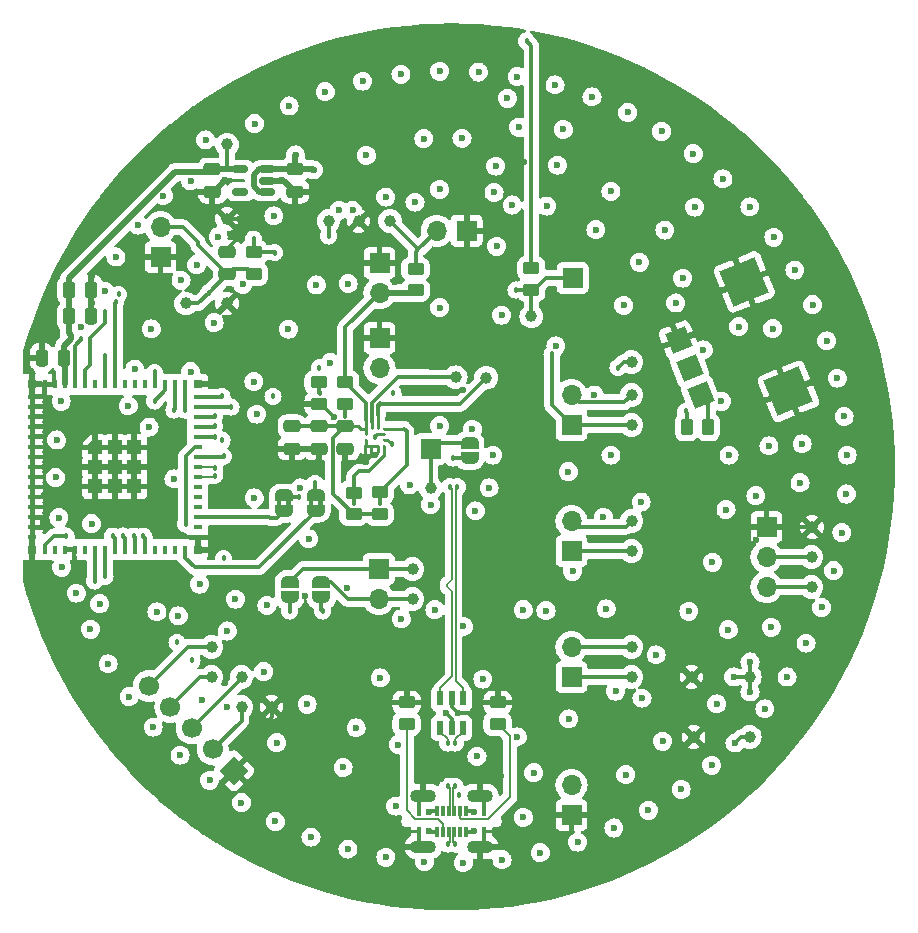
<source format=gbr>
%TF.GenerationSoftware,KiCad,Pcbnew,8.0.2-1*%
%TF.CreationDate,2024-05-17T13:07:53+01:00*%
%TF.ProjectId,Pomodoro_V7,506f6d6f-646f-4726-9f5f-56372e6b6963,rev?*%
%TF.SameCoordinates,Original*%
%TF.FileFunction,Copper,L4,Bot*%
%TF.FilePolarity,Positive*%
%FSLAX46Y46*%
G04 Gerber Fmt 4.6, Leading zero omitted, Abs format (unit mm)*
G04 Created by KiCad (PCBNEW 8.0.2-1) date 2024-05-17 13:07:53*
%MOMM*%
%LPD*%
G01*
G04 APERTURE LIST*
G04 Aperture macros list*
%AMRoundRect*
0 Rectangle with rounded corners*
0 $1 Rounding radius*
0 $2 $3 $4 $5 $6 $7 $8 $9 X,Y pos of 4 corners*
0 Add a 4 corners polygon primitive as box body*
4,1,4,$2,$3,$4,$5,$6,$7,$8,$9,$2,$3,0*
0 Add four circle primitives for the rounded corners*
1,1,$1+$1,$2,$3*
1,1,$1+$1,$4,$5*
1,1,$1+$1,$6,$7*
1,1,$1+$1,$8,$9*
0 Add four rect primitives between the rounded corners*
20,1,$1+$1,$2,$3,$4,$5,0*
20,1,$1+$1,$4,$5,$6,$7,0*
20,1,$1+$1,$6,$7,$8,$9,0*
20,1,$1+$1,$8,$9,$2,$3,0*%
%AMHorizOval*
0 Thick line with rounded ends*
0 $1 width*
0 $2 $3 position (X,Y) of the first rounded end (center of the circle)*
0 $4 $5 position (X,Y) of the second rounded end (center of the circle)*
0 Add line between two ends*
20,1,$1,$2,$3,$4,$5,0*
0 Add two circle primitives to create the rounded ends*
1,1,$1,$2,$3*
1,1,$1,$4,$5*%
%AMRotRect*
0 Rectangle, with rotation*
0 The origin of the aperture is its center*
0 $1 length*
0 $2 width*
0 $3 Rotation angle, in degrees counterclockwise*
0 Add horizontal line*
21,1,$1,$2,0,0,$3*%
%AMOutline5P*
0 Free polygon, 5 corners , with rotation*
0 The origin of the aperture is its center*
0 number of corners: always 5*
0 $1 to $10 corner X, Y*
0 $11 Rotation angle, in degrees counterclockwise*
0 create outline with 5 corners*
4,1,5,$1,$2,$3,$4,$5,$6,$7,$8,$9,$10,$1,$2,$11*%
%AMOutline6P*
0 Free polygon, 6 corners , with rotation*
0 The origin of the aperture is its center*
0 number of corners: always 6*
0 $1 to $12 corner X, Y*
0 $13 Rotation angle, in degrees counterclockwise*
0 create outline with 6 corners*
4,1,6,$1,$2,$3,$4,$5,$6,$7,$8,$9,$10,$11,$12,$1,$2,$13*%
%AMOutline7P*
0 Free polygon, 7 corners , with rotation*
0 The origin of the aperture is its center*
0 number of corners: always 7*
0 $1 to $14 corner X, Y*
0 $15 Rotation angle, in degrees counterclockwise*
0 create outline with 7 corners*
4,1,7,$1,$2,$3,$4,$5,$6,$7,$8,$9,$10,$11,$12,$13,$14,$1,$2,$15*%
%AMOutline8P*
0 Free polygon, 8 corners , with rotation*
0 The origin of the aperture is its center*
0 number of corners: always 8*
0 $1 to $16 corner X, Y*
0 $17 Rotation angle, in degrees counterclockwise*
0 create outline with 8 corners*
4,1,8,$1,$2,$3,$4,$5,$6,$7,$8,$9,$10,$11,$12,$13,$14,$15,$16,$1,$2,$17*%
%AMFreePoly0*
4,1,19,0.500000,-0.750000,0.000000,-0.750000,0.000000,-0.744911,-0.071157,-0.744911,-0.207708,-0.704816,-0.327430,-0.627875,-0.420627,-0.520320,-0.479746,-0.390866,-0.500000,-0.250000,-0.500000,0.250000,-0.479746,0.390866,-0.420627,0.520320,-0.327430,0.627875,-0.207708,0.704816,-0.071157,0.744911,0.000000,0.744911,0.000000,0.750000,0.500000,0.750000,0.500000,-0.750000,0.500000,-0.750000,
$1*%
%AMFreePoly1*
4,1,19,0.000000,0.744911,0.071157,0.744911,0.207708,0.704816,0.327430,0.627875,0.420627,0.520320,0.479746,0.390866,0.500000,0.250000,0.500000,-0.250000,0.479746,-0.390866,0.420627,-0.520320,0.327430,-0.627875,0.207708,-0.704816,0.071157,-0.744911,0.000000,-0.744911,0.000000,-0.750000,-0.500000,-0.750000,-0.500000,0.750000,0.000000,0.750000,0.000000,0.744911,0.000000,0.744911,
$1*%
G04 Aperture macros list end*
%TA.AperFunction,EtchedComponent*%
%ADD10C,0.000000*%
%TD*%
%TA.AperFunction,SMDPad,CuDef*%
%ADD11R,0.275000X0.250000*%
%TD*%
%TA.AperFunction,SMDPad,CuDef*%
%ADD12R,0.250000X0.275000*%
%TD*%
%TA.AperFunction,SMDPad,CuDef*%
%ADD13RoundRect,0.250000X0.450000X-0.262500X0.450000X0.262500X-0.450000X0.262500X-0.450000X-0.262500X0*%
%TD*%
%TA.AperFunction,SMDPad,CuDef*%
%ADD14R,0.400000X0.800000*%
%TD*%
%TA.AperFunction,SMDPad,CuDef*%
%ADD15R,0.800000X0.400000*%
%TD*%
%TA.AperFunction,SMDPad,CuDef*%
%ADD16R,1.200000X1.200000*%
%TD*%
%TA.AperFunction,SMDPad,CuDef*%
%ADD17R,0.800000X0.800000*%
%TD*%
%TA.AperFunction,SMDPad,CuDef*%
%ADD18Outline5P,-0.600000X0.600000X0.600000X0.600000X0.600000X-0.600000X-0.204000X-0.600000X-0.600000X-0.204000X270.000000*%
%TD*%
%TA.AperFunction,SMDPad,CuDef*%
%ADD19FreePoly0,90.000000*%
%TD*%
%TA.AperFunction,SMDPad,CuDef*%
%ADD20FreePoly1,90.000000*%
%TD*%
%TA.AperFunction,SMDPad,CuDef*%
%ADD21C,1.000000*%
%TD*%
%TA.AperFunction,SMDPad,CuDef*%
%ADD22RoundRect,0.250000X-0.262500X-0.450000X0.262500X-0.450000X0.262500X0.450000X-0.262500X0.450000X0*%
%TD*%
%TA.AperFunction,ComponentPad*%
%ADD23RotRect,1.700000X1.700000X45.000000*%
%TD*%
%TA.AperFunction,ComponentPad*%
%ADD24HorizOval,1.700000X0.000000X0.000000X0.000000X0.000000X0*%
%TD*%
%TA.AperFunction,ComponentPad*%
%ADD25R,1.700000X1.700000*%
%TD*%
%TA.AperFunction,ComponentPad*%
%ADD26O,1.700000X1.700000*%
%TD*%
%TA.AperFunction,SMDPad,CuDef*%
%ADD27RoundRect,0.250000X-0.450000X0.262500X-0.450000X-0.262500X0.450000X-0.262500X0.450000X0.262500X0*%
%TD*%
%TA.AperFunction,SMDPad,CuDef*%
%ADD28RoundRect,0.150000X0.512500X0.150000X-0.512500X0.150000X-0.512500X-0.150000X0.512500X-0.150000X0*%
%TD*%
%TA.AperFunction,SMDPad,CuDef*%
%ADD29RoundRect,0.041300X-0.253700X0.563700X-0.253700X-0.563700X0.253700X-0.563700X0.253700X0.563700X0*%
%TD*%
%TA.AperFunction,SMDPad,CuDef*%
%ADD30RoundRect,0.250000X0.475000X-0.250000X0.475000X0.250000X-0.475000X0.250000X-0.475000X-0.250000X0*%
%TD*%
%TA.AperFunction,SMDPad,CuDef*%
%ADD31RoundRect,0.250000X-0.250000X-0.475000X0.250000X-0.475000X0.250000X0.475000X-0.250000X0.475000X0*%
%TD*%
%TA.AperFunction,SMDPad,CuDef*%
%ADD32R,0.300000X0.870000*%
%TD*%
%TA.AperFunction,ComponentPad*%
%ADD33O,2.200000X1.100000*%
%TD*%
%TA.AperFunction,SMDPad,CuDef*%
%ADD34FreePoly0,270.000000*%
%TD*%
%TA.AperFunction,SMDPad,CuDef*%
%ADD35FreePoly1,270.000000*%
%TD*%
%TA.AperFunction,SMDPad,CuDef*%
%ADD36RoundRect,0.250000X-0.475000X0.250000X-0.475000X-0.250000X0.475000X-0.250000X0.475000X0.250000X0*%
%TD*%
%TA.AperFunction,ComponentPad*%
%ADD37RotRect,1.800000X1.800000X112.000000*%
%TD*%
%TA.AperFunction,ComponentPad*%
%ADD38RotRect,3.216000X3.216000X112.000000*%
%TD*%
%TA.AperFunction,SMDPad,CuDef*%
%ADD39RoundRect,0.250000X0.250000X0.475000X-0.250000X0.475000X-0.250000X-0.475000X0.250000X-0.475000X0*%
%TD*%
%TA.AperFunction,ViaPad*%
%ADD40C,0.600000*%
%TD*%
%TA.AperFunction,ViaPad*%
%ADD41C,0.457200*%
%TD*%
%TA.AperFunction,Conductor*%
%ADD42C,0.254000*%
%TD*%
%TA.AperFunction,Conductor*%
%ADD43C,0.304800*%
%TD*%
%TA.AperFunction,Conductor*%
%ADD44C,0.508000*%
%TD*%
%TA.AperFunction,Conductor*%
%ADD45C,0.152400*%
%TD*%
%TA.AperFunction,Conductor*%
%ADD46C,0.101600*%
%TD*%
%TA.AperFunction,Conductor*%
%ADD47C,0.203200*%
%TD*%
G04 APERTURE END LIST*
D10*
%TA.AperFunction,EtchedComponent*%
%TO.C,JP4*%
G36*
X138300000Y-103313000D02*
G01*
X137900000Y-103313000D01*
X137900000Y-102813000D01*
X138300000Y-102813000D01*
X138300000Y-103313000D01*
G37*
%TD.AperFunction*%
%TA.AperFunction,EtchedComponent*%
G36*
X139100000Y-103313000D02*
G01*
X138700000Y-103313000D01*
X138700000Y-102813000D01*
X139100000Y-102813000D01*
X139100000Y-103313000D01*
G37*
%TD.AperFunction*%
%TA.AperFunction,EtchedComponent*%
%TO.C,JP3*%
G36*
X135600000Y-103313000D02*
G01*
X135200000Y-103313000D01*
X135200000Y-102813000D01*
X135600000Y-102813000D01*
X135600000Y-103313000D01*
G37*
%TD.AperFunction*%
%TA.AperFunction,EtchedComponent*%
G36*
X136400000Y-103313000D02*
G01*
X136000000Y-103313000D01*
X136000000Y-102813000D01*
X136400000Y-102813000D01*
X136400000Y-103313000D01*
G37*
%TD.AperFunction*%
%TD*%
D11*
%TO.P,U1,1,SCL/SPC*%
%TO.N,I2C_SCL*%
X144262500Y-96750000D03*
%TO.P,U1,2,~{CS}*%
%TO.N,Net-(U1-~{CS})*%
X144262500Y-97250000D03*
%TO.P,U1,3,SA0/SDO*%
%TO.N,Net-(U1-SA0{slash}SDO)*%
X144262500Y-97750000D03*
%TO.P,U1,4,SDA/SDI*%
%TO.N,I2C_SDA*%
X144262500Y-98250000D03*
D12*
%TO.P,U1,5,RES*%
%TO.N,GND*%
X143750000Y-98262500D03*
%TO.P,U1,6,GND*%
X143250000Y-98262500D03*
D11*
%TO.P,U1,7,GND*%
X142737500Y-98250000D03*
%TO.P,U1,8,GND*%
X142737500Y-97750000D03*
%TO.P,U1,9,Vdd*%
%TO.N,+3V3*%
X142737500Y-97250000D03*
%TO.P,U1,10,Vdd_IO*%
X142737500Y-96750000D03*
D12*
%TO.P,U1,11,INT2*%
%TO.N,IMU_INT2*%
X143250000Y-96737500D03*
%TO.P,U1,12,INT1*%
%TO.N,IMU_INT1*%
X143750000Y-96737500D03*
%TD*%
D13*
%TO.P,R11,1*%
%TO.N,ESP32_RgbLed_DIN*%
X156750000Y-85000000D03*
%TO.P,R11,2*%
%TO.N,Net-(D1-DIN)*%
X156750000Y-83175000D03*
%TD*%
D14*
%TO.P,IC1,1,GND_1*%
%TO.N,GND*%
X115550000Y-93000000D03*
%TO.P,IC1,2,GND_2*%
X116400000Y-93000000D03*
%TO.P,IC1,3,3V3*%
%TO.N,+3V3*%
X117250000Y-93000000D03*
%TO.P,IC1,4,IO0*%
%TO.N,/MicroController/BOOT_OPTION*%
X118100000Y-93000000D03*
%TO.P,IC1,5,IO1*%
%TO.N,ESP32_ADC_POTI*%
X118950000Y-93000000D03*
%TO.P,IC1,6,IO2*%
%TO.N,unconnected-(IC1-IO2-Pad6)*%
X119800000Y-93000000D03*
%TO.P,IC1,7,IO3*%
%TO.N,/MicroController/ESP32_DBG1*%
X120650000Y-93000000D03*
%TO.P,IC1,8,IO4*%
%TO.N,/MicroController/ESP32_DBG2*%
X121500000Y-93000000D03*
%TO.P,IC1,9,IO5*%
%TO.N,unconnected-(IC1-IO5-Pad9)*%
X122350000Y-93000000D03*
%TO.P,IC1,10,IO6*%
%TO.N,unconnected-(IC1-IO6-Pad10)*%
X123200000Y-93000000D03*
%TO.P,IC1,11,IO7*%
%TO.N,unconnected-(IC1-IO7-Pad11)*%
X124050000Y-93000000D03*
%TO.P,IC1,12,IO8*%
%TO.N,/MicroController/ESP32_ALT_I2C_SDA*%
X124900000Y-93000000D03*
%TO.P,IC1,13,IO9*%
%TO.N,/MicroController/ESP32_ALT_I2C_SCL*%
X125750000Y-93000000D03*
%TO.P,IC1,14,IO10*%
%TO.N,/MicroController/ESP32_DBG3*%
X126600000Y-93000000D03*
%TO.P,IC1,15,IO11*%
%TO.N,/MicroController/ESP32_DBG4*%
X127450000Y-93000000D03*
D15*
%TO.P,IC1,16,IO12*%
%TO.N,ESP32_RgbLed_DOUT*%
X128500000Y-94050000D03*
%TO.P,IC1,17,IO13*%
%TO.N,ESP32_RgbLed_DIN*%
X128500000Y-94900000D03*
%TO.P,IC1,18,IO14*%
%TO.N,ESP32_Button_Signal*%
X128500000Y-95750000D03*
%TO.P,IC1,19,IO15*%
%TO.N,IMU_INT1*%
X128500000Y-96600000D03*
%TO.P,IC1,20,IO16*%
%TO.N,IMU_INT2*%
X128500000Y-97450000D03*
%TO.P,IC1,21,IO17*%
%TO.N,/MicroController/ESP32_DBG5*%
X128500000Y-98300000D03*
%TO.P,IC1,22,IO18*%
%TO.N,/MicroController/ESP32_DBG6*%
X128500000Y-99150000D03*
%TO.P,IC1,23,IO19*%
%TO.N,ESP32_USB_D-*%
X128500000Y-100000000D03*
%TO.P,IC1,24,IO20*%
%TO.N,ESP32_USB_D+*%
X128500000Y-100850000D03*
%TO.P,IC1,25,IO21*%
%TO.N,unconnected-(IC1-IO21-Pad25)*%
X128500000Y-101700000D03*
%TO.P,IC1,26,IO26*%
%TO.N,unconnected-(IC1-IO26-Pad26)*%
X128500000Y-102550000D03*
%TO.P,IC1,27,NC*%
%TO.N,unconnected-(IC1-NC-Pad27)*%
X128500000Y-103400000D03*
%TO.P,IC1,28,IO33*%
%TO.N,/MicroController/ESP32_NOM_I2C_SDA*%
X128500000Y-104250000D03*
%TO.P,IC1,29,IO34*%
%TO.N,unconnected-(IC1-IO34-Pad29)*%
X128500000Y-105100000D03*
%TO.P,IC1,30,GND_3*%
%TO.N,GND*%
X128500000Y-105950000D03*
D14*
%TO.P,IC1,31,IO35*%
%TO.N,/MicroController/ESP32_NOM_I2C_SCL*%
X127450000Y-107000000D03*
%TO.P,IC1,32,IO36*%
%TO.N,unconnected-(IC1-IO36-Pad32)*%
X126600000Y-107000000D03*
%TO.P,IC1,33,IO37*%
%TO.N,unconnected-(IC1-IO37-Pad33)*%
X125750000Y-107000000D03*
%TO.P,IC1,34,IO38*%
%TO.N,unconnected-(IC1-IO38-Pad34)*%
X124900000Y-107000000D03*
%TO.P,IC1,35,IO39*%
%TO.N,/MicroController/JTAG_TCK*%
X124050000Y-107000000D03*
%TO.P,IC1,36,IO40*%
%TO.N,/MicroController/JTAG_TDO*%
X123200000Y-107000000D03*
%TO.P,IC1,37,IO41*%
%TO.N,/MicroController/JTAG_TDI*%
X122350000Y-107000000D03*
%TO.P,IC1,38,IO42*%
%TO.N,/MicroController/JTAG_TMS*%
X121500000Y-107000000D03*
%TO.P,IC1,39,TXD0*%
%TO.N,TXD0*%
X120650000Y-107000000D03*
%TO.P,IC1,40,RXD0*%
%TO.N,RXD0*%
X119800000Y-107000000D03*
%TO.P,IC1,41,IO45*%
%TO.N,unconnected-(IC1-IO45-Pad41)*%
X118950000Y-107000000D03*
%TO.P,IC1,42,GND_4*%
%TO.N,GND*%
X118100000Y-107000000D03*
%TO.P,IC1,43,GND_5*%
X117250000Y-107000000D03*
%TO.P,IC1,44,IO46*%
%TO.N,unconnected-(IC1-IO46-Pad44)*%
X116400000Y-107000000D03*
%TO.P,IC1,45,EN*%
%TO.N,/MicroController/ESP32_EN*%
X115550000Y-107000000D03*
D15*
%TO.P,IC1,46,GND_6*%
%TO.N,GND*%
X114500000Y-105950000D03*
%TO.P,IC1,47,GND_7*%
X114500000Y-105100000D03*
%TO.P,IC1,48,GND_8*%
X114500000Y-104250000D03*
%TO.P,IC1,49,GND_9*%
X114500000Y-103400000D03*
%TO.P,IC1,50,GND_10*%
X114500000Y-102550000D03*
%TO.P,IC1,51,GND_11*%
X114500000Y-101700000D03*
%TO.P,IC1,52,GND_12*%
X114500000Y-100850000D03*
%TO.P,IC1,53,GND_13*%
X114500000Y-100000000D03*
%TO.P,IC1,54,GND_14*%
X114500000Y-99150000D03*
%TO.P,IC1,55,GND_15*%
X114500000Y-98300000D03*
%TO.P,IC1,56,GND_16*%
X114500000Y-97450000D03*
%TO.P,IC1,57,GND_17*%
X114500000Y-96600000D03*
%TO.P,IC1,58,GND_18*%
X114500000Y-95750000D03*
%TO.P,IC1,59,GND_19*%
X114500000Y-94900000D03*
%TO.P,IC1,60,GND_20*%
X114500000Y-94050000D03*
D16*
%TO.P,IC1,61,GND_21*%
X123150000Y-101650000D03*
D17*
%TO.P,IC1,62,GND_22*%
X114500000Y-93000000D03*
%TO.P,IC1,63,GND_23*%
X128500000Y-93000000D03*
%TO.P,IC1,64,GND_24*%
X128500000Y-107000000D03*
%TO.P,IC1,65,GND_25*%
X114500000Y-107000000D03*
D18*
%TO.P,IC1,66,GND_26*%
X119850000Y-98350000D03*
D16*
%TO.P,IC1,67,GND_27*%
X119850000Y-100000000D03*
%TO.P,IC1,68,GND_28*%
X119850000Y-101650000D03*
%TO.P,IC1,69,GND_29*%
X121500000Y-98350000D03*
%TO.P,IC1,70,GND_30*%
X121500000Y-100000000D03*
%TO.P,IC1,71,GND_31*%
X121500000Y-101650000D03*
%TO.P,IC1,72,GND_32*%
X123150000Y-98350000D03*
%TO.P,IC1,73,GND_33*%
X123150000Y-100000000D03*
%TD*%
D19*
%TO.P,JP4,1,A*%
%TO.N,/MicroController/ESP32_NOM_I2C_SCL*%
X138500000Y-103713000D03*
D20*
%TO.P,JP4,2,B*%
%TO.N,I2C_SCL*%
X138500000Y-102413000D03*
%TD*%
D21*
%TO.P,TP6,1,1*%
%TO.N,/MicroController/JTAG_TCK*%
X132220000Y-120320000D03*
%TD*%
%TO.P,TP9,1,1*%
%TO.N,GND*%
X142126000Y-79172000D03*
%TD*%
D22*
%TO.P,R4,1*%
%TO.N,+3V3*%
X169915500Y-96625000D03*
%TO.P,R4,2*%
%TO.N,Net-(R4-Pad2)*%
X171740500Y-96625000D03*
%TD*%
D23*
%TO.P,J1,1,Pin_1*%
%TO.N,GND*%
X131588567Y-125708154D03*
D24*
%TO.P,J1,2,Pin_2*%
%TO.N,/MicroController/JTAG_TCK*%
X129792516Y-123912103D03*
%TO.P,J1,3,Pin_3*%
%TO.N,/MicroController/JTAG_TDO*%
X127996465Y-122116052D03*
%TO.P,J1,4,Pin_4*%
%TO.N,/MicroController/JTAG_TDI*%
X126200413Y-120320000D03*
%TO.P,J1,5,Pin_5*%
%TO.N,/MicroController/JTAG_TMS*%
X124404362Y-118523949D03*
%TD*%
D21*
%TO.P,TP11,1,1*%
%TO.N,I2C_SDA*%
X146698000Y-111176000D03*
%TD*%
D25*
%TO.P,J7,1,Pin_1*%
%TO.N,/MicroController/ESP32_DBG4*%
X160160000Y-117780000D03*
D26*
%TO.P,J7,2,Pin_2*%
%TO.N,/MicroController/ESP32_DBG3*%
X160160000Y-115240000D03*
%TD*%
D21*
%TO.P,TP29,1,1*%
%TO.N,GND*%
X131000000Y-79000000D03*
%TD*%
D27*
%TO.P,R3,1*%
%TO.N,I2C_SDA*%
X141704000Y-102171500D03*
%TO.P,R3,2*%
%TO.N,+3V3*%
X141704000Y-103996500D03*
%TD*%
D25*
%TO.P,J2,1,Pin_1*%
%TO.N,GND*%
X125362000Y-82220000D03*
D26*
%TO.P,J2,2,Pin_2*%
%TO.N,/MicroController/ESP32_EN*%
X125362000Y-79680000D03*
%TD*%
D13*
%TO.P,R5,1*%
%TO.N,+3V3*%
X146952000Y-85037500D03*
%TO.P,R5,2*%
%TO.N,ESP32_Button_Signal*%
X146952000Y-83212500D03*
%TD*%
%TO.P,R1,1*%
%TO.N,/MicroController/ESP32_EN*%
X133250000Y-83662500D03*
%TO.P,R1,2*%
%TO.N,+3V3*%
X133250000Y-81837500D03*
%TD*%
D25*
%TO.P,J14,1,Pin_1*%
%TO.N,ESP32_RgbLed_DIN*%
X160250000Y-84000000D03*
%TD*%
D28*
%TO.P,U3,1,VIN*%
%TO.N,+5V*%
X134387500Y-74800000D03*
%TO.P,U3,2,GND*%
%TO.N,GND*%
X134387500Y-75750000D03*
%TO.P,U3,3,EN*%
%TO.N,+5V*%
X134387500Y-76700000D03*
%TO.P,U3,4,NC*%
%TO.N,unconnected-(U3-NC-Pad4)*%
X132112500Y-76700000D03*
%TO.P,U3,5,VOUT*%
%TO.N,+3V3*%
X132112500Y-74800000D03*
%TD*%
D29*
%TO.P,U2,1*%
%TO.N,ESP32_USB_D+*%
X149050000Y-119596500D03*
%TO.P,U2,2*%
%TO.N,GND*%
X150000000Y-119596500D03*
%TO.P,U2,3*%
%TO.N,ESP32_USB_D-*%
X150950000Y-119596500D03*
%TO.P,U2,4*%
%TO.N,/USB Conn and PWR /CONN_USB_D+*%
X150950000Y-122106500D03*
%TO.P,U2,5*%
%TO.N,+5V*%
X150000000Y-122106500D03*
%TO.P,U2,6*%
%TO.N,/USB Conn and PWR /CONN_USB_D-*%
X149050000Y-122106500D03*
%TD*%
D21*
%TO.P,TP23,1,1*%
%TO.N,ESP32_Button_Signal*%
X144793000Y-79172000D03*
%TD*%
D25*
%TO.P,J6,1,Pin_1*%
%TO.N,/MicroController/ESP32_DBG2*%
X160160000Y-96444000D03*
D26*
%TO.P,J6,2,Pin_2*%
%TO.N,/MicroController/ESP32_DBG1*%
X160160000Y-93904000D03*
%TD*%
D30*
%TO.P,C7,1*%
%TO.N,GND*%
X141000000Y-98450000D03*
%TO.P,C7,2*%
%TO.N,+3V3*%
X141000000Y-96550000D03*
%TD*%
D25*
%TO.P,J4,1,Pin_1*%
%TO.N,I2C_SCL*%
X143838000Y-108636000D03*
D26*
%TO.P,J4,2,Pin_2*%
%TO.N,I2C_SDA*%
X143838000Y-111176000D03*
%TD*%
D31*
%TO.P,C3,1*%
%TO.N,+3V3*%
X117600000Y-85000000D03*
%TO.P,C3,2*%
%TO.N,GND*%
X119500000Y-85000000D03*
%TD*%
D32*
%TO.P,J11,A1,GND_A*%
%TO.N,GND*%
X152750000Y-129135000D03*
%TO.P,J11,A4,VBUS_A*%
%TO.N,+5V*%
X151250000Y-129135000D03*
%TO.P,J11,A5,CC1*%
%TO.N,Net-(J11-CC1)*%
X150750000Y-129135000D03*
%TO.P,J11,A6,D1+*%
%TO.N,/USB Conn and PWR /CONN_USB_D+*%
X150250000Y-129135000D03*
%TO.P,J11,A7,D1-*%
%TO.N,/USB Conn and PWR /CONN_USB_D-*%
X149750000Y-129135000D03*
%TO.P,J11,A8,SBU1*%
%TO.N,unconnected-(J11-SBU1-PadA8)*%
X149250000Y-129135000D03*
%TO.P,J11,A9,VBUS_A__1*%
%TO.N,+5V*%
X148750000Y-129135000D03*
%TO.P,J11,A12,GND_A__1*%
%TO.N,GND*%
X147250000Y-129135000D03*
%TO.P,J11,B1,GND_B*%
X147250000Y-130865000D03*
%TO.P,J11,B4,VBUS_B*%
%TO.N,+5V*%
X148750000Y-130865000D03*
%TO.P,J11,B5,CC2*%
%TO.N,Net-(J11-CC2)*%
X149250000Y-130865000D03*
%TO.P,J11,B6,D2+*%
%TO.N,/USB Conn and PWR /CONN_USB_D+*%
X149750000Y-130865000D03*
%TO.P,J11,B7,D2-*%
%TO.N,/USB Conn and PWR /CONN_USB_D-*%
X150250000Y-130865000D03*
%TO.P,J11,B8,SBU2*%
%TO.N,unconnected-(J11-SBU2-PadB8)*%
X150750000Y-130865000D03*
%TO.P,J11,B9,VBUS_B__1*%
%TO.N,+5V*%
X151250000Y-130865000D03*
%TO.P,J11,B12,GND_B__1*%
%TO.N,GND*%
X152750000Y-130865000D03*
D33*
%TO.P,J11,S1,SHIELD*%
X152400000Y-127850000D03*
%TO.P,J11,S2,SHIELD__1*%
X152400000Y-132150000D03*
%TO.P,J11,S3,SHIELD__2*%
X147600000Y-127850000D03*
%TO.P,J11,S4,SHIELD__3*%
X147600000Y-132150000D03*
%TD*%
D27*
%TO.P,R2,1*%
%TO.N,I2C_SCL*%
X143904000Y-102159000D03*
%TO.P,R2,2*%
%TO.N,+3V3*%
X143904000Y-103984000D03*
%TD*%
D21*
%TO.P,TP14,1,1*%
%TO.N,/MicroController/ESP32_DBG2*%
X165240000Y-96444000D03*
%TD*%
%TO.P,TP25,1,1*%
%TO.N,IMU_INT2*%
X150360000Y-92410000D03*
%TD*%
D27*
%TO.P,R7,1*%
%TO.N,+3V3*%
X141000000Y-92837500D03*
%TO.P,R7,2*%
%TO.N,Net-(U1-~{CS})*%
X141000000Y-94662500D03*
%TD*%
D25*
%TO.P,J13,1,Pin_1*%
%TO.N,GND*%
X160160000Y-129464000D03*
D26*
%TO.P,J13,2,Pin_2*%
%TO.N,+5V*%
X160160000Y-126924000D03*
%TD*%
D27*
%TO.P,R8,1*%
%TO.N,Net-(U1-SA0{slash}SDO)*%
X138750000Y-92837500D03*
%TO.P,R8,2*%
%TO.N,GND*%
X138750000Y-94662500D03*
%TD*%
D21*
%TO.P,TP17,1,1*%
%TO.N,/MicroController/ESP32_DBG4*%
X165240000Y-117780000D03*
%TD*%
%TO.P,TP20,1,1*%
%TO.N,/MicroController/ESP32_DBG5*%
X165240000Y-104572000D03*
%TD*%
%TO.P,TP1,1,1*%
%TO.N,/MicroController/ESP32_EN*%
X127521000Y-86157000D03*
%TD*%
%TO.P,TP30,1,1*%
%TO.N,+5V*%
X175250000Y-117780000D03*
%TD*%
D30*
%TO.P,C1,1*%
%TO.N,/MicroController/ESP32_EN*%
X131000000Y-83700000D03*
%TO.P,C1,2*%
%TO.N,GND*%
X131000000Y-81800000D03*
%TD*%
D21*
%TO.P,TP13,1,1*%
%TO.N,/MicroController/ESP32_DBG1*%
X165240000Y-93904000D03*
%TD*%
%TO.P,TP18,1,1*%
%TO.N,TXD0*%
X180480000Y-107620000D03*
%TD*%
%TO.P,TP35,1,1*%
%TO.N,Net-(D60-DOUT)*%
X148222000Y-101778000D03*
%TD*%
%TO.P,TP3,1,1*%
%TO.N,/MicroController/JTAG_TMS*%
X129680000Y-115240000D03*
%TD*%
%TO.P,TP34,1,1*%
%TO.N,ESP32_RgbLed_DIN*%
X156750000Y-87250000D03*
%TD*%
D19*
%TO.P,JP2,1,A*%
%TO.N,/MicroController/ESP32_ALT_I2C_SCL*%
X136284000Y-111049000D03*
D20*
%TO.P,JP2,2,B*%
%TO.N,I2C_SCL*%
X136284000Y-109749000D03*
%TD*%
D21*
%TO.P,TP28,1,1*%
%TO.N,+3V3*%
X131000000Y-72695000D03*
%TD*%
D25*
%TO.P,J15,1,Pin_1*%
%TO.N,Net-(D60-DOUT)*%
X148222000Y-98476000D03*
%TD*%
D30*
%TO.P,C5,1*%
%TO.N,GND*%
X136500000Y-98450000D03*
%TO.P,C5,2*%
%TO.N,+3V3*%
X136500000Y-96550000D03*
%TD*%
D21*
%TO.P,TP16,1,1*%
%TO.N,RXD0*%
X180480000Y-110160000D03*
%TD*%
%TO.P,TP4,1,1*%
%TO.N,/MicroController/JTAG_TDI*%
X129680000Y-117780000D03*
%TD*%
%TO.P,TP2,1,1*%
%TO.N,GND*%
X131000000Y-86157000D03*
%TD*%
D25*
%TO.P,J3,1,Pin_1*%
%TO.N,GND*%
X143904000Y-89073000D03*
D26*
%TO.P,J3,2,Pin_2*%
%TO.N,/MicroController/BOOT_OPTION*%
X143904000Y-91613000D03*
%TD*%
D21*
%TO.P,TP22,1,1*%
%TO.N,ESP32_ADC_POTI*%
X165240000Y-91110000D03*
%TD*%
D34*
%TO.P,JP1,1,A*%
%TO.N,I2C_SDA*%
X138984000Y-109749000D03*
D35*
%TO.P,JP1,2,B*%
%TO.N,/MicroController/ESP32_ALT_I2C_SDA*%
X138984000Y-111049000D03*
%TD*%
D21*
%TO.P,TP7,1,1*%
%TO.N,GND*%
X134760000Y-120320000D03*
%TD*%
D34*
%TO.P,JP3,1,A*%
%TO.N,I2C_SDA*%
X135800000Y-102413000D03*
D35*
%TO.P,JP3,2,B*%
%TO.N,/MicroController/ESP32_NOM_I2C_SDA*%
X135800000Y-103713000D03*
%TD*%
D21*
%TO.P,TP19,1,1*%
%TO.N,GND*%
X180530000Y-105080000D03*
%TD*%
D25*
%TO.P,J8,1,Pin_1*%
%TO.N,/MicroController/ESP32_DBG6*%
X160160000Y-107112000D03*
D26*
%TO.P,J8,2,Pin_2*%
%TO.N,/MicroController/ESP32_DBG5*%
X160160000Y-104572000D03*
%TD*%
D21*
%TO.P,TP32,1,1*%
%TO.N,GND*%
X170320000Y-117780000D03*
%TD*%
D34*
%TO.P,JP5,1,A*%
%TO.N,Net-(D60-DOUT)*%
X151524000Y-97953000D03*
D35*
%TO.P,JP5,2,B*%
%TO.N,ESP32_RgbLed_DOUT*%
X151524000Y-99253000D03*
%TD*%
D36*
%TO.P,C9,1*%
%TO.N,+3V3*%
X129750000Y-74800000D03*
%TO.P,C9,2*%
%TO.N,GND*%
X129750000Y-76700000D03*
%TD*%
D30*
%TO.P,C6,1*%
%TO.N,GND*%
X138750000Y-98450000D03*
%TO.P,C6,2*%
%TO.N,+3V3*%
X138750000Y-96550000D03*
%TD*%
D21*
%TO.P,TP15,1,1*%
%TO.N,/MicroController/ESP32_DBG3*%
X165240000Y-115240000D03*
%TD*%
%TO.P,TP8,1,1*%
%TO.N,/MicroController/BOOT_OPTION*%
X139586000Y-79172000D03*
%TD*%
D27*
%TO.P,R9,1*%
%TO.N,GND*%
X153900000Y-119939000D03*
%TO.P,R9,2*%
%TO.N,Net-(J11-CC1)*%
X153900000Y-121764000D03*
%TD*%
D21*
%TO.P,TP12,1,1*%
%TO.N,I2C_SCL*%
X146698000Y-108636000D03*
%TD*%
D27*
%TO.P,R10,1*%
%TO.N,GND*%
X146200000Y-119939000D03*
%TO.P,R10,2*%
%TO.N,Net-(J11-CC2)*%
X146200000Y-121764000D03*
%TD*%
D21*
%TO.P,TP24,1,1*%
%TO.N,IMU_INT1*%
X152930000Y-92440000D03*
%TD*%
%TO.P,TP31,1,1*%
%TO.N,+5V*%
X175250000Y-122860000D03*
%TD*%
%TO.P,TP5,1,1*%
%TO.N,/MicroController/JTAG_TDO*%
X132220000Y-117780000D03*
%TD*%
%TO.P,TP21,1,1*%
%TO.N,/MicroController/ESP32_DBG6*%
X165240000Y-107112000D03*
%TD*%
%TO.P,TP33,1,1*%
%TO.N,GND*%
X170500000Y-122860000D03*
%TD*%
D37*
%TO.P,R6,1*%
%TO.N,Net-(R4-Pad2)*%
X171098196Y-93904286D03*
%TO.P,R6,2*%
%TO.N,ESP32_ADC_POTI*%
X170161681Y-91586327D03*
%TO.P,R6,3*%
%TO.N,GND*%
X169225163Y-89268368D03*
D38*
%TO.P,R6,4,S1*%
X178525000Y-93600000D03*
%TO.P,R6,5,S2*%
X174778934Y-84328162D03*
%TD*%
D36*
%TO.P,C8,1*%
%TO.N,+5V*%
X136750000Y-74800000D03*
%TO.P,C8,2*%
%TO.N,GND*%
X136750000Y-76700000D03*
%TD*%
D25*
%TO.P,J12,1,Pin_1*%
%TO.N,GND*%
X143904000Y-82728000D03*
D26*
%TO.P,J12,2,Pin_2*%
%TO.N,+3V3*%
X143904000Y-85268000D03*
%TD*%
D25*
%TO.P,J5,1,Pin_1*%
%TO.N,GND*%
X176670000Y-105080000D03*
D26*
%TO.P,J5,2,Pin_2*%
%TO.N,TXD0*%
X176670000Y-107620000D03*
%TO.P,J5,3,Pin_3*%
%TO.N,RXD0*%
X176670000Y-110160000D03*
%TD*%
D39*
%TO.P,C4,1*%
%TO.N,+3V3*%
X117200000Y-90750000D03*
%TO.P,C4,2*%
%TO.N,GND*%
X115300000Y-90750000D03*
%TD*%
D31*
%TO.P,C2,1*%
%TO.N,+3V3*%
X117600000Y-87250000D03*
%TO.P,C2,2*%
%TO.N,GND*%
X119500000Y-87250000D03*
%TD*%
D25*
%TO.P,J10,1,Pin_1*%
%TO.N,GND*%
X151275000Y-80000000D03*
D26*
%TO.P,J10,2,Pin_2*%
%TO.N,ESP32_Button_Signal*%
X148735000Y-80000000D03*
%TD*%
D40*
%TO.N,GND*%
X141898418Y-135603572D03*
X172589515Y-86108858D03*
X124500000Y-98000000D03*
X125108000Y-110541000D03*
X135108175Y-133338920D03*
X123180000Y-96950000D03*
X163730000Y-127930000D03*
X130553156Y-69095789D03*
X136538000Y-99619000D03*
X185603572Y-108101582D03*
X160960155Y-112374369D03*
X139039845Y-87625631D03*
X169446844Y-130904211D03*
X159217231Y-124865491D03*
X134252000Y-105390397D03*
X123150000Y-103040000D03*
X151000000Y-93500000D03*
X118380000Y-101640000D03*
X154572810Y-63773775D03*
X124980000Y-84460000D03*
X130630000Y-92610000D03*
X139870000Y-128340000D03*
X174865491Y-90782769D03*
X128640000Y-78740000D03*
X115837000Y-95301000D03*
X130840000Y-118280000D03*
X145810892Y-73814100D03*
X171109783Y-70206929D03*
X140602000Y-75108000D03*
X167240000Y-74670000D03*
X121530000Y-96950000D03*
X118350000Y-108460000D03*
X129120000Y-91870000D03*
X143500000Y-99000000D03*
X116218000Y-85108175D03*
X183338920Y-114891825D03*
X179530000Y-88130000D03*
X132093000Y-79045000D03*
X147417559Y-63577740D03*
X121510000Y-103050000D03*
X142761844Y-114861329D03*
X176516504Y-74897709D03*
X173928365Y-72419512D03*
X156150679Y-74204280D03*
X123814100Y-104189108D03*
X147968000Y-115240000D03*
X164605000Y-108382000D03*
X121150725Y-122382344D03*
X135649000Y-75743000D03*
X158101582Y-64396428D03*
X166324060Y-132661523D03*
X150508000Y-120828000D03*
X143849321Y-125795720D03*
X155334000Y-86284000D03*
X148620000Y-69370000D03*
X138447669Y-134638038D03*
X145200000Y-84340000D03*
X137625631Y-110960155D03*
X149000000Y-136500000D03*
X177950000Y-115430000D03*
X137600000Y-71610000D03*
X163891142Y-122589515D03*
X115428640Y-104699000D03*
X131912098Y-131718729D03*
X181490000Y-96320000D03*
X170410000Y-120110000D03*
X115583000Y-100000000D03*
X119860000Y-96980000D03*
X169445436Y-81968777D03*
X156140011Y-135993753D03*
X119520000Y-83810000D03*
X173400000Y-80320000D03*
X147206000Y-126500000D03*
X127013000Y-105842000D03*
X153940000Y-105770000D03*
X118430000Y-98330000D03*
X155303301Y-96110913D03*
X117338477Y-116324060D03*
X140361550Y-64781393D03*
X124897709Y-73483496D03*
X175102291Y-126516504D03*
X119850000Y-103040000D03*
X131968777Y-80554564D03*
X114140000Y-108480000D03*
X161064990Y-75899876D03*
X125134509Y-109217231D03*
X136792000Y-78156000D03*
X127617656Y-71150725D03*
X138935010Y-124100124D03*
X126071635Y-127580488D03*
X177580488Y-123928365D03*
X119095789Y-119446844D03*
X118420000Y-99980000D03*
X161552331Y-65361962D03*
X168031223Y-119445436D03*
X134445919Y-121478374D03*
X179793071Y-121109783D03*
X186500000Y-101000000D03*
X114396428Y-91898418D03*
X165554081Y-78521626D03*
X143859989Y-64006247D03*
X181718729Y-118087902D03*
X127410485Y-113891142D03*
X120206929Y-78890217D03*
X140050000Y-95750000D03*
X149111000Y-126416000D03*
X136955934Y-65895714D03*
X181940000Y-100210000D03*
X133500000Y-99000000D03*
X166500000Y-101000000D03*
X174100124Y-111064990D03*
X176185900Y-95810892D03*
X140983000Y-99619000D03*
X135160000Y-126380000D03*
X115361962Y-88447669D03*
X133675940Y-67338477D03*
X172382344Y-128849275D03*
X138697000Y-99619000D03*
X166510000Y-94666000D03*
X135138671Y-92761844D03*
X128890217Y-129793071D03*
X123483496Y-125102291D03*
X122419512Y-76071635D03*
X118281271Y-81912098D03*
X149000000Y-106500000D03*
X152582441Y-136422260D03*
X151000000Y-83500000D03*
X176500000Y-101000000D03*
X164891825Y-66661080D03*
X159638450Y-135218607D03*
X123860000Y-94320000D03*
X129934000Y-106350000D03*
X178849275Y-77617656D03*
X186226225Y-104572810D03*
X151000000Y-73500000D03*
X180904211Y-80553156D03*
X162374369Y-89039845D03*
X186422260Y-97417559D03*
X131585000Y-105334000D03*
X142761000Y-99619000D03*
X151000000Y-63500000D03*
X122760000Y-88270000D03*
X128521626Y-84445919D03*
X168087902Y-68281271D03*
X184638038Y-111552331D03*
X154189108Y-126185900D03*
X130823000Y-75743000D03*
X163490000Y-72330000D03*
X156500000Y-101000000D03*
X185218607Y-90361550D03*
X115895714Y-113044066D03*
X125899876Y-88935010D03*
X163044066Y-134104286D03*
X140870000Y-71160000D03*
X145120000Y-70080000D03*
X114781393Y-109638450D03*
X182661523Y-83675940D03*
X171478374Y-115554081D03*
X184104286Y-86955934D03*
X115500000Y-102500000D03*
X145427190Y-136226225D03*
X119560000Y-94980000D03*
X167890000Y-125520000D03*
X119520000Y-86120000D03*
X185993753Y-93859989D03*
X175795720Y-106150679D03*
D41*
%TO.N,Net-(D1-DIN)*%
X156350000Y-63932000D03*
D40*
%TO.N,+5V*%
X181767217Y-89318523D03*
X123469757Y-79520835D03*
X145721241Y-66759329D03*
X128671514Y-109916940D03*
X135200000Y-123350000D03*
X166130000Y-119570000D03*
X147711611Y-133436705D03*
X177070000Y-113580000D03*
X167324116Y-115909903D03*
X172093852Y-108069181D03*
X156080000Y-129670000D03*
X175770000Y-102430000D03*
X165909903Y-82675884D03*
X153181981Y-101767767D03*
X125604816Y-77019030D03*
X162224431Y-79904894D03*
X151000000Y-133500000D03*
X180015759Y-114909869D03*
X124390000Y-96620000D03*
X166060000Y-102970000D03*
X172980970Y-75604816D03*
X136792000Y-73584000D03*
X168983966Y-86112630D03*
X158767596Y-67652214D03*
X183500000Y-99000000D03*
X126500000Y-101000000D03*
X151905000Y-130861000D03*
X178409802Y-117780133D03*
X169580000Y-84010000D03*
X175273000Y-119050000D03*
X157516311Y-132661217D03*
X131016034Y-113887370D03*
X155680000Y-71240000D03*
X134960000Y-78740000D03*
X148095000Y-129210000D03*
X158838835Y-89746952D03*
X133326288Y-70927034D03*
X172853364Y-94434592D03*
X176530243Y-120479165D03*
X173430000Y-113780000D03*
X139746952Y-91161165D03*
X154278759Y-133240671D03*
X155565408Y-122853364D03*
X149000000Y-96500000D03*
X148232233Y-103181981D03*
X167780133Y-71590198D03*
X148590000Y-112090000D03*
X163500000Y-99000000D03*
X167870000Y-123230000D03*
X133270000Y-92770000D03*
X126880000Y-112600000D03*
X162089690Y-93909894D03*
X148095000Y-130861000D03*
X127902000Y-75758800D03*
X156960000Y-125890000D03*
X128840000Y-119740000D03*
X142790000Y-73620000D03*
X170479165Y-73469757D03*
X164580000Y-86320000D03*
X163887370Y-118983966D03*
X177298662Y-80556928D03*
X173500000Y-99000000D03*
X153500000Y-99000000D03*
X152030000Y-103710000D03*
X179510000Y-101330000D03*
X146910000Y-77580000D03*
X158970000Y-74450000D03*
X156090106Y-112089690D03*
X161896015Y-68667352D03*
X145500000Y-123500000D03*
X151905000Y-129210000D03*
X128420000Y-82870000D03*
X145757653Y-112855057D03*
X125060000Y-112270000D03*
X175273000Y-116510000D03*
X181332648Y-111896015D03*
X153740000Y-74530000D03*
X120220000Y-111580000D03*
X177200000Y-88280000D03*
X131710000Y-111190000D03*
X151767767Y-96818019D03*
X168070000Y-79940000D03*
X136256225Y-69432719D03*
X139318523Y-68232783D03*
X142483689Y-67338783D03*
X183436705Y-102288389D03*
X131000000Y-120320000D03*
X151000000Y-113500000D03*
X180567281Y-86256225D03*
X141232404Y-132347786D03*
X122630000Y-94820000D03*
X162855057Y-104242347D03*
X129520835Y-126530243D03*
X129172000Y-72314000D03*
X153603837Y-76756456D03*
X147660000Y-72190000D03*
X119432719Y-113743775D03*
X149000000Y-86500000D03*
X160681477Y-131767217D03*
X116472000Y-100889000D03*
X121590198Y-82219867D03*
X141161165Y-110253048D03*
X117000000Y-108500000D03*
X159460000Y-71420000D03*
X120927034Y-116673712D03*
X144434592Y-77146636D03*
X163743775Y-130567281D03*
X152288389Y-66563295D03*
X169443072Y-127298662D03*
X130241302Y-80515901D03*
X176880000Y-98210000D03*
X127100000Y-84190000D03*
X158000000Y-112160000D03*
X127906148Y-91930819D03*
X163500000Y-76670000D03*
X135090131Y-130015759D03*
X132219867Y-128409802D03*
X164909869Y-69984241D03*
X132330000Y-84540000D03*
X146444000Y-101524000D03*
X134090097Y-117324116D03*
X123190000Y-91710000D03*
X166673712Y-129072966D03*
X183051397Y-105554741D03*
X127019030Y-124395184D03*
X137775569Y-120095106D03*
X141250000Y-84470000D03*
X124738543Y-122025185D03*
X122701338Y-119443072D03*
X179690000Y-98040000D03*
X159900000Y-100400000D03*
X119520000Y-104800000D03*
X170095106Y-112224431D03*
X149000000Y-66500000D03*
X118232783Y-110681477D03*
X116759329Y-104278759D03*
X152159000Y-124511000D03*
X145280000Y-128710000D03*
X154242347Y-87144943D03*
X173243544Y-103603837D03*
X136190000Y-88330000D03*
X116563295Y-97711611D03*
X175261457Y-77974815D03*
X143980000Y-117850000D03*
X155554741Y-66948603D03*
X155140000Y-77820000D03*
X152660000Y-117970000D03*
X182661217Y-92483689D03*
X120663000Y-85141000D03*
X141930819Y-122093852D03*
X183240671Y-95721241D03*
X172025185Y-125261457D03*
X138560000Y-84590000D03*
X174310000Y-88110000D03*
X133310000Y-102620000D03*
X133500000Y-95530000D03*
X118631000Y-88189000D03*
X154740000Y-68790000D03*
X134380000Y-111720000D03*
X170590000Y-78000000D03*
X158069181Y-77906148D03*
X153830000Y-81320000D03*
X163100000Y-112010000D03*
X144445259Y-133051397D03*
X150890000Y-72170000D03*
X160253048Y-108838835D03*
X174003000Y-123368000D03*
X137910310Y-106090106D03*
X138103985Y-131332648D03*
X141618000Y-78283000D03*
X137173000Y-101778000D03*
X173876000Y-117780000D03*
X172450000Y-120060000D03*
X182347786Y-108767596D03*
X179072966Y-83326288D03*
X171328486Y-90083060D03*
X116948603Y-94445259D03*
X159916940Y-121328486D03*
X140471574Y-78283000D03*
X138316000Y-74854000D03*
X149000000Y-76500000D03*
X129904894Y-87775569D03*
X164750000Y-126050000D03*
X124590000Y-88300000D03*
X149492000Y-120828000D03*
X140830000Y-125440000D03*
D41*
%TO.N,+3V3*%
X169812000Y-95301000D03*
X133236000Y-80696000D03*
X135025733Y-81850733D03*
X131000000Y-74750000D03*
X142737500Y-95936000D03*
%TO.N,ESP32_ADC_POTI*%
X164097000Y-91586327D03*
X120663000Y-86919000D03*
%TO.N,/MicroController/ESP32_EN*%
X117361000Y-105842000D03*
X121806000Y-85395000D03*
X129429000Y-85271000D03*
%TO.N,/MicroController/ESP32_DBG3*%
X126759000Y-114859000D03*
X126505000Y-95174000D03*
%TO.N,/MicroController/ESP32_DBG4*%
X127394000Y-95174000D03*
X128029000Y-116383000D03*
%TO.N,/MicroController/ESP32_ALT_I2C_SCL*%
X136284000Y-112192000D03*
X134887000Y-94031000D03*
X124854000Y-94412000D03*
%TO.N,ESP32_RgbLed_DIN*%
X131331000Y-94920000D03*
X155461000Y-85014000D03*
%TO.N,IMU_INT1*%
X143904000Y-94666000D03*
X129934000Y-96571000D03*
%TO.N,/MicroController/JTAG_TDO*%
X123076000Y-105842000D03*
%TO.N,/MicroController/ESP32_DBG5*%
X127495600Y-104826000D03*
%TO.N,ESP32_RgbLed_DOUT*%
X130569000Y-97739400D03*
X130569000Y-94031000D03*
X150127000Y-99238000D03*
%TO.N,/MicroController/JTAG_TMS*%
X121298000Y-105842000D03*
%TO.N,/MicroController/ESP32_DBG1*%
X120663000Y-90602000D03*
%TO.N,/MicroController/ESP32_DBG2*%
X158509000Y-90475000D03*
X121552000Y-86030000D03*
%TO.N,ESP32_USB_D-*%
X129934000Y-100120200D03*
X150497969Y-101677631D03*
%TO.N,/MicroController/JTAG_TCK*%
X123916600Y-105842000D03*
%TO.N,/MicroController/ESP32_DBG6*%
X130696000Y-99111000D03*
X130696000Y-107747000D03*
%TO.N,RXD0*%
X119774000Y-109652000D03*
%TO.N,ESP32_USB_D+*%
X149888369Y-101677631D03*
X129934000Y-100729800D03*
%TO.N,IMU_INT2*%
X143270900Y-95301000D03*
X129934000Y-97460000D03*
%TO.N,TXD0*%
X120663000Y-109271000D03*
%TO.N,ESP32_Button_Signal*%
X129934000Y-95682000D03*
%TO.N,/MicroController/ESP32_ALT_I2C_SDA*%
X138808000Y-91602000D03*
X139078000Y-112192000D03*
X124854000Y-91999000D03*
%TO.N,/MicroController/JTAG_TDI*%
X122187000Y-105842000D03*
%TO.N,/MicroController/BOOT_OPTION*%
X139586000Y-80442000D03*
X118631000Y-89205000D03*
%TO.N,I2C_SCL*%
X143904000Y-103048000D03*
X138443000Y-101397000D03*
%TO.N,I2C_SDA*%
X141745000Y-103048000D03*
X137046000Y-102540000D03*
%TO.N,Net-(U1-~{CS})*%
X140983000Y-95669000D03*
X143523000Y-97460000D03*
%TO.N,Net-(U1-SA0{slash}SDO)*%
X144920000Y-98095000D03*
X138824000Y-93769000D03*
X145047000Y-93777000D03*
%TO.N,/USB Conn and PWR /CONN_USB_D-*%
X149695200Y-127051000D03*
X149695200Y-123368000D03*
X150304800Y-131924612D03*
X150609601Y-127752071D03*
%TO.N,/USB Conn and PWR /CONN_USB_D+*%
X149695200Y-131924612D03*
X150304800Y-123368000D03*
X150304800Y-127051000D03*
%TD*%
D42*
%TO.N,Net-(U1-~{CS})*%
X144262500Y-97250000D02*
X143733000Y-97250000D01*
X143733000Y-97250000D02*
X143523000Y-97460000D01*
%TO.N,Net-(U1-SA0{slash}SDO)*%
X144262500Y-97750000D02*
X144575000Y-97750000D01*
X144575000Y-97750000D02*
X144920000Y-98095000D01*
%TO.N,I2C_SDA*%
X144262500Y-98250000D02*
X144262500Y-99092817D01*
%TO.N,GND*%
X143750000Y-98262500D02*
X143750000Y-98750000D01*
X143750000Y-98750000D02*
X143500000Y-99000000D01*
X143250000Y-98262500D02*
X143750000Y-98262500D01*
X142737500Y-98250000D02*
X143237500Y-98250000D01*
X143237500Y-98250000D02*
X143250000Y-98262500D01*
X142737500Y-97750000D02*
X142737500Y-98250000D01*
%TO.N,+3V3*%
X142737500Y-97250000D02*
X142737500Y-96750000D01*
X142300000Y-96750000D02*
X142100000Y-96550000D01*
X142737500Y-96750000D02*
X142300000Y-96750000D01*
X142100000Y-96550000D02*
X141000000Y-96550000D01*
X142737500Y-96750000D02*
X142737500Y-95936000D01*
%TO.N,IMU_INT2*%
X143250000Y-96737500D02*
X143250000Y-96177842D01*
%TO.N,IMU_INT1*%
X143750000Y-96737500D02*
X143750000Y-95576242D01*
%TO.N,I2C_SCL*%
X144262500Y-96750000D02*
X145988000Y-96750000D01*
D43*
%TO.N,GND*%
X114500000Y-105100000D02*
X114500000Y-105950000D01*
X147250000Y-131800000D02*
X147600000Y-132150000D01*
X131000000Y-81800000D02*
X131000000Y-81523341D01*
X131000000Y-81523341D02*
X131968777Y-80554564D01*
X134760000Y-121164293D02*
X134445919Y-121478374D01*
X132048000Y-79000000D02*
X132093000Y-79045000D01*
D44*
X136750000Y-78114000D02*
X136792000Y-78156000D01*
D43*
X147250000Y-130865000D02*
X147250000Y-131800000D01*
X152750000Y-128200000D02*
X152400000Y-127850000D01*
X114500000Y-100850000D02*
X114500000Y-100000000D01*
D44*
X136750000Y-76700000D02*
X136750000Y-78114000D01*
D43*
X150508000Y-120828000D02*
X150000000Y-120320000D01*
X114500000Y-93000000D02*
X116400000Y-93000000D01*
X131000000Y-79000000D02*
X132048000Y-79000000D01*
X114500000Y-103400000D02*
X114500000Y-104250000D01*
D44*
X136750000Y-76700000D02*
X135800000Y-75750000D01*
D43*
X114500000Y-104250000D02*
X114500000Y-105100000D01*
X140050000Y-95750000D02*
X138962500Y-94662500D01*
X114500000Y-103400000D02*
X114500000Y-102550000D01*
X150000000Y-120320000D02*
X150000000Y-119596500D01*
X134760000Y-120320000D02*
X134760000Y-121164293D01*
X147250000Y-128200000D02*
X147600000Y-127850000D01*
X138962500Y-94662500D02*
X138750000Y-94662500D01*
X114500000Y-93000000D02*
X114500000Y-100000000D01*
X114500000Y-107000000D02*
X114500000Y-105950000D01*
X147250000Y-129135000D02*
X147250000Y-128200000D01*
X114500000Y-101700000D02*
X114500000Y-100850000D01*
X152750000Y-130865000D02*
X152750000Y-131800000D01*
X152750000Y-131800000D02*
X152400000Y-132150000D01*
X152750000Y-129135000D02*
X152750000Y-128200000D01*
D44*
X135800000Y-75750000D02*
X134387500Y-75750000D01*
X129750000Y-76700000D02*
X129866000Y-76700000D01*
D43*
X114500000Y-102550000D02*
X114500000Y-101700000D01*
D44*
X129866000Y-76700000D02*
X130823000Y-75743000D01*
D43*
X180530000Y-105080000D02*
X176670000Y-105080000D01*
%TO.N,Net-(D1-DIN)*%
X156750000Y-83175000D02*
X156755479Y-83169521D01*
X156755479Y-64337479D02*
X156350000Y-63932000D01*
X156755479Y-83169521D02*
X156755479Y-64337479D01*
D44*
%TO.N,+5V*%
X136750000Y-74800000D02*
X134387500Y-74800000D01*
D43*
X175250000Y-119027000D02*
X175273000Y-119050000D01*
X151901000Y-130865000D02*
X151905000Y-130861000D01*
X151250000Y-130865000D02*
X151901000Y-130865000D01*
X148750000Y-130865000D02*
X148099000Y-130865000D01*
X175250000Y-122860000D02*
X174511000Y-122860000D01*
X150000000Y-121336000D02*
X150000000Y-122106500D01*
X175250000Y-117780000D02*
X175250000Y-119027000D01*
X174511000Y-122860000D02*
X174003000Y-123368000D01*
D44*
X133236000Y-75289001D02*
X133725001Y-74800000D01*
D43*
X149492000Y-120828000D02*
X150000000Y-121336000D01*
X151830000Y-129135000D02*
X151905000Y-129210000D01*
D44*
X138262000Y-74800000D02*
X138316000Y-74854000D01*
X134387500Y-76700000D02*
X133725001Y-76700000D01*
D43*
X175250000Y-116533000D02*
X175273000Y-116510000D01*
D44*
X133725001Y-74800000D02*
X134387500Y-74800000D01*
D43*
X148099000Y-130865000D02*
X148095000Y-130861000D01*
D44*
X133725001Y-76700000D02*
X133236000Y-76210999D01*
D43*
X148170000Y-129135000D02*
X148095000Y-129210000D01*
D44*
X136750000Y-74800000D02*
X136750000Y-73626000D01*
D43*
X148750000Y-129135000D02*
X148170000Y-129135000D01*
X175250000Y-117780000D02*
X175250000Y-116533000D01*
D44*
X136750000Y-74800000D02*
X138262000Y-74800000D01*
X133236000Y-76210999D02*
X133236000Y-75289001D01*
D43*
X175250000Y-117780000D02*
X173876000Y-117780000D01*
X151250000Y-129135000D02*
X151830000Y-129135000D01*
D44*
X136750000Y-73626000D02*
X136792000Y-73584000D01*
D43*
%TO.N,+3V3*%
X169915500Y-95404500D02*
X169812000Y-95301000D01*
X131000000Y-72695000D02*
X131000000Y-74750000D01*
X143891500Y-103996500D02*
X143904000Y-103984000D01*
D44*
X130950000Y-74800000D02*
X132112500Y-74800000D01*
D43*
X141000000Y-92837500D02*
X141000000Y-88172000D01*
X169915500Y-96625000D02*
X169915500Y-95404500D01*
X133250000Y-80710000D02*
X133236000Y-80696000D01*
X141000000Y-88172000D02*
X143904000Y-85268000D01*
X141704000Y-103996500D02*
X143891500Y-103996500D01*
X133250000Y-81837500D02*
X133250000Y-80710000D01*
X139970200Y-102262700D02*
X141704000Y-103996500D01*
D44*
X129497600Y-75052400D02*
X129750000Y-74800000D01*
D43*
X136500000Y-96550000D02*
X138750000Y-96550000D01*
D44*
X117600000Y-88682000D02*
X117600000Y-87250000D01*
X117742000Y-88824000D02*
X117600000Y-88682000D01*
X117200000Y-89747000D02*
X117742000Y-89205000D01*
D43*
X141000000Y-92837500D02*
X142737500Y-94575000D01*
D44*
X146721500Y-85268000D02*
X143904000Y-85268000D01*
X129750000Y-74800000D02*
X130950000Y-74800000D01*
D43*
X142737500Y-94575000D02*
X142737500Y-95936000D01*
D44*
X117600000Y-85000000D02*
X117600000Y-84024845D01*
X126572445Y-75052400D02*
X129497600Y-75052400D01*
X117200000Y-90750000D02*
X117200000Y-89747000D01*
D43*
X133250000Y-81837500D02*
X135012500Y-81837500D01*
X139970200Y-97579800D02*
X139970200Y-102262700D01*
X135012500Y-81837500D02*
X135025733Y-81850733D01*
D44*
X117600000Y-87250000D02*
X117600000Y-85000000D01*
D43*
X141000000Y-96550000D02*
X138750000Y-96550000D01*
D44*
X117250000Y-93000000D02*
X117250000Y-90800000D01*
X131000000Y-74750000D02*
X130950000Y-74800000D01*
D43*
X141000000Y-96550000D02*
X139970200Y-97579800D01*
D44*
X117600000Y-84024845D02*
X126572445Y-75052400D01*
X117742000Y-89205000D02*
X117742000Y-88824000D01*
X117250000Y-90800000D02*
X117200000Y-90750000D01*
X146952000Y-85037500D02*
X146721500Y-85268000D01*
D43*
%TO.N,ESP32_ADC_POTI*%
X120663000Y-87808000D02*
X120663000Y-86919000D01*
X119393000Y-89078000D02*
X120663000Y-87808000D01*
X118950000Y-91807000D02*
X119393000Y-91364000D01*
X119393000Y-91364000D02*
X119393000Y-89078000D01*
X164573327Y-91110000D02*
X164097000Y-91586327D01*
X118950000Y-93000000D02*
X118950000Y-91807000D01*
X165240000Y-91110000D02*
X164573327Y-91110000D01*
%TO.N,/MicroController/ESP32_EN*%
X127267000Y-79680000D02*
X125362000Y-79680000D01*
X128537000Y-81237000D02*
X128537000Y-80950000D01*
X115550000Y-107000000D02*
X115550000Y-106640400D01*
X131000000Y-83700000D02*
X131499938Y-83200062D01*
X131499938Y-83200062D02*
X132787562Y-83200062D01*
X131000000Y-83700000D02*
X128537000Y-81237000D01*
X116348400Y-105842000D02*
X117361000Y-105842000D01*
X129429000Y-85271000D02*
X131000000Y-83700000D01*
X115550000Y-106640400D02*
X116348400Y-105842000D01*
X128537000Y-80950000D02*
X127267000Y-79680000D01*
X132787562Y-83200062D02*
X133250000Y-83662500D01*
X127521000Y-86157000D02*
X128543000Y-86157000D01*
X128543000Y-86157000D02*
X129429000Y-85271000D01*
%TO.N,Net-(D60-DOUT)*%
X148222000Y-101778000D02*
X148222000Y-98476000D01*
X148745000Y-97953000D02*
X148222000Y-98476000D01*
X151524000Y-97953000D02*
X148745000Y-97953000D01*
%TO.N,/MicroController/ESP32_DBG3*%
X165240000Y-115240000D02*
X163335000Y-115240000D01*
X126600000Y-93000000D02*
X126600000Y-95079000D01*
X126600000Y-95079000D02*
X126505000Y-95174000D01*
X165240000Y-115240000D02*
X160160000Y-115240000D01*
%TO.N,/MicroController/ESP32_DBG4*%
X127450000Y-93000000D02*
X127450000Y-95118000D01*
X165240000Y-117780000D02*
X160160000Y-117780000D01*
X127450000Y-95118000D02*
X127394000Y-95174000D01*
%TO.N,/MicroController/ESP32_ALT_I2C_SCL*%
X125750000Y-93516000D02*
X124854000Y-94412000D01*
X136284000Y-111049000D02*
X136284000Y-112192000D01*
X125750000Y-93000000D02*
X125750000Y-93516000D01*
%TO.N,ESP32_RgbLed_DIN*%
X128700000Y-94900000D02*
X128500000Y-94900000D01*
X156971000Y-85000000D02*
X157971000Y-84000000D01*
X157971000Y-84000000D02*
X160250000Y-84000000D01*
X131331000Y-94920000D02*
X128720000Y-94920000D01*
X156750000Y-85000000D02*
X156750000Y-87250000D01*
X156750000Y-85000000D02*
X156971000Y-85000000D01*
X128720000Y-94920000D02*
X128700000Y-94900000D01*
X156750000Y-85000000D02*
X155475000Y-85000000D01*
X155475000Y-85000000D02*
X155461000Y-85014000D01*
%TO.N,IMU_INT1*%
X152930000Y-92440000D02*
X150704000Y-94666000D01*
X129905000Y-96600000D02*
X129934000Y-96571000D01*
X143804300Y-95521942D02*
X143750000Y-95576242D01*
X143804300Y-94765700D02*
X143804300Y-95521942D01*
X128500000Y-96600000D02*
X129905000Y-96600000D01*
X143904000Y-94666000D02*
X143804300Y-94765700D01*
X150704000Y-94666000D02*
X143904000Y-94666000D01*
%TO.N,/MicroController/ESP32_NOM_I2C_SDA*%
X134633000Y-104318000D02*
X134565000Y-104250000D01*
X135800000Y-103713000D02*
X135195000Y-104318000D01*
X135195000Y-104318000D02*
X134633000Y-104318000D01*
X134565000Y-104250000D02*
X128500000Y-104250000D01*
%TO.N,/MicroController/JTAG_TDO*%
X123200000Y-105966000D02*
X123076000Y-105842000D01*
X132220000Y-117892517D02*
X132220000Y-117780000D01*
X127996465Y-122116052D02*
X132220000Y-117892517D01*
X123200000Y-107000000D02*
X123200000Y-105966000D01*
%TO.N,/MicroController/ESP32_DBG5*%
X165240000Y-104572000D02*
X164740001Y-105071999D01*
X128500000Y-98300000D02*
X128300000Y-98300000D01*
X164740001Y-105071999D02*
X160659999Y-105071999D01*
X160659999Y-105071999D02*
X160160000Y-104572000D01*
X127495600Y-99104400D02*
X127495600Y-104826000D01*
X128300000Y-98300000D02*
X127495600Y-99104400D01*
%TO.N,ESP32_RgbLed_DOUT*%
X151524000Y-99253000D02*
X150142000Y-99253000D01*
X130550000Y-94050000D02*
X130569000Y-94031000D01*
X150142000Y-99253000D02*
X150127000Y-99238000D01*
X128500000Y-94050000D02*
X130550000Y-94050000D01*
%TO.N,/MicroController/JTAG_TMS*%
X127688311Y-115240000D02*
X129680000Y-115240000D01*
X124404362Y-118523949D02*
X127688311Y-115240000D01*
X121500000Y-106044000D02*
X121298000Y-105842000D01*
X121500000Y-107000000D02*
X121500000Y-106044000D01*
%TO.N,/MicroController/ESP32_DBG1*%
X165240000Y-93904000D02*
X164629306Y-94514694D01*
X120650000Y-90615000D02*
X120663000Y-90602000D01*
X160770694Y-94514694D02*
X160160000Y-93904000D01*
X120650000Y-93000000D02*
X120650000Y-90615000D01*
X164629306Y-94514694D02*
X160770694Y-94514694D01*
%TO.N,/MicroController/ESP32_DBG2*%
X121500000Y-86082000D02*
X121552000Y-86030000D01*
X121500000Y-93000000D02*
X121500000Y-86082000D01*
X165240000Y-96444000D02*
X160160000Y-96444000D01*
X158509000Y-94793000D02*
X158509000Y-90475000D01*
X160160000Y-96444000D02*
X158509000Y-94793000D01*
D45*
%TO.N,ESP32_USB_D-*%
X150497969Y-101677631D02*
X150345569Y-101830031D01*
X128500000Y-100000000D02*
X129813800Y-100000000D01*
X150950000Y-118688999D02*
X150345569Y-118084568D01*
X150345569Y-113362947D02*
X150345569Y-113350178D01*
X150345569Y-118084568D02*
X150345569Y-117272000D01*
X129813800Y-100000000D02*
X129934000Y-100120200D01*
X150345569Y-101830031D02*
X150345569Y-117272000D01*
X150950000Y-119596500D02*
X150950000Y-118688999D01*
D43*
%TO.N,/MicroController/JTAG_TCK*%
X132220000Y-120320000D02*
X132220000Y-121484619D01*
X124050000Y-105975400D02*
X123916600Y-105842000D01*
X132220000Y-121484619D02*
X129792516Y-123912103D01*
X124050000Y-107000000D02*
X124050000Y-105975400D01*
%TO.N,/MicroController/ESP32_DBG6*%
X128500000Y-99150000D02*
X130657000Y-99150000D01*
X165240000Y-107112000D02*
X160160000Y-107112000D01*
X130657000Y-99150000D02*
X130696000Y-99111000D01*
%TO.N,RXD0*%
X180480000Y-110160000D02*
X176670000Y-110160000D01*
X119774000Y-109652000D02*
X119800000Y-109626000D01*
X119800000Y-109626000D02*
X119800000Y-107000000D01*
%TO.N,/MicroController/ESP32_NOM_I2C_SCL*%
X128283000Y-108509000D02*
X127450000Y-107676000D01*
X138500000Y-103713000D02*
X133704000Y-108509000D01*
X133704000Y-108509000D02*
X128283000Y-108509000D01*
X127450000Y-107676000D02*
X127450000Y-107000000D01*
D45*
%TO.N,ESP32_USB_D+*%
X128500000Y-100850000D02*
X128539000Y-100889000D01*
X128539000Y-100889000D02*
X129774800Y-100889000D01*
X150040769Y-109336196D02*
X150040769Y-109017000D01*
X150040769Y-117272000D02*
X150040769Y-117698230D01*
X150040769Y-109509650D02*
X150040769Y-109336196D01*
X150040769Y-109017000D02*
X150040769Y-101830031D01*
X149050000Y-118688999D02*
X149050000Y-119596500D01*
X150040769Y-117272000D02*
X150040769Y-110536196D01*
X150040769Y-117698230D02*
X149050000Y-118688999D01*
X129774800Y-100889000D02*
X129934000Y-100729800D01*
X150040769Y-101830031D02*
X149888369Y-101677631D01*
X149614223Y-110109650D02*
X149614223Y-109936196D01*
X149614223Y-109936196D02*
G75*
G02*
X149827496Y-109722923I213277J-4D01*
G01*
X149827496Y-110322923D02*
G75*
G02*
X149614277Y-110109650I4J213223D01*
G01*
X149827496Y-109722923D02*
G75*
G03*
X150040723Y-109509650I4J213223D01*
G01*
X150040769Y-110536196D02*
G75*
G03*
X149827496Y-110322931I-213269J-4D01*
G01*
D43*
%TO.N,IMU_INT2*%
X143270900Y-94544758D02*
X145435658Y-92380000D01*
X145435658Y-92380000D02*
X147968000Y-92380000D01*
X128500000Y-97450000D02*
X129924000Y-97450000D01*
X143270900Y-96156942D02*
X143270900Y-95301000D01*
X129924000Y-97450000D02*
X129934000Y-97460000D01*
X147968000Y-92380000D02*
X147998000Y-92410000D01*
X147998000Y-92410000D02*
X150360000Y-92410000D01*
X143250000Y-96177842D02*
X143270900Y-96156942D01*
X143270900Y-95301000D02*
X143270900Y-94544758D01*
%TO.N,TXD0*%
X180480000Y-107620000D02*
X176670000Y-107620000D01*
X120650000Y-107000000D02*
X120650000Y-109258000D01*
X120650000Y-109258000D02*
X120663000Y-109271000D01*
%TO.N,ESP32_Button_Signal*%
X146952000Y-83212500D02*
X146952000Y-81783000D01*
D46*
X148675000Y-80000000D02*
X148650000Y-79975000D01*
D43*
X128500000Y-95750000D02*
X129866000Y-95750000D01*
X147178000Y-81557000D02*
X148735000Y-80000000D01*
X146952000Y-81783000D02*
X147178000Y-81557000D01*
D46*
X148735000Y-80000000D02*
X148675000Y-80000000D01*
D43*
X144793000Y-79172000D02*
X147178000Y-81557000D01*
X129866000Y-95750000D02*
X129934000Y-95682000D01*
%TO.N,/MicroController/ESP32_ALT_I2C_SDA*%
X138984000Y-111049000D02*
X138984000Y-112098000D01*
X124900000Y-93000000D02*
X124900000Y-92045000D01*
X124900000Y-92045000D02*
X124854000Y-91999000D01*
X138984000Y-112098000D02*
X139078000Y-112192000D01*
%TO.N,/MicroController/JTAG_TDI*%
X122350000Y-106005000D02*
X122187000Y-105842000D01*
X122350000Y-107000000D02*
X122350000Y-106005000D01*
X128740413Y-117780000D02*
X126200413Y-120320000D01*
X129680000Y-117780000D02*
X128740413Y-117780000D01*
%TO.N,/MicroController/BOOT_OPTION*%
X118100000Y-89736000D02*
X118631000Y-89205000D01*
X118100000Y-93000000D02*
X118100000Y-89736000D01*
X139586000Y-79172000D02*
X139586000Y-80442000D01*
%TO.N,I2C_SCL*%
X137397000Y-108636000D02*
X143838000Y-108636000D01*
X138443000Y-102356000D02*
X138500000Y-102413000D01*
X136284000Y-109749000D02*
X137397000Y-108636000D01*
X143904000Y-102159000D02*
X146190000Y-99873000D01*
X143904000Y-102159000D02*
X143904000Y-103048000D01*
X146190000Y-96952000D02*
X145988000Y-96750000D01*
X146698000Y-108636000D02*
X143838000Y-108636000D01*
X146190000Y-99873000D02*
X146190000Y-96952000D01*
X138443000Y-101397000D02*
X138443000Y-102356000D01*
%TO.N,I2C_SDA*%
X144262500Y-99092817D02*
X142974317Y-100381000D01*
X139801800Y-109749000D02*
X141228800Y-111176000D01*
X137046000Y-102540000D02*
X135927000Y-102540000D01*
X141704000Y-103007000D02*
X141745000Y-103048000D01*
X146698000Y-111176000D02*
X143838000Y-111176000D01*
X142126000Y-100381000D02*
X141745000Y-100762000D01*
X141745000Y-100762000D02*
X141745000Y-101016000D01*
X141745000Y-101016000D02*
X141704000Y-101057000D01*
X138984000Y-109749000D02*
X139801800Y-109749000D01*
X141704000Y-102171500D02*
X141704000Y-103007000D01*
X142974317Y-100381000D02*
X142126000Y-100381000D01*
X135927000Y-102540000D02*
X135800000Y-102413000D01*
X141228800Y-111176000D02*
X143838000Y-111176000D01*
X141704000Y-101057000D02*
X141704000Y-102171500D01*
%TO.N,Net-(U1-~{CS})*%
X140983000Y-94679500D02*
X141000000Y-94662500D01*
X140983000Y-95669000D02*
X140983000Y-94679500D01*
%TO.N,Net-(U1-SA0{slash}SDO)*%
X138750000Y-93695000D02*
X138824000Y-93769000D01*
X138750000Y-92837500D02*
X138750000Y-93695000D01*
D47*
%TO.N,Net-(J11-CC1)*%
X150846000Y-129824000D02*
X153055410Y-129824000D01*
X150750000Y-129135000D02*
X150750000Y-129728000D01*
X150750000Y-129728000D02*
X150846000Y-129824000D01*
X153055410Y-129824000D02*
X154953000Y-127926410D01*
X154953000Y-122817000D02*
X153900000Y-121764000D01*
X154953000Y-127926410D02*
X154953000Y-122817000D01*
%TO.N,Net-(J11-CC2)*%
X146944590Y-129824000D02*
X146200000Y-129079410D01*
X149250000Y-130226800D02*
X148847200Y-129824000D01*
X148847200Y-129824000D02*
X146944590Y-129824000D01*
X149250000Y-130865000D02*
X149250000Y-130226800D01*
X146200000Y-129079410D02*
X146200000Y-121764000D01*
D43*
%TO.N,Net-(R4-Pad2)*%
X171740500Y-96625000D02*
X171740500Y-94546590D01*
X171740500Y-94546590D02*
X171098196Y-93904286D01*
D45*
%TO.N,/USB Conn and PWR /CONN_USB_D-*%
X149750000Y-129135000D02*
X149847599Y-129037401D01*
X149695200Y-123368000D02*
X149695200Y-123061700D01*
X150152401Y-131772213D02*
X150304800Y-131924612D01*
X149050000Y-122416500D02*
X149050000Y-122106500D01*
X150152401Y-130962599D02*
X150152401Y-131772213D01*
X149695200Y-123061700D02*
X149050000Y-122416500D01*
X149847599Y-129037401D02*
X149847599Y-127203399D01*
X149847599Y-127203399D02*
X149695200Y-127051000D01*
X150250000Y-130865000D02*
X150152401Y-130962599D01*
%TO.N,/USB Conn and PWR /CONN_USB_D+*%
X149750000Y-130865000D02*
X149847599Y-130962599D01*
X149847599Y-131772213D02*
X149695200Y-131924612D01*
X150304800Y-123368000D02*
X150304800Y-123061700D01*
X150250000Y-129135000D02*
X150152401Y-129037401D01*
X150152401Y-127203399D02*
X150304800Y-127051000D01*
X150950000Y-122416500D02*
X150950000Y-122106500D01*
X150152401Y-129037401D02*
X150152401Y-127203399D01*
X150304800Y-123061700D02*
X150950000Y-122416500D01*
X149847599Y-130962599D02*
X149847599Y-131772213D01*
%TD*%
%TA.AperFunction,Conductor*%
%TO.N,GND*%
G36*
X143235818Y-98131958D02*
G01*
X143275914Y-98145987D01*
X143341954Y-98169096D01*
X143398730Y-98209816D01*
X143424478Y-98274769D01*
X143411022Y-98343330D01*
X143388682Y-98373817D01*
X143375000Y-98387499D01*
X143375000Y-98907643D01*
X143399291Y-98952129D01*
X143394307Y-99021821D01*
X143365806Y-99066168D01*
X142740195Y-99691781D01*
X142678872Y-99725266D01*
X142652514Y-99728100D01*
X142061693Y-99728100D01*
X141954112Y-99749500D01*
X141940764Y-99752155D01*
X141935555Y-99753191D01*
X141816737Y-99802407D01*
X141709797Y-99873861D01*
X141709796Y-99873862D01*
X141237863Y-100345794D01*
X141237857Y-100345801D01*
X141182139Y-100429189D01*
X141182140Y-100429190D01*
X141166408Y-100452734D01*
X141117191Y-100571555D01*
X141117189Y-100571561D01*
X141092100Y-100697692D01*
X141092100Y-100803483D01*
X141082661Y-100850935D01*
X141076192Y-100866551D01*
X141076189Y-100866561D01*
X141051100Y-100992692D01*
X141051100Y-101096062D01*
X141031415Y-101163101D01*
X140978611Y-101208856D01*
X140966106Y-101213767D01*
X140934668Y-101224184D01*
X140934664Y-101224186D01*
X140812196Y-101299725D01*
X140744804Y-101318165D01*
X140678140Y-101297242D01*
X140633371Y-101243600D01*
X140623100Y-101194186D01*
X140623100Y-99573999D01*
X140642785Y-99506960D01*
X140695589Y-99461205D01*
X140747100Y-99449999D01*
X140750000Y-99449999D01*
X140750000Y-98700000D01*
X140747100Y-98700000D01*
X140680061Y-98680315D01*
X140634306Y-98627511D01*
X140623100Y-98576000D01*
X140623100Y-98324000D01*
X140642785Y-98256961D01*
X140695589Y-98211206D01*
X140747100Y-98200000D01*
X141126000Y-98200000D01*
X141193039Y-98219685D01*
X141238794Y-98272489D01*
X141250000Y-98324000D01*
X141250000Y-99449999D01*
X141524972Y-99449999D01*
X141524986Y-99449998D01*
X141627697Y-99439505D01*
X141794119Y-99384358D01*
X141794124Y-99384356D01*
X141943345Y-99292315D01*
X142067315Y-99168345D01*
X142159356Y-99019124D01*
X142159358Y-99019119D01*
X142199933Y-98896673D01*
X142239705Y-98839228D01*
X142304221Y-98812405D01*
X142360972Y-98819495D01*
X142492620Y-98868596D01*
X142492627Y-98868598D01*
X142552155Y-98874999D01*
X142552172Y-98875000D01*
X142612500Y-98875000D01*
X142862500Y-98875000D01*
X142922818Y-98875000D01*
X142928562Y-98874382D01*
X142985160Y-98881490D01*
X143017616Y-98893595D01*
X143017627Y-98893598D01*
X143077155Y-98899999D01*
X143077172Y-98900000D01*
X143125000Y-98900000D01*
X143125000Y-98387500D01*
X143116327Y-98378827D01*
X143103292Y-98375000D01*
X142862500Y-98375000D01*
X142862500Y-98875000D01*
X142612500Y-98875000D01*
X142612500Y-98249000D01*
X142632185Y-98181961D01*
X142684989Y-98136206D01*
X142736500Y-98125000D01*
X143194865Y-98125000D01*
X143235818Y-98131958D01*
G37*
%TD.AperFunction*%
%TA.AperFunction,Conductor*%
G36*
X147801481Y-93037127D02*
G01*
X147801582Y-93036621D01*
X147933692Y-93062900D01*
X147933695Y-93062900D01*
X149542884Y-93062900D01*
X149609923Y-93082585D01*
X149638736Y-93108234D01*
X149649118Y-93120885D01*
X149801460Y-93245909D01*
X149801467Y-93245913D01*
X149975266Y-93338811D01*
X149975269Y-93338811D01*
X149975273Y-93338814D01*
X150163868Y-93396024D01*
X150360000Y-93415341D01*
X150556132Y-93396024D01*
X150744727Y-93338814D01*
X150787572Y-93315912D01*
X150855974Y-93301671D01*
X150921218Y-93326670D01*
X150962589Y-93382975D01*
X150966951Y-93452709D01*
X150933706Y-93512952D01*
X150469878Y-93976781D01*
X150408555Y-94010266D01*
X150382197Y-94013100D01*
X145892867Y-94013100D01*
X145825828Y-93993415D01*
X145780073Y-93940611D01*
X145769647Y-93875216D01*
X145780713Y-93777002D01*
X145780713Y-93776996D01*
X145762318Y-93613738D01*
X145762317Y-93613734D01*
X145754440Y-93591224D01*
X145708053Y-93458654D01*
X145620640Y-93319537D01*
X145607731Y-93306628D01*
X145574246Y-93245305D01*
X145579230Y-93175613D01*
X145607728Y-93131269D01*
X145669780Y-93069217D01*
X145731103Y-93035734D01*
X145757460Y-93032900D01*
X147772979Y-93032900D01*
X147801481Y-93037127D01*
G37*
%TD.AperFunction*%
%TA.AperFunction,Conductor*%
G36*
X127012236Y-80352585D02*
G01*
X127032878Y-80369219D01*
X127847781Y-81184121D01*
X127881266Y-81245444D01*
X127884100Y-81271802D01*
X127884100Y-81301305D01*
X127884100Y-81301307D01*
X127884099Y-81301307D01*
X127909189Y-81427438D01*
X127909191Y-81427444D01*
X127958408Y-81546264D01*
X128029859Y-81653200D01*
X128029862Y-81653204D01*
X128029863Y-81653205D01*
X128264578Y-81887919D01*
X128298063Y-81949242D01*
X128293079Y-82018933D01*
X128251208Y-82074867D01*
X128217852Y-82092641D01*
X128070480Y-82144209D01*
X127917737Y-82240184D01*
X127790184Y-82367737D01*
X127694211Y-82520476D01*
X127634631Y-82690745D01*
X127634630Y-82690750D01*
X127614435Y-82869996D01*
X127614435Y-82870003D01*
X127634630Y-83049249D01*
X127634631Y-83049254D01*
X127694211Y-83219523D01*
X127783436Y-83361522D01*
X127790184Y-83372262D01*
X127917738Y-83499816D01*
X127987859Y-83543876D01*
X128061740Y-83590299D01*
X128070478Y-83595789D01*
X128177833Y-83633354D01*
X128240745Y-83655368D01*
X128240750Y-83655369D01*
X128419996Y-83675565D01*
X128420000Y-83675565D01*
X128420004Y-83675565D01*
X128599249Y-83655369D01*
X128599252Y-83655368D01*
X128599255Y-83655368D01*
X128769522Y-83595789D01*
X128922262Y-83499816D01*
X129049816Y-83372262D01*
X129145789Y-83219522D01*
X129197357Y-83072146D01*
X129238079Y-83015372D01*
X129303031Y-82989624D01*
X129371593Y-83003080D01*
X129402080Y-83025421D01*
X129738181Y-83361522D01*
X129771666Y-83422845D01*
X129774500Y-83449203D01*
X129774500Y-83950796D01*
X129754815Y-84017835D01*
X129738181Y-84038477D01*
X129216897Y-84559760D01*
X129170172Y-84589120D01*
X129110652Y-84609947D01*
X129110651Y-84609948D01*
X128971536Y-84697360D01*
X128855360Y-84813536D01*
X128767946Y-84952654D01*
X128747121Y-85012171D01*
X128717760Y-85058898D01*
X128365541Y-85411117D01*
X128304218Y-85444602D01*
X128234526Y-85439618D01*
X128199195Y-85419289D01*
X128092287Y-85331553D01*
X128079538Y-85321090D01*
X128079536Y-85321089D01*
X128079532Y-85321086D01*
X127905733Y-85228188D01*
X127905727Y-85228186D01*
X127717132Y-85170976D01*
X127717129Y-85170975D01*
X127521000Y-85151659D01*
X127512103Y-85152535D01*
X127443458Y-85139512D01*
X127392750Y-85091445D01*
X127376079Y-85023593D01*
X127398738Y-84957500D01*
X127443649Y-84919530D01*
X127443626Y-84919494D01*
X127443884Y-84919331D01*
X127446161Y-84917407D01*
X127449510Y-84915793D01*
X127449522Y-84915789D01*
X127602262Y-84819816D01*
X127729816Y-84692262D01*
X127825789Y-84539522D01*
X127885368Y-84369255D01*
X127886903Y-84355630D01*
X127905565Y-84190003D01*
X127905565Y-84189996D01*
X127885369Y-84010750D01*
X127885368Y-84010745D01*
X127861893Y-83943657D01*
X127825789Y-83840478D01*
X127825786Y-83840474D01*
X127742046Y-83707202D01*
X127729816Y-83687738D01*
X127602262Y-83560184D01*
X127576308Y-83543876D01*
X127449523Y-83464211D01*
X127279254Y-83404631D01*
X127279249Y-83404630D01*
X127100004Y-83384435D01*
X127099996Y-83384435D01*
X126920750Y-83404630D01*
X126920742Y-83404632D01*
X126825337Y-83438016D01*
X126755558Y-83441577D01*
X126694931Y-83406848D01*
X126662704Y-83344855D01*
X126668201Y-83277640D01*
X126705597Y-83177376D01*
X126705598Y-83177372D01*
X126711999Y-83117844D01*
X126712000Y-83117827D01*
X126712000Y-82470000D01*
X125795012Y-82470000D01*
X125827925Y-82412993D01*
X125862000Y-82285826D01*
X125862000Y-82154174D01*
X125827925Y-82027007D01*
X125795012Y-81970000D01*
X126712000Y-81970000D01*
X126712000Y-81322172D01*
X126711999Y-81322155D01*
X126705598Y-81262627D01*
X126705596Y-81262620D01*
X126655354Y-81127913D01*
X126655350Y-81127906D01*
X126569190Y-81012812D01*
X126569187Y-81012809D01*
X126454093Y-80926649D01*
X126454088Y-80926646D01*
X126322528Y-80877577D01*
X126266595Y-80835705D01*
X126242178Y-80770241D01*
X126257030Y-80701968D01*
X126278175Y-80673720D01*
X126400495Y-80551401D01*
X126516467Y-80385776D01*
X126571044Y-80342152D01*
X126618042Y-80332900D01*
X126945197Y-80332900D01*
X127012236Y-80352585D01*
G37*
%TD.AperFunction*%
%TA.AperFunction,Conductor*%
G36*
X130869574Y-75554501D02*
G01*
X130875688Y-75554501D01*
X131030426Y-75554501D01*
X131030446Y-75554500D01*
X131331441Y-75554500D01*
X131366036Y-75559424D01*
X131497426Y-75597597D01*
X131497429Y-75597597D01*
X131497431Y-75597598D01*
X131534306Y-75600500D01*
X132357500Y-75600500D01*
X132424539Y-75620185D01*
X132470294Y-75672989D01*
X132481500Y-75724500D01*
X132481500Y-75775500D01*
X132461815Y-75842539D01*
X132409011Y-75888294D01*
X132357500Y-75899500D01*
X131534298Y-75899500D01*
X131497432Y-75902401D01*
X131497426Y-75902402D01*
X131339606Y-75948254D01*
X131339603Y-75948255D01*
X131198137Y-76031917D01*
X131198133Y-76031920D01*
X131092663Y-76137390D01*
X131031340Y-76170874D01*
X130961648Y-76165890D01*
X130905715Y-76124018D01*
X130899443Y-76114805D01*
X130817315Y-75981654D01*
X130693344Y-75857683D01*
X130693341Y-75857681D01*
X130690339Y-75855829D01*
X130688713Y-75854021D01*
X130687677Y-75853202D01*
X130687817Y-75853024D01*
X130643617Y-75803880D01*
X130632397Y-75734917D01*
X130660243Y-75670836D01*
X130690344Y-75644754D01*
X130693656Y-75642712D01*
X130745549Y-75590819D01*
X130806872Y-75557334D01*
X130833230Y-75554500D01*
X130869554Y-75554500D01*
X130869574Y-75554501D01*
G37*
%TD.AperFunction*%
%TA.AperFunction,Conductor*%
G36*
X135733809Y-75574185D02*
G01*
X135754451Y-75590819D01*
X135806344Y-75642712D01*
X135809628Y-75644737D01*
X135809653Y-75644753D01*
X135811445Y-75646746D01*
X135812011Y-75647193D01*
X135811934Y-75647289D01*
X135856379Y-75696699D01*
X135867603Y-75765661D01*
X135839761Y-75829744D01*
X135809665Y-75855826D01*
X135806660Y-75857679D01*
X135694711Y-75969628D01*
X135633388Y-76003112D01*
X135589872Y-76000000D01*
X135281815Y-76000000D01*
X135218694Y-75982732D01*
X135199003Y-75971087D01*
X135160398Y-75948256D01*
X135160397Y-75948255D01*
X135160396Y-75948255D01*
X135160393Y-75948254D01*
X135002573Y-75902402D01*
X135002567Y-75902401D01*
X134965701Y-75899500D01*
X134965694Y-75899500D01*
X134261500Y-75899500D01*
X134194461Y-75879815D01*
X134148706Y-75827011D01*
X134137500Y-75775500D01*
X134137500Y-75724500D01*
X134157185Y-75657461D01*
X134209989Y-75611706D01*
X134261500Y-75600500D01*
X134965686Y-75600500D01*
X134965694Y-75600500D01*
X135002569Y-75597598D01*
X135002571Y-75597597D01*
X135002573Y-75597597D01*
X135133964Y-75559424D01*
X135168559Y-75554500D01*
X135666770Y-75554500D01*
X135733809Y-75574185D01*
G37*
%TD.AperFunction*%
%TA.AperFunction,Conductor*%
G36*
X151225127Y-62464211D02*
G01*
X151229095Y-62464340D01*
X152450933Y-62524283D01*
X152454960Y-62524547D01*
X153674110Y-62624376D01*
X153678118Y-62624769D01*
X154893432Y-62764389D01*
X154897352Y-62764904D01*
X156107507Y-62944166D01*
X156111423Y-62944813D01*
X156233941Y-62967075D01*
X156296379Y-62998426D01*
X156331957Y-63058559D01*
X156329377Y-63128381D01*
X156289457Y-63185724D01*
X156225657Y-63212296D01*
X156186736Y-63216681D01*
X156186734Y-63216682D01*
X156031652Y-63270947D01*
X155892536Y-63358360D01*
X155776360Y-63474536D01*
X155688947Y-63613652D01*
X155634682Y-63768734D01*
X155634681Y-63768738D01*
X155616287Y-63931996D01*
X155616287Y-63932003D01*
X155634681Y-64095261D01*
X155634682Y-64095265D01*
X155688947Y-64250347D01*
X155776360Y-64389463D01*
X155892537Y-64505640D01*
X156031654Y-64593053D01*
X156031655Y-64593053D01*
X156031658Y-64593055D01*
X156032380Y-64593403D01*
X156032765Y-64593751D01*
X156037551Y-64596758D01*
X156037024Y-64597596D01*
X156084240Y-64640225D01*
X156102579Y-64705123D01*
X156102579Y-66123062D01*
X156082894Y-66190101D01*
X156030090Y-66235856D01*
X155960932Y-66245800D01*
X155912610Y-66228058D01*
X155904264Y-66222814D01*
X155733995Y-66163234D01*
X155733990Y-66163233D01*
X155554745Y-66143038D01*
X155554737Y-66143038D01*
X155375491Y-66163233D01*
X155375486Y-66163234D01*
X155205217Y-66222814D01*
X155052478Y-66318787D01*
X154924925Y-66446340D01*
X154828952Y-66599079D01*
X154769372Y-66769348D01*
X154769371Y-66769353D01*
X154749176Y-66948599D01*
X154749176Y-66948606D01*
X154769371Y-67127852D01*
X154769372Y-67127857D01*
X154828952Y-67298126D01*
X154922756Y-67447413D01*
X154924925Y-67450865D01*
X155052479Y-67578419D01*
X155091547Y-67602967D01*
X155205215Y-67674390D01*
X155205219Y-67674392D01*
X155375486Y-67733971D01*
X155375491Y-67733972D01*
X155554737Y-67754168D01*
X155554741Y-67754168D01*
X155554745Y-67754168D01*
X155733990Y-67733972D01*
X155733993Y-67733971D01*
X155733996Y-67733971D01*
X155904263Y-67674392D01*
X155905550Y-67673582D01*
X155912605Y-67669151D01*
X155979841Y-67650149D01*
X156046677Y-67670515D01*
X156091892Y-67723782D01*
X156102579Y-67774143D01*
X156102579Y-70365012D01*
X156082894Y-70432051D01*
X156030090Y-70477806D01*
X155960932Y-70487750D01*
X155937625Y-70482054D01*
X155859257Y-70454632D01*
X155859249Y-70454630D01*
X155680004Y-70434435D01*
X155679996Y-70434435D01*
X155500750Y-70454630D01*
X155500745Y-70454631D01*
X155330476Y-70514211D01*
X155177737Y-70610184D01*
X155050184Y-70737737D01*
X154954211Y-70890476D01*
X154894631Y-71060745D01*
X154894630Y-71060750D01*
X154874435Y-71239996D01*
X154874435Y-71240003D01*
X154894630Y-71419249D01*
X154894631Y-71419254D01*
X154954211Y-71589523D01*
X155015924Y-71687738D01*
X155050184Y-71742262D01*
X155177738Y-71869816D01*
X155257421Y-71919884D01*
X155328391Y-71964478D01*
X155330478Y-71965789D01*
X155458955Y-72010745D01*
X155500745Y-72025368D01*
X155500750Y-72025369D01*
X155679996Y-72045565D01*
X155680000Y-72045565D01*
X155680004Y-72045565D01*
X155859249Y-72025369D01*
X155859251Y-72025368D01*
X155859255Y-72025368D01*
X155859258Y-72025366D01*
X155859262Y-72025366D01*
X155937624Y-71997946D01*
X156007403Y-71994384D01*
X156068030Y-72029112D01*
X156100258Y-72091105D01*
X156102579Y-72114987D01*
X156102579Y-77418896D01*
X156082894Y-77485935D01*
X156030090Y-77531690D01*
X155960932Y-77541634D01*
X155897376Y-77512609D01*
X155869611Y-77476300D01*
X155869494Y-77476374D01*
X155868691Y-77475096D01*
X155866861Y-77472703D01*
X155865789Y-77470478D01*
X155837531Y-77425506D01*
X155769816Y-77317738D01*
X155642262Y-77190184D01*
X155626626Y-77180359D01*
X155489523Y-77094211D01*
X155319254Y-77034631D01*
X155319249Y-77034630D01*
X155140004Y-77014435D01*
X155139996Y-77014435D01*
X154960750Y-77034630D01*
X154960745Y-77034631D01*
X154790476Y-77094211D01*
X154637737Y-77190184D01*
X154510184Y-77317737D01*
X154414211Y-77470476D01*
X154354631Y-77640745D01*
X154354630Y-77640750D01*
X154334435Y-77819996D01*
X154334435Y-77820003D01*
X154354630Y-77999249D01*
X154354631Y-77999254D01*
X154414211Y-78169523D01*
X154468341Y-78255670D01*
X154510184Y-78322262D01*
X154637738Y-78449816D01*
X154721205Y-78502262D01*
X154778032Y-78537969D01*
X154790478Y-78545789D01*
X154927308Y-78593668D01*
X154960745Y-78605368D01*
X154960750Y-78605369D01*
X155139996Y-78625565D01*
X155140000Y-78625565D01*
X155140004Y-78625565D01*
X155319249Y-78605369D01*
X155319252Y-78605368D01*
X155319255Y-78605368D01*
X155489522Y-78545789D01*
X155642262Y-78449816D01*
X155769816Y-78322262D01*
X155865789Y-78169522D01*
X155865790Y-78169518D01*
X155866859Y-78167301D01*
X155867930Y-78166114D01*
X155869494Y-78163626D01*
X155869929Y-78163899D01*
X155913682Y-78115442D01*
X155981109Y-78097129D01*
X156047733Y-78118177D01*
X156092401Y-78171903D01*
X156102579Y-78221103D01*
X156102579Y-82097746D01*
X156082894Y-82164785D01*
X156030090Y-82210540D01*
X156017585Y-82215451D01*
X155980668Y-82227684D01*
X155831342Y-82319789D01*
X155707289Y-82443842D01*
X155615187Y-82593163D01*
X155615186Y-82593166D01*
X155560001Y-82759703D01*
X155560001Y-82759704D01*
X155560000Y-82759704D01*
X155549500Y-82862483D01*
X155549500Y-83487501D01*
X155549501Y-83487519D01*
X155560000Y-83590296D01*
X155560001Y-83590299D01*
X155615185Y-83756831D01*
X155615187Y-83756836D01*
X155644752Y-83804769D01*
X155666879Y-83840643D01*
X155707289Y-83906157D01*
X155800950Y-83999818D01*
X155834435Y-84061141D01*
X155829451Y-84130833D01*
X155800950Y-84175180D01*
X155714288Y-84261842D01*
X155652965Y-84295327D01*
X155612724Y-84297381D01*
X155461004Y-84280287D01*
X155460996Y-84280287D01*
X155297738Y-84298681D01*
X155297734Y-84298682D01*
X155142652Y-84352947D01*
X155003536Y-84440360D01*
X154887360Y-84556536D01*
X154799947Y-84695652D01*
X154745682Y-84850734D01*
X154745681Y-84850738D01*
X154727287Y-85013996D01*
X154727287Y-85014003D01*
X154745681Y-85177261D01*
X154745682Y-85177265D01*
X154799947Y-85332347D01*
X154854577Y-85419289D01*
X154887360Y-85471463D01*
X155003537Y-85587640D01*
X155053973Y-85619331D01*
X155122486Y-85662381D01*
X155142654Y-85675053D01*
X155297733Y-85729317D01*
X155297734Y-85729317D01*
X155297738Y-85729318D01*
X155460996Y-85747713D01*
X155461000Y-85747713D01*
X155461004Y-85747713D01*
X155631188Y-85728538D01*
X155631348Y-85729960D01*
X155693277Y-85733751D01*
X155738822Y-85762690D01*
X155831344Y-85855212D01*
X155980666Y-85947314D01*
X156012105Y-85957731D01*
X156069549Y-85997503D01*
X156096372Y-86062019D01*
X156097100Y-86075437D01*
X156097100Y-86432884D01*
X156077415Y-86499923D01*
X156051766Y-86528736D01*
X156039114Y-86539118D01*
X155914090Y-86691460D01*
X155914086Y-86691467D01*
X155821188Y-86865266D01*
X155763975Y-87053870D01*
X155744659Y-87250000D01*
X155763975Y-87446129D01*
X155763976Y-87446132D01*
X155809533Y-87596314D01*
X155821188Y-87634733D01*
X155914086Y-87808532D01*
X155914090Y-87808539D01*
X156039116Y-87960883D01*
X156191460Y-88085909D01*
X156191467Y-88085913D01*
X156365266Y-88178811D01*
X156365269Y-88178811D01*
X156365273Y-88178814D01*
X156553868Y-88236024D01*
X156750000Y-88255341D01*
X156946132Y-88236024D01*
X157134727Y-88178814D01*
X157187241Y-88150745D01*
X157252941Y-88115627D01*
X157308538Y-88085910D01*
X157460883Y-87960883D01*
X157585910Y-87808538D01*
X157640604Y-87706212D01*
X157678811Y-87634733D01*
X157678811Y-87634732D01*
X157678814Y-87634727D01*
X157736024Y-87446132D01*
X157755341Y-87250000D01*
X157736024Y-87053868D01*
X157678814Y-86865273D01*
X157678811Y-86865269D01*
X157678811Y-86865266D01*
X157585913Y-86691467D01*
X157585909Y-86691460D01*
X157460885Y-86539118D01*
X157448234Y-86528736D01*
X157408900Y-86470990D01*
X157402900Y-86432884D01*
X157402900Y-86319996D01*
X163774435Y-86319996D01*
X163774435Y-86320003D01*
X163794630Y-86499249D01*
X163794631Y-86499254D01*
X163854211Y-86669523D01*
X163900032Y-86742446D01*
X163950184Y-86822262D01*
X164077738Y-86949816D01*
X164161205Y-87002262D01*
X164223801Y-87041594D01*
X164230478Y-87045789D01*
X164344863Y-87085814D01*
X164400745Y-87105368D01*
X164400750Y-87105369D01*
X164579996Y-87125565D01*
X164580000Y-87125565D01*
X164580004Y-87125565D01*
X164759249Y-87105369D01*
X164759252Y-87105368D01*
X164759255Y-87105368D01*
X164929522Y-87045789D01*
X165082262Y-86949816D01*
X165209816Y-86822262D01*
X165305789Y-86669522D01*
X165365368Y-86499255D01*
X165365369Y-86499249D01*
X165385565Y-86320003D01*
X165385565Y-86319996D01*
X165365369Y-86140750D01*
X165365368Y-86140745D01*
X165355529Y-86112626D01*
X168178401Y-86112626D01*
X168178401Y-86112633D01*
X168198596Y-86291879D01*
X168198597Y-86291884D01*
X168258177Y-86462153D01*
X168308288Y-86541903D01*
X168354150Y-86614892D01*
X168481704Y-86742446D01*
X168634444Y-86838419D01*
X168718653Y-86867885D01*
X168804711Y-86897998D01*
X168804716Y-86897999D01*
X168983962Y-86918195D01*
X168983966Y-86918195D01*
X168983970Y-86918195D01*
X169163215Y-86897999D01*
X169163218Y-86897998D01*
X169163221Y-86897998D01*
X169333488Y-86838419D01*
X169486228Y-86742446D01*
X169613782Y-86614892D01*
X169709755Y-86462152D01*
X169769334Y-86291885D01*
X169773352Y-86256225D01*
X169789531Y-86112633D01*
X169789531Y-86112626D01*
X169769335Y-85933380D01*
X169769334Y-85933375D01*
X169752686Y-85885799D01*
X169709755Y-85763108D01*
X169709492Y-85762690D01*
X169637727Y-85648476D01*
X169613782Y-85610368D01*
X169486228Y-85482814D01*
X169467197Y-85470856D01*
X169333489Y-85386841D01*
X169163220Y-85327261D01*
X169163215Y-85327260D01*
X168983970Y-85307065D01*
X168983962Y-85307065D01*
X168804716Y-85327260D01*
X168804711Y-85327261D01*
X168634442Y-85386841D01*
X168481703Y-85482814D01*
X168354150Y-85610367D01*
X168258177Y-85763106D01*
X168198597Y-85933375D01*
X168198596Y-85933380D01*
X168178401Y-86112626D01*
X165355529Y-86112626D01*
X165342494Y-86075376D01*
X165305789Y-85970478D01*
X165292420Y-85949202D01*
X165231635Y-85852463D01*
X165209816Y-85817738D01*
X165082262Y-85690184D01*
X165038014Y-85662381D01*
X164929523Y-85594211D01*
X164759254Y-85534631D01*
X164759249Y-85534630D01*
X164580004Y-85514435D01*
X164579996Y-85514435D01*
X164400750Y-85534630D01*
X164400745Y-85534631D01*
X164230476Y-85594211D01*
X164077737Y-85690184D01*
X163950184Y-85817737D01*
X163854211Y-85970476D01*
X163794631Y-86140745D01*
X163794630Y-86140750D01*
X163774435Y-86319996D01*
X157402900Y-86319996D01*
X157402900Y-86075437D01*
X157422585Y-86008398D01*
X157475389Y-85962643D01*
X157487889Y-85957733D01*
X157519334Y-85947314D01*
X157668656Y-85855212D01*
X157792712Y-85731156D01*
X157884814Y-85581834D01*
X157939999Y-85415297D01*
X157940124Y-85414081D01*
X157947123Y-85345565D01*
X157950500Y-85312509D01*
X157950499Y-84995201D01*
X157970183Y-84928163D01*
X157986813Y-84907526D01*
X158205121Y-84689219D01*
X158266444Y-84655734D01*
X158292802Y-84652900D01*
X158775501Y-84652900D01*
X158842540Y-84672585D01*
X158888295Y-84725389D01*
X158899501Y-84776900D01*
X158899501Y-84897876D01*
X158905908Y-84957483D01*
X158956202Y-85092328D01*
X158956206Y-85092335D01*
X159042452Y-85207544D01*
X159042455Y-85207547D01*
X159157664Y-85293793D01*
X159157671Y-85293797D01*
X159292517Y-85344091D01*
X159292516Y-85344091D01*
X159299444Y-85344835D01*
X159352127Y-85350500D01*
X161147872Y-85350499D01*
X161207483Y-85344091D01*
X161342331Y-85293796D01*
X161457546Y-85207546D01*
X161543796Y-85092331D01*
X161594091Y-84957483D01*
X161600500Y-84897873D01*
X161600500Y-84009996D01*
X168774435Y-84009996D01*
X168774435Y-84010003D01*
X168794630Y-84189249D01*
X168794631Y-84189254D01*
X168854211Y-84359523D01*
X168921307Y-84466305D01*
X168950184Y-84512262D01*
X169077738Y-84639816D01*
X169129890Y-84672585D01*
X169213926Y-84725389D01*
X169230478Y-84735789D01*
X169366957Y-84783545D01*
X169400745Y-84795368D01*
X169400750Y-84795369D01*
X169579996Y-84815565D01*
X169580000Y-84815565D01*
X169580004Y-84815565D01*
X169759249Y-84795369D01*
X169759252Y-84795368D01*
X169759255Y-84795368D01*
X169929522Y-84735789D01*
X170082262Y-84639816D01*
X170209816Y-84512262D01*
X170305789Y-84359522D01*
X170365368Y-84189255D01*
X170366954Y-84175180D01*
X170385565Y-84010003D01*
X170385565Y-84009996D01*
X170365369Y-83830750D01*
X170365368Y-83830745D01*
X170322138Y-83707202D01*
X170305789Y-83660478D01*
X170285255Y-83627799D01*
X170220639Y-83524963D01*
X170209816Y-83507738D01*
X170083318Y-83381240D01*
X172183897Y-83381240D01*
X172187774Y-83524963D01*
X172187776Y-83524972D01*
X172204140Y-83582559D01*
X172204148Y-83582581D01*
X172730777Y-84886035D01*
X172730778Y-84886036D01*
X173692066Y-84497650D01*
X173706020Y-84585746D01*
X173759524Y-84750415D01*
X173838130Y-84904687D01*
X173879252Y-84961288D01*
X172918082Y-85349627D01*
X172918081Y-85349628D01*
X173444714Y-86653087D01*
X173472957Y-86705903D01*
X173570010Y-86811986D01*
X173693012Y-86886425D01*
X173693014Y-86886426D01*
X173832012Y-86923198D01*
X173975735Y-86919321D01*
X173975737Y-86919321D01*
X174033345Y-86902950D01*
X174033351Y-86902948D01*
X175336807Y-86376317D01*
X175336808Y-86376316D01*
X175288286Y-86256221D01*
X179761716Y-86256221D01*
X179761716Y-86256228D01*
X179781911Y-86435474D01*
X179781912Y-86435479D01*
X179841492Y-86605748D01*
X179910478Y-86715538D01*
X179937465Y-86758487D01*
X180065019Y-86886041D01*
X180217759Y-86982014D01*
X180323676Y-87019076D01*
X180388026Y-87041593D01*
X180388031Y-87041594D01*
X180567277Y-87061790D01*
X180567281Y-87061790D01*
X180567285Y-87061790D01*
X180746530Y-87041594D01*
X180746533Y-87041593D01*
X180746536Y-87041593D01*
X180916803Y-86982014D01*
X181069543Y-86886041D01*
X181197097Y-86758487D01*
X181293070Y-86605747D01*
X181352649Y-86435480D01*
X181352650Y-86435474D01*
X181372846Y-86256228D01*
X181372846Y-86256221D01*
X181352650Y-86076975D01*
X181352649Y-86076970D01*
X181339712Y-86039997D01*
X181293070Y-85906703D01*
X181280793Y-85887165D01*
X181253863Y-85844305D01*
X181197097Y-85753963D01*
X181069543Y-85626409D01*
X181058283Y-85619334D01*
X180916804Y-85530436D01*
X180746535Y-85470856D01*
X180746530Y-85470855D01*
X180567285Y-85450660D01*
X180567277Y-85450660D01*
X180388031Y-85470855D01*
X180388026Y-85470856D01*
X180217757Y-85530436D01*
X180065018Y-85626409D01*
X179937465Y-85753962D01*
X179841492Y-85906701D01*
X179781912Y-86076970D01*
X179781911Y-86076975D01*
X179761716Y-86256221D01*
X175288286Y-86256221D01*
X174948422Y-85415029D01*
X175036518Y-85401076D01*
X175201187Y-85347572D01*
X175355459Y-85268966D01*
X175412061Y-85227842D01*
X175800399Y-86189012D01*
X175800400Y-86189013D01*
X177103859Y-85662381D01*
X177156675Y-85634138D01*
X177262758Y-85537085D01*
X177337197Y-85414083D01*
X177337198Y-85414081D01*
X177373970Y-85275083D01*
X177370093Y-85131360D01*
X177370093Y-85131358D01*
X177353722Y-85073750D01*
X177353720Y-85073744D01*
X176827089Y-83770287D01*
X176827088Y-83770286D01*
X175865800Y-84158671D01*
X175851848Y-84070578D01*
X175798344Y-83905909D01*
X175719738Y-83751637D01*
X175678613Y-83695033D01*
X176591299Y-83326284D01*
X178267401Y-83326284D01*
X178267401Y-83326291D01*
X178287596Y-83505537D01*
X178287597Y-83505542D01*
X178347177Y-83675811D01*
X178428207Y-83804769D01*
X178443150Y-83828550D01*
X178570704Y-83956104D01*
X178636622Y-83997523D01*
X178701799Y-84038477D01*
X178723444Y-84052077D01*
X178843153Y-84093965D01*
X178893711Y-84111656D01*
X178893716Y-84111657D01*
X179072962Y-84131853D01*
X179072966Y-84131853D01*
X179072970Y-84131853D01*
X179252215Y-84111657D01*
X179252218Y-84111656D01*
X179252221Y-84111656D01*
X179422488Y-84052077D01*
X179575228Y-83956104D01*
X179702782Y-83828550D01*
X179798755Y-83675810D01*
X179858334Y-83505543D01*
X179858335Y-83505537D01*
X179878531Y-83326291D01*
X179878531Y-83326284D01*
X179858335Y-83147038D01*
X179858334Y-83147033D01*
X179848114Y-83117827D01*
X179798755Y-82976766D01*
X179770214Y-82931344D01*
X179731667Y-82869996D01*
X179702782Y-82824026D01*
X179575228Y-82696472D01*
X179569244Y-82692712D01*
X179422489Y-82600499D01*
X179252220Y-82540919D01*
X179252215Y-82540918D01*
X179072970Y-82520723D01*
X179072962Y-82520723D01*
X178893716Y-82540918D01*
X178893711Y-82540919D01*
X178723442Y-82600499D01*
X178570703Y-82696472D01*
X178443150Y-82824025D01*
X178347177Y-82976764D01*
X178287597Y-83147033D01*
X178287596Y-83147038D01*
X178267401Y-83326284D01*
X176591299Y-83326284D01*
X176639784Y-83306695D01*
X176639785Y-83306694D01*
X176113153Y-82003236D01*
X176084910Y-81950420D01*
X175987857Y-81844337D01*
X175864855Y-81769898D01*
X175864853Y-81769897D01*
X175725855Y-81733125D01*
X175582132Y-81737002D01*
X175582123Y-81737004D01*
X175524536Y-81753368D01*
X175524514Y-81753376D01*
X174221059Y-82280005D01*
X174221058Y-82280006D01*
X174609444Y-83241295D01*
X174521350Y-83255248D01*
X174356681Y-83308752D01*
X174202409Y-83387358D01*
X174145806Y-83428482D01*
X173757467Y-82467310D01*
X173757466Y-82467309D01*
X172454008Y-82993942D01*
X172401192Y-83022185D01*
X172295109Y-83119238D01*
X172220670Y-83242240D01*
X172220669Y-83242242D01*
X172183897Y-83381240D01*
X170083318Y-83381240D01*
X170082262Y-83380184D01*
X170052562Y-83361522D01*
X169929523Y-83284211D01*
X169759254Y-83224631D01*
X169759249Y-83224630D01*
X169580004Y-83204435D01*
X169579996Y-83204435D01*
X169400750Y-83224630D01*
X169400745Y-83224631D01*
X169230476Y-83284211D01*
X169077737Y-83380184D01*
X168950184Y-83507737D01*
X168854211Y-83660476D01*
X168794631Y-83830745D01*
X168794630Y-83830750D01*
X168774435Y-84009996D01*
X161600500Y-84009996D01*
X161600499Y-83102128D01*
X161594091Y-83042517D01*
X161587709Y-83025407D01*
X161543797Y-82907671D01*
X161543793Y-82907664D01*
X161457547Y-82792455D01*
X161457544Y-82792452D01*
X161342335Y-82706206D01*
X161342328Y-82706202D01*
X161261030Y-82675880D01*
X165104338Y-82675880D01*
X165104338Y-82675887D01*
X165124533Y-82855133D01*
X165124534Y-82855138D01*
X165184114Y-83025407D01*
X165279601Y-83177372D01*
X165280087Y-83178146D01*
X165407641Y-83305700D01*
X165560381Y-83401673D01*
X165674420Y-83441577D01*
X165730648Y-83461252D01*
X165730653Y-83461253D01*
X165909899Y-83481449D01*
X165909903Y-83481449D01*
X165909907Y-83481449D01*
X166089152Y-83461253D01*
X166089155Y-83461252D01*
X166089158Y-83461252D01*
X166259425Y-83401673D01*
X166412165Y-83305700D01*
X166539719Y-83178146D01*
X166635692Y-83025406D01*
X166695271Y-82855139D01*
X166698777Y-82824025D01*
X166715468Y-82675887D01*
X166715468Y-82675880D01*
X166695272Y-82496634D01*
X166695271Y-82496629D01*
X166676800Y-82443842D01*
X166635692Y-82326362D01*
X166631561Y-82319788D01*
X166573009Y-82226603D01*
X166539719Y-82173622D01*
X166412165Y-82046068D01*
X166361120Y-82013994D01*
X166259426Y-81950095D01*
X166089157Y-81890515D01*
X166089152Y-81890514D01*
X165909907Y-81870319D01*
X165909899Y-81870319D01*
X165730653Y-81890514D01*
X165730648Y-81890515D01*
X165560379Y-81950095D01*
X165407640Y-82046068D01*
X165280087Y-82173621D01*
X165184114Y-82326360D01*
X165124534Y-82496629D01*
X165124533Y-82496634D01*
X165104338Y-82675880D01*
X161261030Y-82675880D01*
X161207482Y-82655908D01*
X161207483Y-82655908D01*
X161147883Y-82649501D01*
X161147881Y-82649500D01*
X161147873Y-82649500D01*
X161147864Y-82649500D01*
X159352129Y-82649500D01*
X159352123Y-82649501D01*
X159292516Y-82655908D01*
X159157671Y-82706202D01*
X159157664Y-82706206D01*
X159042455Y-82792452D01*
X159042452Y-82792455D01*
X158956206Y-82907664D01*
X158956202Y-82907671D01*
X158905908Y-83042517D01*
X158901807Y-83080666D01*
X158899501Y-83102123D01*
X158899500Y-83102135D01*
X158899500Y-83223100D01*
X158879815Y-83290139D01*
X158827011Y-83335894D01*
X158775500Y-83347100D01*
X158074500Y-83347100D01*
X158007461Y-83327415D01*
X157961706Y-83274611D01*
X157950500Y-83223100D01*
X157950499Y-82862498D01*
X157950498Y-82862480D01*
X157939999Y-82759703D01*
X157939998Y-82759700D01*
X157922270Y-82706202D01*
X157884814Y-82593166D01*
X157792712Y-82443844D01*
X157668656Y-82319788D01*
X157549162Y-82246084D01*
X157519336Y-82227687D01*
X157519335Y-82227686D01*
X157519334Y-82227686D01*
X157516066Y-82226603D01*
X157493373Y-82219083D01*
X157435929Y-82179310D01*
X157409107Y-82114794D01*
X157408379Y-82101378D01*
X157408379Y-79904890D01*
X161418866Y-79904890D01*
X161418866Y-79904897D01*
X161439061Y-80084143D01*
X161439062Y-80084148D01*
X161498642Y-80254417D01*
X161576093Y-80377678D01*
X161594615Y-80407156D01*
X161722169Y-80534710D01*
X161778038Y-80569815D01*
X161834456Y-80605265D01*
X161874909Y-80630683D01*
X162044953Y-80690184D01*
X162045176Y-80690262D01*
X162045181Y-80690263D01*
X162224427Y-80710459D01*
X162224431Y-80710459D01*
X162224435Y-80710459D01*
X162403680Y-80690263D01*
X162403683Y-80690262D01*
X162403686Y-80690262D01*
X162573953Y-80630683D01*
X162726693Y-80534710D01*
X162854247Y-80407156D01*
X162950220Y-80254416D01*
X163009799Y-80084149D01*
X163010347Y-80079284D01*
X163026041Y-79939996D01*
X167264435Y-79939996D01*
X167264435Y-79940003D01*
X167284630Y-80119249D01*
X167284631Y-80119254D01*
X167344211Y-80289523D01*
X167399587Y-80377652D01*
X167440184Y-80442262D01*
X167567738Y-80569816D01*
X167624155Y-80605265D01*
X167680609Y-80640738D01*
X167720478Y-80665789D01*
X167806822Y-80696002D01*
X167890745Y-80725368D01*
X167890750Y-80725369D01*
X168069996Y-80745565D01*
X168070000Y-80745565D01*
X168070004Y-80745565D01*
X168249249Y-80725369D01*
X168249252Y-80725368D01*
X168249255Y-80725368D01*
X168419522Y-80665789D01*
X168572262Y-80569816D01*
X168585154Y-80556924D01*
X176493097Y-80556924D01*
X176493097Y-80556931D01*
X176513292Y-80736177D01*
X176513293Y-80736182D01*
X176572873Y-80906451D01*
X176605065Y-80957684D01*
X176668846Y-81059190D01*
X176796400Y-81186744D01*
X176828935Y-81207187D01*
X176935115Y-81273905D01*
X176949140Y-81282717D01*
X177061896Y-81322172D01*
X177119407Y-81342296D01*
X177119412Y-81342297D01*
X177298658Y-81362493D01*
X177298662Y-81362493D01*
X177298666Y-81362493D01*
X177477911Y-81342297D01*
X177477914Y-81342296D01*
X177477917Y-81342296D01*
X177648184Y-81282717D01*
X177800924Y-81186744D01*
X177928478Y-81059190D01*
X178024451Y-80906450D01*
X178084030Y-80736183D01*
X178085007Y-80727511D01*
X178104227Y-80556931D01*
X178104227Y-80556924D01*
X178084031Y-80377678D01*
X178084030Y-80377673D01*
X178059022Y-80306204D01*
X178024451Y-80207406D01*
X177928478Y-80054666D01*
X177800924Y-79927112D01*
X177765569Y-79904897D01*
X177648185Y-79831139D01*
X177477916Y-79771559D01*
X177477911Y-79771558D01*
X177298666Y-79751363D01*
X177298658Y-79751363D01*
X177119412Y-79771558D01*
X177119407Y-79771559D01*
X176949138Y-79831139D01*
X176796399Y-79927112D01*
X176668846Y-80054665D01*
X176572873Y-80207404D01*
X176513293Y-80377673D01*
X176513292Y-80377678D01*
X176493097Y-80556924D01*
X168585154Y-80556924D01*
X168699816Y-80442262D01*
X168795789Y-80289522D01*
X168855368Y-80119255D01*
X168855369Y-80119249D01*
X168875565Y-79940003D01*
X168875565Y-79939996D01*
X168855369Y-79760750D01*
X168855368Y-79760745D01*
X168837729Y-79710336D01*
X168795789Y-79590478D01*
X168774462Y-79556537D01*
X168738938Y-79500000D01*
X168699816Y-79437738D01*
X168572262Y-79310184D01*
X168537144Y-79288118D01*
X168419523Y-79214211D01*
X168249254Y-79154631D01*
X168249249Y-79154630D01*
X168070004Y-79134435D01*
X168069996Y-79134435D01*
X167890750Y-79154630D01*
X167890745Y-79154631D01*
X167720476Y-79214211D01*
X167567737Y-79310184D01*
X167440184Y-79437737D01*
X167344211Y-79590476D01*
X167284631Y-79760745D01*
X167284630Y-79760750D01*
X167264435Y-79939996D01*
X163026041Y-79939996D01*
X163029996Y-79904897D01*
X163029996Y-79904890D01*
X163009800Y-79725644D01*
X163009799Y-79725639D01*
X162950628Y-79556539D01*
X162950220Y-79555372D01*
X162931483Y-79525553D01*
X162893931Y-79465789D01*
X162854247Y-79402632D01*
X162726693Y-79275078D01*
X162674467Y-79242262D01*
X162573954Y-79179105D01*
X162403685Y-79119525D01*
X162403680Y-79119524D01*
X162224435Y-79099329D01*
X162224427Y-79099329D01*
X162045181Y-79119524D01*
X162045176Y-79119525D01*
X161874907Y-79179105D01*
X161722168Y-79275078D01*
X161594615Y-79402631D01*
X161498642Y-79555370D01*
X161439062Y-79725639D01*
X161439061Y-79725644D01*
X161418866Y-79904890D01*
X157408379Y-79904890D01*
X157408379Y-78660707D01*
X157428064Y-78593668D01*
X157480868Y-78547913D01*
X157550026Y-78537969D01*
X157598349Y-78555713D01*
X157610730Y-78563492D01*
X157719656Y-78631936D01*
X157889926Y-78691516D01*
X157889931Y-78691517D01*
X158069177Y-78711713D01*
X158069181Y-78711713D01*
X158069185Y-78711713D01*
X158248430Y-78691517D01*
X158248433Y-78691516D01*
X158248436Y-78691516D01*
X158418703Y-78631937D01*
X158571443Y-78535964D01*
X158698997Y-78408410D01*
X158794970Y-78255670D01*
X158854549Y-78085403D01*
X158854743Y-78083684D01*
X158864172Y-77999996D01*
X169784435Y-77999996D01*
X169784435Y-78000003D01*
X169804630Y-78179249D01*
X169804631Y-78179254D01*
X169864211Y-78349523D01*
X169927229Y-78449815D01*
X169960184Y-78502262D01*
X170087738Y-78629816D01*
X170178080Y-78686582D01*
X170227688Y-78717753D01*
X170240478Y-78725789D01*
X170344249Y-78762100D01*
X170410745Y-78785368D01*
X170410750Y-78785369D01*
X170589996Y-78805565D01*
X170590000Y-78805565D01*
X170590004Y-78805565D01*
X170769249Y-78785369D01*
X170769252Y-78785368D01*
X170769255Y-78785368D01*
X170939522Y-78725789D01*
X171092262Y-78629816D01*
X171219816Y-78502262D01*
X171315789Y-78349522D01*
X171375368Y-78179255D01*
X171375369Y-78179249D01*
X171395565Y-78000003D01*
X171395565Y-77999996D01*
X171392727Y-77974811D01*
X174455892Y-77974811D01*
X174455892Y-77974818D01*
X174476087Y-78154064D01*
X174476088Y-78154069D01*
X174535668Y-78324338D01*
X174614511Y-78449815D01*
X174631641Y-78477077D01*
X174759195Y-78604631D01*
X174817873Y-78641501D01*
X174897471Y-78691516D01*
X174911935Y-78700604D01*
X175024531Y-78740003D01*
X175082202Y-78760183D01*
X175082207Y-78760184D01*
X175261453Y-78780380D01*
X175261457Y-78780380D01*
X175261461Y-78780380D01*
X175440706Y-78760184D01*
X175440709Y-78760183D01*
X175440712Y-78760183D01*
X175610979Y-78700604D01*
X175763719Y-78604631D01*
X175891273Y-78477077D01*
X175987246Y-78324337D01*
X176046825Y-78154070D01*
X176048324Y-78140767D01*
X176067022Y-77974818D01*
X176067022Y-77974811D01*
X176046826Y-77795565D01*
X176046825Y-77795560D01*
X176001943Y-77667296D01*
X175987246Y-77625293D01*
X175958786Y-77580000D01*
X175935107Y-77542315D01*
X175891273Y-77472553D01*
X175763719Y-77344999D01*
X175733299Y-77325885D01*
X175610980Y-77249026D01*
X175440711Y-77189446D01*
X175440706Y-77189445D01*
X175261461Y-77169250D01*
X175261453Y-77169250D01*
X175082207Y-77189445D01*
X175082202Y-77189446D01*
X174911933Y-77249026D01*
X174759194Y-77344999D01*
X174631641Y-77472552D01*
X174535668Y-77625291D01*
X174476088Y-77795560D01*
X174476087Y-77795565D01*
X174455892Y-77974811D01*
X171392727Y-77974811D01*
X171375369Y-77820750D01*
X171375368Y-77820745D01*
X171348800Y-77744818D01*
X171315789Y-77650478D01*
X171309676Y-77640750D01*
X171256818Y-77556626D01*
X171219816Y-77497738D01*
X171092262Y-77370184D01*
X171088907Y-77368076D01*
X170939523Y-77274211D01*
X170769254Y-77214631D01*
X170769249Y-77214630D01*
X170590004Y-77194435D01*
X170589996Y-77194435D01*
X170410750Y-77214630D01*
X170410745Y-77214631D01*
X170240476Y-77274211D01*
X170087737Y-77370184D01*
X169960184Y-77497737D01*
X169864211Y-77650476D01*
X169804631Y-77820745D01*
X169804630Y-77820750D01*
X169784435Y-77999996D01*
X158864172Y-77999996D01*
X158874746Y-77906151D01*
X158874746Y-77906144D01*
X158854550Y-77726898D01*
X158854549Y-77726893D01*
X158827810Y-77650478D01*
X158794970Y-77556626D01*
X158698997Y-77403886D01*
X158571443Y-77276332D01*
X158493325Y-77227247D01*
X158418704Y-77180359D01*
X158248435Y-77120779D01*
X158248430Y-77120778D01*
X158069185Y-77100583D01*
X158069177Y-77100583D01*
X157889931Y-77120778D01*
X157889926Y-77120779D01*
X157719657Y-77180359D01*
X157598351Y-77256582D01*
X157531115Y-77275582D01*
X157464279Y-77255214D01*
X157419065Y-77201947D01*
X157408379Y-77151588D01*
X157408379Y-76669996D01*
X162694435Y-76669996D01*
X162694435Y-76670003D01*
X162714630Y-76849249D01*
X162714631Y-76849254D01*
X162774211Y-77019523D01*
X162854082Y-77146636D01*
X162870184Y-77172262D01*
X162997738Y-77299816D01*
X163039236Y-77325891D01*
X163135331Y-77386272D01*
X163150478Y-77395789D01*
X163301983Y-77448803D01*
X163320745Y-77455368D01*
X163320750Y-77455369D01*
X163499996Y-77475565D01*
X163500000Y-77475565D01*
X163500004Y-77475565D01*
X163679249Y-77455369D01*
X163679252Y-77455368D01*
X163679255Y-77455368D01*
X163849522Y-77395789D01*
X164002262Y-77299816D01*
X164129816Y-77172262D01*
X164225789Y-77019522D01*
X164285368Y-76849255D01*
X164291243Y-76797112D01*
X164305565Y-76670003D01*
X164305565Y-76669996D01*
X164285369Y-76490750D01*
X164285368Y-76490745D01*
X164270212Y-76447431D01*
X164225789Y-76320478D01*
X164129816Y-76167738D01*
X164002262Y-76040184D01*
X163987116Y-76030667D01*
X163849523Y-75944211D01*
X163679254Y-75884631D01*
X163679249Y-75884630D01*
X163500004Y-75864435D01*
X163499996Y-75864435D01*
X163320750Y-75884630D01*
X163320745Y-75884631D01*
X163150476Y-75944211D01*
X162997737Y-76040184D01*
X162870184Y-76167737D01*
X162774211Y-76320476D01*
X162714631Y-76490745D01*
X162714630Y-76490750D01*
X162694435Y-76669996D01*
X157408379Y-76669996D01*
X157408379Y-75604812D01*
X172175405Y-75604812D01*
X172175405Y-75604819D01*
X172195600Y-75784065D01*
X172195601Y-75784070D01*
X172255181Y-75954339D01*
X172351154Y-76107078D01*
X172478708Y-76234632D01*
X172631448Y-76330605D01*
X172719075Y-76361267D01*
X172801715Y-76390184D01*
X172801720Y-76390185D01*
X172980966Y-76410381D01*
X172980970Y-76410381D01*
X172980974Y-76410381D01*
X173160219Y-76390185D01*
X173160222Y-76390184D01*
X173160225Y-76390184D01*
X173330492Y-76330605D01*
X173483232Y-76234632D01*
X173610786Y-76107078D01*
X173706759Y-75954338D01*
X173766338Y-75784071D01*
X173767449Y-75774211D01*
X173786535Y-75604819D01*
X173786535Y-75604812D01*
X173766339Y-75425566D01*
X173766338Y-75425561D01*
X173706758Y-75255292D01*
X173646766Y-75159816D01*
X173610786Y-75102554D01*
X173483232Y-74975000D01*
X173447045Y-74952262D01*
X173330493Y-74879027D01*
X173160224Y-74819447D01*
X173160219Y-74819446D01*
X172980974Y-74799251D01*
X172980966Y-74799251D01*
X172801720Y-74819446D01*
X172801715Y-74819447D01*
X172631446Y-74879027D01*
X172478707Y-74975000D01*
X172351154Y-75102553D01*
X172255181Y-75255292D01*
X172195601Y-75425561D01*
X172195600Y-75425566D01*
X172175405Y-75604812D01*
X157408379Y-75604812D01*
X157408379Y-74449996D01*
X158164435Y-74449996D01*
X158164435Y-74450003D01*
X158184630Y-74629249D01*
X158184631Y-74629254D01*
X158244211Y-74799523D01*
X158294167Y-74879027D01*
X158340184Y-74952262D01*
X158467738Y-75079816D01*
X158558080Y-75136582D01*
X158595055Y-75159815D01*
X158620478Y-75175789D01*
X158790745Y-75235368D01*
X158790750Y-75235369D01*
X158969996Y-75255565D01*
X158970000Y-75255565D01*
X158970004Y-75255565D01*
X159149249Y-75235369D01*
X159149252Y-75235368D01*
X159149255Y-75235368D01*
X159319522Y-75175789D01*
X159472262Y-75079816D01*
X159599816Y-74952262D01*
X159695789Y-74799522D01*
X159755368Y-74629255D01*
X159766551Y-74530003D01*
X159775565Y-74450003D01*
X159775565Y-74449996D01*
X159755369Y-74270750D01*
X159755368Y-74270745D01*
X159723782Y-74180478D01*
X159695789Y-74100478D01*
X159695220Y-74099573D01*
X159605817Y-73957289D01*
X159599816Y-73947738D01*
X159472262Y-73820184D01*
X159456054Y-73810000D01*
X159319523Y-73724211D01*
X159149254Y-73664631D01*
X159149249Y-73664630D01*
X158970004Y-73644435D01*
X158969996Y-73644435D01*
X158790750Y-73664630D01*
X158790745Y-73664631D01*
X158620476Y-73724211D01*
X158467737Y-73820184D01*
X158340184Y-73947737D01*
X158244211Y-74100476D01*
X158184631Y-74270745D01*
X158184630Y-74270750D01*
X158164435Y-74449996D01*
X157408379Y-74449996D01*
X157408379Y-73469753D01*
X169673600Y-73469753D01*
X169673600Y-73469760D01*
X169693795Y-73649006D01*
X169693796Y-73649011D01*
X169753376Y-73819280D01*
X169847780Y-73969522D01*
X169849349Y-73972019D01*
X169976903Y-74099573D01*
X170129643Y-74195546D01*
X170279934Y-74248135D01*
X170299910Y-74255125D01*
X170299915Y-74255126D01*
X170479161Y-74275322D01*
X170479165Y-74275322D01*
X170479169Y-74275322D01*
X170658414Y-74255126D01*
X170658417Y-74255125D01*
X170658420Y-74255125D01*
X170828687Y-74195546D01*
X170981427Y-74099573D01*
X171108981Y-73972019D01*
X171204954Y-73819279D01*
X171264533Y-73649012D01*
X171265049Y-73644435D01*
X171284730Y-73469760D01*
X171284730Y-73469753D01*
X171264534Y-73290507D01*
X171264533Y-73290502D01*
X171204953Y-73120233D01*
X171154406Y-73039788D01*
X171108981Y-72967495D01*
X170981427Y-72839941D01*
X170942089Y-72815223D01*
X170828688Y-72743968D01*
X170658419Y-72684388D01*
X170658414Y-72684387D01*
X170479169Y-72664192D01*
X170479161Y-72664192D01*
X170299915Y-72684387D01*
X170299910Y-72684388D01*
X170129641Y-72743968D01*
X169976902Y-72839941D01*
X169849349Y-72967494D01*
X169753376Y-73120233D01*
X169693796Y-73290502D01*
X169693795Y-73290507D01*
X169673600Y-73469753D01*
X157408379Y-73469753D01*
X157408379Y-71419996D01*
X158654435Y-71419996D01*
X158654435Y-71420003D01*
X158674630Y-71599249D01*
X158674631Y-71599254D01*
X158734211Y-71769523D01*
X158790488Y-71859086D01*
X158830184Y-71922262D01*
X158957738Y-72049816D01*
X159044531Y-72104352D01*
X159103128Y-72141171D01*
X159110478Y-72145789D01*
X159280745Y-72205368D01*
X159280750Y-72205369D01*
X159459996Y-72225565D01*
X159460000Y-72225565D01*
X159460004Y-72225565D01*
X159639249Y-72205369D01*
X159639252Y-72205368D01*
X159639255Y-72205368D01*
X159809522Y-72145789D01*
X159962262Y-72049816D01*
X160089816Y-71922262D01*
X160185789Y-71769522D01*
X160245368Y-71599255D01*
X160246388Y-71590201D01*
X160246389Y-71590194D01*
X166974568Y-71590194D01*
X166974568Y-71590201D01*
X166994763Y-71769447D01*
X166994764Y-71769452D01*
X167054344Y-71939721D01*
X167098972Y-72010745D01*
X167150317Y-72092460D01*
X167277871Y-72220014D01*
X167368213Y-72276780D01*
X167427448Y-72314000D01*
X167430611Y-72315987D01*
X167582825Y-72369249D01*
X167600878Y-72375566D01*
X167600883Y-72375567D01*
X167780129Y-72395763D01*
X167780133Y-72395763D01*
X167780137Y-72395763D01*
X167959382Y-72375567D01*
X167959385Y-72375566D01*
X167959388Y-72375566D01*
X168129655Y-72315987D01*
X168282395Y-72220014D01*
X168409949Y-72092460D01*
X168505922Y-71939720D01*
X168565501Y-71769453D01*
X168568686Y-71741184D01*
X168585698Y-71590201D01*
X168585698Y-71590194D01*
X168565502Y-71410948D01*
X168565501Y-71410943D01*
X168505921Y-71240674D01*
X168409948Y-71087935D01*
X168282395Y-70960382D01*
X168129656Y-70864409D01*
X167959387Y-70804829D01*
X167959382Y-70804828D01*
X167780137Y-70784633D01*
X167780129Y-70784633D01*
X167600883Y-70804828D01*
X167600878Y-70804829D01*
X167430609Y-70864409D01*
X167277870Y-70960382D01*
X167150317Y-71087935D01*
X167054344Y-71240674D01*
X166994764Y-71410943D01*
X166994763Y-71410948D01*
X166974568Y-71590194D01*
X160246389Y-71590194D01*
X160265565Y-71420003D01*
X160265565Y-71419996D01*
X160245369Y-71240750D01*
X160245368Y-71240745D01*
X160198319Y-71106288D01*
X160185789Y-71070478D01*
X160179676Y-71060750D01*
X160108879Y-70948077D01*
X160089816Y-70917738D01*
X159962262Y-70790184D01*
X159878795Y-70737738D01*
X159809523Y-70694211D01*
X159639254Y-70634631D01*
X159639249Y-70634630D01*
X159460004Y-70614435D01*
X159459996Y-70614435D01*
X159280750Y-70634630D01*
X159280745Y-70634631D01*
X159110476Y-70694211D01*
X158957737Y-70790184D01*
X158830184Y-70917737D01*
X158734211Y-71070476D01*
X158674631Y-71240745D01*
X158674630Y-71240750D01*
X158654435Y-71419996D01*
X157408379Y-71419996D01*
X157408379Y-69984237D01*
X164104304Y-69984237D01*
X164104304Y-69984244D01*
X164124499Y-70163490D01*
X164124500Y-70163495D01*
X164184080Y-70333764D01*
X164280053Y-70486503D01*
X164407607Y-70614057D01*
X164560347Y-70710030D01*
X164668242Y-70747784D01*
X164730614Y-70769609D01*
X164730619Y-70769610D01*
X164909865Y-70789806D01*
X164909869Y-70789806D01*
X164909873Y-70789806D01*
X165089118Y-70769610D01*
X165089121Y-70769609D01*
X165089124Y-70769609D01*
X165259391Y-70710030D01*
X165412131Y-70614057D01*
X165539685Y-70486503D01*
X165635658Y-70333763D01*
X165695237Y-70163496D01*
X165697697Y-70141664D01*
X165715434Y-69984244D01*
X165715434Y-69984237D01*
X165695238Y-69804991D01*
X165695237Y-69804986D01*
X165635658Y-69634719D01*
X165621366Y-69611974D01*
X165560929Y-69515789D01*
X165539685Y-69481979D01*
X165412131Y-69354425D01*
X165259392Y-69258452D01*
X165089123Y-69198872D01*
X165089118Y-69198871D01*
X164909873Y-69178676D01*
X164909865Y-69178676D01*
X164730619Y-69198871D01*
X164730614Y-69198872D01*
X164560345Y-69258452D01*
X164407606Y-69354425D01*
X164280053Y-69481978D01*
X164184080Y-69634717D01*
X164124500Y-69804986D01*
X164124499Y-69804991D01*
X164104304Y-69984237D01*
X157408379Y-69984237D01*
X157408379Y-68667348D01*
X161090450Y-68667348D01*
X161090450Y-68667355D01*
X161110645Y-68846601D01*
X161110646Y-68846606D01*
X161170226Y-69016875D01*
X161266199Y-69169614D01*
X161393753Y-69297168D01*
X161546493Y-69393141D01*
X161659609Y-69432722D01*
X161716760Y-69452720D01*
X161716765Y-69452721D01*
X161896011Y-69472917D01*
X161896015Y-69472917D01*
X161896019Y-69472917D01*
X162075264Y-69452721D01*
X162075267Y-69452720D01*
X162075270Y-69452720D01*
X162245537Y-69393141D01*
X162398277Y-69297168D01*
X162525831Y-69169614D01*
X162621804Y-69016874D01*
X162681383Y-68846607D01*
X162681384Y-68846601D01*
X162701580Y-68667355D01*
X162701580Y-68667348D01*
X162681384Y-68488102D01*
X162681383Y-68488097D01*
X162621803Y-68317828D01*
X162525830Y-68165089D01*
X162398277Y-68037536D01*
X162245538Y-67941563D01*
X162075269Y-67881983D01*
X162075264Y-67881982D01*
X161896019Y-67861787D01*
X161896011Y-67861787D01*
X161716765Y-67881982D01*
X161716760Y-67881983D01*
X161546491Y-67941563D01*
X161393752Y-68037536D01*
X161266199Y-68165089D01*
X161170226Y-68317828D01*
X161110646Y-68488097D01*
X161110645Y-68488102D01*
X161090450Y-68667348D01*
X157408379Y-68667348D01*
X157408379Y-67652210D01*
X157962031Y-67652210D01*
X157962031Y-67652217D01*
X157982226Y-67831463D01*
X157982227Y-67831468D01*
X158041807Y-68001737D01*
X158118726Y-68124152D01*
X158137780Y-68154476D01*
X158265334Y-68282030D01*
X158418074Y-68378003D01*
X158588341Y-68437582D01*
X158588346Y-68437583D01*
X158767592Y-68457779D01*
X158767596Y-68457779D01*
X158767600Y-68457779D01*
X158946845Y-68437583D01*
X158946848Y-68437582D01*
X158946851Y-68437582D01*
X159117118Y-68378003D01*
X159269858Y-68282030D01*
X159397412Y-68154476D01*
X159493385Y-68001736D01*
X159552964Y-67831469D01*
X159561674Y-67754168D01*
X159573161Y-67652217D01*
X159573161Y-67652210D01*
X159552965Y-67472964D01*
X159552964Y-67472959D01*
X159544025Y-67447413D01*
X159493385Y-67302692D01*
X159490515Y-67298125D01*
X159445063Y-67225788D01*
X159397412Y-67149952D01*
X159269858Y-67022398D01*
X159217118Y-66989259D01*
X159117119Y-66926425D01*
X158946850Y-66866845D01*
X158946845Y-66866844D01*
X158767600Y-66846649D01*
X158767592Y-66846649D01*
X158588346Y-66866844D01*
X158588341Y-66866845D01*
X158418072Y-66926425D01*
X158265333Y-67022398D01*
X158137780Y-67149951D01*
X158041807Y-67302690D01*
X157982227Y-67472959D01*
X157982226Y-67472964D01*
X157962031Y-67652210D01*
X157408379Y-67652210D01*
X157408379Y-64273171D01*
X157383289Y-64147040D01*
X157383288Y-64147039D01*
X157383288Y-64147035D01*
X157334071Y-64028215D01*
X157262620Y-63921280D01*
X157262618Y-63921277D01*
X157262615Y-63921274D01*
X157061239Y-63719899D01*
X157031878Y-63673171D01*
X157011053Y-63613655D01*
X157011053Y-63613654D01*
X156923640Y-63474537D01*
X156807463Y-63358360D01*
X156807461Y-63358358D01*
X156708808Y-63296370D01*
X156662518Y-63244036D01*
X156651870Y-63174982D01*
X156680245Y-63111134D01*
X156738635Y-63072762D01*
X156796946Y-63069375D01*
X157314987Y-63163505D01*
X157318892Y-63164280D01*
X158514714Y-63422192D01*
X158518601Y-63423097D01*
X159705313Y-63719933D01*
X159709202Y-63720973D01*
X160885619Y-64056437D01*
X160889408Y-64057585D01*
X162054225Y-64431304D01*
X162058017Y-64432590D01*
X163209991Y-64844168D01*
X163213751Y-64845581D01*
X164351629Y-65294566D01*
X164355297Y-65296082D01*
X165275584Y-65694435D01*
X165477960Y-65782035D01*
X165481646Y-65783703D01*
X166484042Y-66257066D01*
X166587744Y-66306037D01*
X166591368Y-66307821D01*
X167439051Y-66742549D01*
X167679802Y-66866016D01*
X167683373Y-66867921D01*
X168753058Y-67461419D01*
X168756514Y-67463411D01*
X169742700Y-68053528D01*
X169806191Y-68091520D01*
X169809634Y-68093657D01*
X170838234Y-68755731D01*
X170841605Y-68757980D01*
X171848006Y-69453298D01*
X171851254Y-69455620D01*
X172323178Y-69804991D01*
X172834450Y-70183491D01*
X172837666Y-70185955D01*
X173796489Y-70945509D01*
X173799624Y-70948077D01*
X174485212Y-71528631D01*
X174733134Y-71738570D01*
X174736152Y-71741211D01*
X175596613Y-72519523D01*
X175643346Y-72561794D01*
X175646306Y-72564561D01*
X176526201Y-73414346D01*
X176529069Y-73417208D01*
X176864696Y-73763248D01*
X177248316Y-74158770D01*
X177380711Y-74295272D01*
X177383481Y-74298223D01*
X177911089Y-74879027D01*
X178205985Y-75203655D01*
X178208651Y-75206687D01*
X178541105Y-75597597D01*
X179001155Y-76138538D01*
X179003729Y-76141668D01*
X179765309Y-77098850D01*
X179767780Y-77102061D01*
X180497711Y-78083661D01*
X180500076Y-78086952D01*
X181197535Y-79091864D01*
X181199791Y-79095230D01*
X181864065Y-80122431D01*
X181866209Y-80125870D01*
X182496528Y-81174166D01*
X182498559Y-81177672D01*
X182623789Y-81402249D01*
X183084072Y-82227684D01*
X183094300Y-82246025D01*
X183096210Y-82249585D01*
X183651290Y-83326291D01*
X183656747Y-83336875D01*
X183658536Y-83340491D01*
X184168858Y-84415211D01*
X184183238Y-84445495D01*
X184184913Y-84449177D01*
X184267445Y-84638737D01*
X184673215Y-85570708D01*
X184674772Y-85574449D01*
X185126173Y-86711349D01*
X185127607Y-86715139D01*
X185541625Y-87866194D01*
X185542934Y-87870029D01*
X185919116Y-89033988D01*
X185920299Y-89037864D01*
X186258244Y-90213478D01*
X186259300Y-90217390D01*
X186558661Y-91403453D01*
X186559588Y-91407398D01*
X186820027Y-92602574D01*
X186820825Y-92606547D01*
X187042075Y-93809601D01*
X187042743Y-93813598D01*
X187224568Y-95023274D01*
X187225104Y-95027290D01*
X187367300Y-96242189D01*
X187367706Y-96246221D01*
X187470136Y-97465193D01*
X187470409Y-97469236D01*
X187532952Y-98690865D01*
X187533093Y-98694915D01*
X187555686Y-99917960D01*
X187555694Y-99922012D01*
X187538315Y-101145083D01*
X187538192Y-101149133D01*
X187480855Y-102371047D01*
X187480599Y-102375091D01*
X187383368Y-103594455D01*
X187382980Y-103598489D01*
X187245957Y-104814040D01*
X187245437Y-104818059D01*
X187068771Y-106028473D01*
X187068120Y-106032472D01*
X186852003Y-107236447D01*
X186851222Y-107240423D01*
X186595878Y-108436705D01*
X186594968Y-108440654D01*
X186300668Y-109627968D01*
X186299629Y-109631885D01*
X185966687Y-110808965D01*
X185965520Y-110812845D01*
X185594317Y-111978352D01*
X185593025Y-111982193D01*
X185183907Y-113135029D01*
X185182489Y-113138825D01*
X184735941Y-114277628D01*
X184734400Y-114281376D01*
X184250885Y-115404971D01*
X184249223Y-115408667D01*
X183729238Y-116515894D01*
X183727456Y-116519533D01*
X183171576Y-117609168D01*
X183169676Y-117612747D01*
X182578476Y-118683661D01*
X182576460Y-118687176D01*
X182381714Y-119014211D01*
X181950600Y-119738174D01*
X181948490Y-119741589D01*
X181288604Y-120771605D01*
X181286362Y-120774981D01*
X180593207Y-121782837D01*
X180590857Y-121786138D01*
X179865112Y-122770844D01*
X179862655Y-122774066D01*
X179105120Y-123734538D01*
X179102558Y-123737678D01*
X178314083Y-124672839D01*
X178311421Y-124675894D01*
X177492786Y-125584819D01*
X177490025Y-125587786D01*
X176642118Y-126469489D01*
X176639262Y-126472363D01*
X175763029Y-127325860D01*
X175760081Y-127328640D01*
X174856394Y-128153081D01*
X174853356Y-128155763D01*
X173923223Y-128950228D01*
X173920099Y-128952809D01*
X172964507Y-129716455D01*
X172961301Y-129718932D01*
X171981279Y-130450938D01*
X171977993Y-130453310D01*
X170974556Y-131152919D01*
X170971194Y-131155182D01*
X169945460Y-131821611D01*
X169942027Y-131823763D01*
X168895025Y-132456345D01*
X168891523Y-132458383D01*
X167824443Y-133056398D01*
X167820876Y-133058321D01*
X166734831Y-133621150D01*
X166731203Y-133622956D01*
X165627322Y-134150009D01*
X165623637Y-134151695D01*
X164503120Y-134642399D01*
X164499382Y-134643963D01*
X163363472Y-135097776D01*
X163359685Y-135099218D01*
X162209514Y-135515688D01*
X162205682Y-135517005D01*
X161042555Y-135895658D01*
X161038682Y-135896850D01*
X159863755Y-136237310D01*
X159859845Y-136238374D01*
X158674423Y-136540261D01*
X158670480Y-136541196D01*
X157475890Y-136804176D01*
X157471919Y-136804983D01*
X156269309Y-137028801D01*
X156265314Y-137029477D01*
X155056050Y-137213878D01*
X155052034Y-137214423D01*
X153837415Y-137359210D01*
X153833384Y-137359624D01*
X152614409Y-137464670D01*
X152610871Y-137464924D01*
X152003553Y-137499796D01*
X151996445Y-137500000D01*
X148003555Y-137500000D01*
X147996447Y-137499796D01*
X147389128Y-137464924D01*
X147385590Y-137464670D01*
X146166615Y-137359624D01*
X146162584Y-137359210D01*
X144947965Y-137214423D01*
X144943949Y-137213878D01*
X143734685Y-137029477D01*
X143730690Y-137028801D01*
X142528080Y-136804983D01*
X142524109Y-136804176D01*
X141329519Y-136541196D01*
X141325576Y-136540261D01*
X140140154Y-136238374D01*
X140136244Y-136237310D01*
X138961317Y-135896850D01*
X138957444Y-135895658D01*
X137794317Y-135517005D01*
X137790485Y-135515688D01*
X136640314Y-135099218D01*
X136636527Y-135097776D01*
X135500617Y-134643963D01*
X135496879Y-134642399D01*
X134376362Y-134151695D01*
X134372677Y-134150009D01*
X133268796Y-133622956D01*
X133265168Y-133621150D01*
X132179123Y-133058321D01*
X132175556Y-133056398D01*
X131108476Y-132458383D01*
X131104974Y-132456345D01*
X131104856Y-132456274D01*
X130925288Y-132347782D01*
X140426839Y-132347782D01*
X140426839Y-132347789D01*
X140447034Y-132527035D01*
X140447035Y-132527040D01*
X140506615Y-132697309D01*
X140554936Y-132774211D01*
X140602588Y-132850048D01*
X140730142Y-132977602D01*
X140782879Y-133010739D01*
X140847579Y-133051393D01*
X140882882Y-133073575D01*
X140994469Y-133112621D01*
X141053149Y-133133154D01*
X141053154Y-133133155D01*
X141232400Y-133153351D01*
X141232404Y-133153351D01*
X141232408Y-133153351D01*
X141411653Y-133133155D01*
X141411656Y-133133154D01*
X141411659Y-133133154D01*
X141581926Y-133073575D01*
X141617228Y-133051393D01*
X143639694Y-133051393D01*
X143639694Y-133051400D01*
X143659889Y-133230646D01*
X143659890Y-133230651D01*
X143719470Y-133400920D01*
X143815443Y-133553659D01*
X143942997Y-133681213D01*
X144095737Y-133777186D01*
X144121575Y-133786227D01*
X144266004Y-133836765D01*
X144266009Y-133836766D01*
X144445255Y-133856962D01*
X144445259Y-133856962D01*
X144445263Y-133856962D01*
X144624508Y-133836766D01*
X144624511Y-133836765D01*
X144624514Y-133836765D01*
X144794781Y-133777186D01*
X144947521Y-133681213D01*
X145075075Y-133553659D01*
X145171048Y-133400919D01*
X145230627Y-133230652D01*
X145230628Y-133230646D01*
X145250824Y-133051400D01*
X145250824Y-133051393D01*
X145230628Y-132872147D01*
X145230627Y-132872142D01*
X145175512Y-132714632D01*
X145171048Y-132701875D01*
X145168178Y-132697308D01*
X145098028Y-132585665D01*
X145075075Y-132549135D01*
X144947521Y-132421581D01*
X144884648Y-132382075D01*
X144794782Y-132325608D01*
X144624513Y-132266028D01*
X144624508Y-132266027D01*
X144445263Y-132245832D01*
X144445255Y-132245832D01*
X144266009Y-132266027D01*
X144266004Y-132266028D01*
X144095735Y-132325608D01*
X143942996Y-132421581D01*
X143815443Y-132549134D01*
X143719470Y-132701873D01*
X143659890Y-132872142D01*
X143659889Y-132872147D01*
X143639694Y-133051393D01*
X141617228Y-133051393D01*
X141734666Y-132977602D01*
X141862220Y-132850048D01*
X141958193Y-132697308D01*
X142017772Y-132527041D01*
X142025508Y-132458383D01*
X142037969Y-132347789D01*
X142037969Y-132347782D01*
X142017773Y-132168536D01*
X142017772Y-132168531D01*
X142000096Y-132118016D01*
X141958193Y-131998264D01*
X141941997Y-131972489D01*
X141902695Y-131909940D01*
X141862220Y-131845524D01*
X141734666Y-131717970D01*
X141581927Y-131621997D01*
X141411658Y-131562417D01*
X141411653Y-131562416D01*
X141232408Y-131542221D01*
X141232400Y-131542221D01*
X141053154Y-131562416D01*
X141053149Y-131562417D01*
X140882880Y-131621997D01*
X140730141Y-131717970D01*
X140602588Y-131845523D01*
X140506615Y-131998262D01*
X140447035Y-132168531D01*
X140447034Y-132168536D01*
X140426839Y-132347782D01*
X130925288Y-132347782D01*
X130144179Y-131875848D01*
X130057972Y-131823763D01*
X130054539Y-131821611D01*
X129794469Y-131652641D01*
X129301946Y-131332644D01*
X137298420Y-131332644D01*
X137298420Y-131332651D01*
X137318615Y-131511897D01*
X137318616Y-131511902D01*
X137378196Y-131682171D01*
X137450660Y-131797496D01*
X137474169Y-131834910D01*
X137601723Y-131962464D01*
X137754463Y-132058437D01*
X137903262Y-132110504D01*
X137924730Y-132118016D01*
X137924735Y-132118017D01*
X138103981Y-132138213D01*
X138103985Y-132138213D01*
X138103989Y-132138213D01*
X138283234Y-132118017D01*
X138283237Y-132118016D01*
X138283240Y-132118016D01*
X138453507Y-132058437D01*
X138606247Y-131962464D01*
X138733801Y-131834910D01*
X138829774Y-131682170D01*
X138889353Y-131511903D01*
X138892873Y-131480664D01*
X138909550Y-131332651D01*
X138909550Y-131332644D01*
X138889354Y-131153398D01*
X138889353Y-131153393D01*
X138878220Y-131121576D01*
X138829774Y-130983126D01*
X138811294Y-130953716D01*
X138736773Y-130835116D01*
X138733801Y-130830386D01*
X138606247Y-130702832D01*
X138555889Y-130671190D01*
X138453508Y-130606859D01*
X138283239Y-130547279D01*
X138283234Y-130547278D01*
X138103989Y-130527083D01*
X138103981Y-130527083D01*
X137924735Y-130547278D01*
X137924730Y-130547279D01*
X137754461Y-130606859D01*
X137601722Y-130702832D01*
X137474169Y-130830385D01*
X137378196Y-130983124D01*
X137318616Y-131153393D01*
X137318615Y-131153398D01*
X137298420Y-131332644D01*
X129301946Y-131332644D01*
X129028794Y-131155174D01*
X129025443Y-131152919D01*
X128980488Y-131121576D01*
X128443121Y-130746917D01*
X128022006Y-130453310D01*
X128018720Y-130450938D01*
X127436090Y-130015755D01*
X134284566Y-130015755D01*
X134284566Y-130015762D01*
X134304761Y-130195008D01*
X134304762Y-130195013D01*
X134364342Y-130365282D01*
X134441246Y-130487673D01*
X134460315Y-130518021D01*
X134587869Y-130645575D01*
X134740609Y-130741548D01*
X134910876Y-130801127D01*
X134910881Y-130801128D01*
X135090127Y-130821324D01*
X135090131Y-130821324D01*
X135090135Y-130821324D01*
X135269380Y-130801128D01*
X135269383Y-130801127D01*
X135269386Y-130801127D01*
X135439653Y-130741548D01*
X135592393Y-130645575D01*
X135719947Y-130518021D01*
X135815920Y-130365281D01*
X135875499Y-130195014D01*
X135895696Y-130015759D01*
X135889864Y-129964000D01*
X135875500Y-129836509D01*
X135875499Y-129836504D01*
X135856396Y-129781911D01*
X135815920Y-129666237D01*
X135719947Y-129513497D01*
X135592393Y-129385943D01*
X135439654Y-129289970D01*
X135269385Y-129230390D01*
X135269380Y-129230389D01*
X135090135Y-129210194D01*
X135090127Y-129210194D01*
X134910881Y-129230389D01*
X134910876Y-129230390D01*
X134740607Y-129289970D01*
X134587868Y-129385943D01*
X134460315Y-129513496D01*
X134364342Y-129666235D01*
X134304762Y-129836504D01*
X134304761Y-129836509D01*
X134284566Y-130015755D01*
X127436090Y-130015755D01*
X127038698Y-129718932D01*
X127035492Y-129716455D01*
X126079900Y-128952809D01*
X126076776Y-128950228D01*
X125444059Y-128409798D01*
X131414302Y-128409798D01*
X131414302Y-128409805D01*
X131434497Y-128589051D01*
X131434498Y-128589056D01*
X131494078Y-128759325D01*
X131575719Y-128889255D01*
X131590051Y-128912064D01*
X131717605Y-129039618D01*
X131870345Y-129135591D01*
X131962213Y-129167737D01*
X132040612Y-129195170D01*
X132040617Y-129195171D01*
X132219863Y-129215367D01*
X132219867Y-129215367D01*
X132219871Y-129215367D01*
X132399116Y-129195171D01*
X132399119Y-129195170D01*
X132399122Y-129195170D01*
X132569389Y-129135591D01*
X132722129Y-129039618D01*
X132849683Y-128912064D01*
X132945656Y-128759324D01*
X132962917Y-128709996D01*
X144474435Y-128709996D01*
X144474435Y-128710003D01*
X144494630Y-128889249D01*
X144494631Y-128889254D01*
X144554211Y-129059523D01*
X144602008Y-129135591D01*
X144650184Y-129212262D01*
X144777738Y-129339816D01*
X144851149Y-129385943D01*
X144909309Y-129422488D01*
X144930478Y-129435789D01*
X144948194Y-129441988D01*
X145100745Y-129495368D01*
X145100750Y-129495369D01*
X145279996Y-129515565D01*
X145280000Y-129515565D01*
X145280004Y-129515565D01*
X145459249Y-129495369D01*
X145459252Y-129495368D01*
X145459255Y-129495368D01*
X145459256Y-129495367D01*
X145459259Y-129495367D01*
X145498695Y-129481567D01*
X145611806Y-129441987D01*
X145681582Y-129438425D01*
X145740440Y-129471348D01*
X145813067Y-129543975D01*
X145846552Y-129605298D01*
X145841568Y-129674990D01*
X145832773Y-129693655D01*
X145770565Y-129801403D01*
X145770562Y-129801410D01*
X145735500Y-129932265D01*
X145735500Y-130067734D01*
X145770562Y-130198589D01*
X145770563Y-130198592D01*
X145838294Y-130315907D01*
X145838296Y-130315910D01*
X145838297Y-130315911D01*
X145934089Y-130411703D01*
X146051410Y-130479438D01*
X146182265Y-130514500D01*
X146182267Y-130514500D01*
X146317733Y-130514500D01*
X146317735Y-130514500D01*
X146443909Y-130480692D01*
X146513756Y-130482355D01*
X146571619Y-130521517D01*
X146599123Y-130585746D01*
X146600000Y-130600467D01*
X146600000Y-130715000D01*
X147115419Y-130715000D01*
X147142769Y-130700065D01*
X147212461Y-130705047D01*
X147268396Y-130746917D01*
X147292815Y-130812380D01*
X147292351Y-130835112D01*
X147289435Y-130860994D01*
X147289435Y-130860999D01*
X147291251Y-130877115D01*
X147279197Y-130945937D01*
X147231849Y-130997317D01*
X147168031Y-131015000D01*
X146600000Y-131015000D01*
X146600000Y-131121576D01*
X146580315Y-131188615D01*
X146544891Y-131224678D01*
X146380663Y-131334410D01*
X146234413Y-131480660D01*
X146234410Y-131480664D01*
X146119505Y-131652631D01*
X146119500Y-131652641D01*
X146040351Y-131843723D01*
X146040350Y-131843725D01*
X146029157Y-131900000D01*
X147308012Y-131900000D01*
X147290795Y-131909940D01*
X147234940Y-131965795D01*
X147195444Y-132034204D01*
X147175000Y-132110504D01*
X147175000Y-132189496D01*
X147195444Y-132265796D01*
X147234940Y-132334205D01*
X147290795Y-132390060D01*
X147308012Y-132400000D01*
X146029157Y-132400000D01*
X146040350Y-132456274D01*
X146040351Y-132456276D01*
X146119500Y-132647358D01*
X146119505Y-132647368D01*
X146234410Y-132819335D01*
X146234413Y-132819339D01*
X146380660Y-132965586D01*
X146380664Y-132965589D01*
X146552631Y-133080494D01*
X146552641Y-133080499D01*
X146743723Y-133159648D01*
X146743733Y-133159651D01*
X146821228Y-133175066D01*
X146883139Y-133207450D01*
X146917713Y-133268166D01*
X146920257Y-133310566D01*
X146906046Y-133436700D01*
X146906046Y-133436708D01*
X146926241Y-133615954D01*
X146926242Y-133615959D01*
X146985822Y-133786228D01*
X147038765Y-133870486D01*
X147081795Y-133938967D01*
X147209349Y-134066521D01*
X147299691Y-134123287D01*
X147344902Y-134151695D01*
X147362089Y-134162494D01*
X147532356Y-134222073D01*
X147532361Y-134222074D01*
X147711607Y-134242270D01*
X147711611Y-134242270D01*
X147711615Y-134242270D01*
X147890860Y-134222074D01*
X147890863Y-134222073D01*
X147890866Y-134222073D01*
X148061133Y-134162494D01*
X148213873Y-134066521D01*
X148341427Y-133938967D01*
X148437400Y-133786227D01*
X148496979Y-133615960D01*
X148499882Y-133590194D01*
X148517176Y-133436708D01*
X148517176Y-133436701D01*
X148496980Y-133257459D01*
X148496979Y-133257450D01*
X148496975Y-133257441D01*
X148496371Y-133254789D01*
X148496479Y-133253011D01*
X148496200Y-133250529D01*
X148496634Y-133250480D01*
X148500636Y-133185050D01*
X148541929Y-133128688D01*
X148569807Y-133112621D01*
X148647364Y-133080496D01*
X148647368Y-133080494D01*
X148819335Y-132965589D01*
X148819339Y-132965586D01*
X148965586Y-132819339D01*
X148965589Y-132819335D01*
X149080494Y-132647368D01*
X149080498Y-132647361D01*
X149105782Y-132586319D01*
X149149623Y-132531915D01*
X149215917Y-132509849D01*
X149283616Y-132527128D01*
X149286304Y-132528768D01*
X149376854Y-132585665D01*
X149531933Y-132639929D01*
X149531934Y-132639929D01*
X149531938Y-132639930D01*
X149695196Y-132658325D01*
X149695200Y-132658325D01*
X149695204Y-132658325D01*
X149858461Y-132639930D01*
X149858462Y-132639929D01*
X149858467Y-132639929D01*
X149959048Y-132604733D01*
X150028823Y-132601171D01*
X150040933Y-132604727D01*
X150141533Y-132639929D01*
X150141537Y-132639929D01*
X150141539Y-132639930D01*
X150141536Y-132639930D01*
X150304796Y-132658325D01*
X150304800Y-132658325D01*
X150304802Y-132658325D01*
X150366819Y-132651337D01*
X150411149Y-132646342D01*
X150479970Y-132658396D01*
X150531349Y-132705745D01*
X150548974Y-132773355D01*
X150527248Y-132839761D01*
X150502354Y-132866502D01*
X150497738Y-132870183D01*
X150370184Y-132997737D01*
X150274211Y-133150476D01*
X150214631Y-133320745D01*
X150214630Y-133320750D01*
X150194435Y-133499996D01*
X150194435Y-133500003D01*
X150214630Y-133679249D01*
X150214631Y-133679254D01*
X150274211Y-133849523D01*
X150287384Y-133870487D01*
X150370184Y-134002262D01*
X150497738Y-134129816D01*
X150549743Y-134162493D01*
X150644565Y-134222074D01*
X150650478Y-134225789D01*
X150820745Y-134285368D01*
X150820750Y-134285369D01*
X150999996Y-134305565D01*
X151000000Y-134305565D01*
X151000004Y-134305565D01*
X151179249Y-134285369D01*
X151179252Y-134285368D01*
X151179255Y-134285368D01*
X151349522Y-134225789D01*
X151502262Y-134129816D01*
X151629816Y-134002262D01*
X151725789Y-133849522D01*
X151785368Y-133679255D01*
X151785369Y-133679249D01*
X151805565Y-133500003D01*
X151805565Y-133499996D01*
X151787300Y-133337883D01*
X151799355Y-133269061D01*
X151846704Y-133217682D01*
X151910520Y-133200000D01*
X152150000Y-133200000D01*
X152150000Y-132424242D01*
X152159204Y-132429556D01*
X152235504Y-132450000D01*
X152564496Y-132450000D01*
X152640796Y-132429556D01*
X152650000Y-132424242D01*
X152650000Y-133200000D01*
X153053417Y-133200000D01*
X153053420Y-133199999D01*
X153256266Y-133159651D01*
X153256270Y-133159650D01*
X153302573Y-133140471D01*
X153372042Y-133133002D01*
X153434522Y-133164276D01*
X153470175Y-133224365D01*
X153473247Y-133241148D01*
X153493389Y-133419921D01*
X153493390Y-133419925D01*
X153552970Y-133590194D01*
X153648943Y-133742933D01*
X153776497Y-133870487D01*
X153929237Y-133966460D01*
X154099504Y-134026039D01*
X154099509Y-134026040D01*
X154278755Y-134046236D01*
X154278759Y-134046236D01*
X154278763Y-134046236D01*
X154458008Y-134026040D01*
X154458011Y-134026039D01*
X154458014Y-134026039D01*
X154628281Y-133966460D01*
X154781021Y-133870487D01*
X154908575Y-133742933D01*
X155004548Y-133590193D01*
X155064127Y-133419926D01*
X155064128Y-133419920D01*
X155084324Y-133240674D01*
X155084324Y-133240667D01*
X155064128Y-133061421D01*
X155064127Y-133061416D01*
X155030596Y-132965589D01*
X155004548Y-132891149D01*
X154972705Y-132840472D01*
X154908574Y-132738408D01*
X154831379Y-132661213D01*
X156710746Y-132661213D01*
X156710746Y-132661220D01*
X156730941Y-132840466D01*
X156730942Y-132840471D01*
X156790522Y-133010740D01*
X156867441Y-133133155D01*
X156886495Y-133163479D01*
X157014049Y-133291033D01*
X157166789Y-133387006D01*
X157260852Y-133419920D01*
X157337056Y-133446585D01*
X157337061Y-133446586D01*
X157516307Y-133466782D01*
X157516311Y-133466782D01*
X157516315Y-133466782D01*
X157695560Y-133446586D01*
X157695563Y-133446585D01*
X157695566Y-133446585D01*
X157865833Y-133387006D01*
X158018573Y-133291033D01*
X158146127Y-133163479D01*
X158242100Y-133010739D01*
X158301679Y-132840472D01*
X158309145Y-132774211D01*
X158321876Y-132661220D01*
X158321876Y-132661213D01*
X158301680Y-132481967D01*
X158301679Y-132481962D01*
X158254727Y-132347782D01*
X158242100Y-132311695D01*
X158213405Y-132266028D01*
X158146126Y-132158954D01*
X158018573Y-132031401D01*
X157865834Y-131935428D01*
X157695565Y-131875848D01*
X157695560Y-131875847D01*
X157516315Y-131855652D01*
X157516307Y-131855652D01*
X157337061Y-131875847D01*
X157337056Y-131875848D01*
X157166787Y-131935428D01*
X157014048Y-132031401D01*
X156886495Y-132158954D01*
X156790522Y-132311693D01*
X156730942Y-132481962D01*
X156730941Y-132481967D01*
X156710746Y-132661213D01*
X154831379Y-132661213D01*
X154781021Y-132610855D01*
X154628282Y-132514882D01*
X154458013Y-132455302D01*
X154458008Y-132455301D01*
X154278763Y-132435106D01*
X154278755Y-132435106D01*
X154092584Y-132456082D01*
X154092295Y-132453517D01*
X154034405Y-132449966D01*
X153980706Y-132412017D01*
X153970844Y-132400000D01*
X152691988Y-132400000D01*
X152709205Y-132390060D01*
X152765060Y-132334205D01*
X152804556Y-132265796D01*
X152825000Y-132189496D01*
X152825000Y-132110504D01*
X152804556Y-132034204D01*
X152765060Y-131965795D01*
X152709205Y-131909940D01*
X152691988Y-131900000D01*
X153970843Y-131900000D01*
X153959649Y-131843725D01*
X153959648Y-131843723D01*
X153880499Y-131652641D01*
X153880494Y-131652631D01*
X153765589Y-131480664D01*
X153765586Y-131480660D01*
X153619336Y-131334410D01*
X153455109Y-131224678D01*
X153410304Y-131171066D01*
X153400000Y-131121576D01*
X153400000Y-131015000D01*
X152831969Y-131015000D01*
X152764930Y-130995315D01*
X152719175Y-130942511D01*
X152708749Y-130877115D01*
X152710565Y-130861000D01*
X152707648Y-130835113D01*
X152719701Y-130766294D01*
X152767049Y-130714914D01*
X152834659Y-130697288D01*
X152888799Y-130715000D01*
X153400000Y-130715000D01*
X153400000Y-130600467D01*
X153419685Y-130533428D01*
X153472489Y-130487673D01*
X153541647Y-130477729D01*
X153556080Y-130480689D01*
X153682265Y-130514500D01*
X153682267Y-130514500D01*
X153817733Y-130514500D01*
X153817735Y-130514500D01*
X153948590Y-130479438D01*
X154065911Y-130411703D01*
X154161703Y-130315911D01*
X154229438Y-130198590D01*
X154264500Y-130067735D01*
X154264500Y-129932265D01*
X154229438Y-129801410D01*
X154167225Y-129693654D01*
X154161486Y-129669996D01*
X155274435Y-129669996D01*
X155274435Y-129670003D01*
X155294630Y-129849249D01*
X155294631Y-129849254D01*
X155354211Y-130019523D01*
X155384505Y-130067735D01*
X155450184Y-130172262D01*
X155577738Y-130299816D01*
X155730478Y-130395789D01*
X155817102Y-130426100D01*
X155900745Y-130455368D01*
X155900750Y-130455369D01*
X156079996Y-130475565D01*
X156080000Y-130475565D01*
X156080004Y-130475565D01*
X156259249Y-130455369D01*
X156259252Y-130455368D01*
X156259255Y-130455368D01*
X156429522Y-130395789D01*
X156582262Y-130299816D01*
X156709816Y-130172262D01*
X156805789Y-130019522D01*
X156865368Y-129849255D01*
X156872956Y-129781911D01*
X156885565Y-129670003D01*
X156885565Y-129669996D01*
X156865369Y-129490750D01*
X156865368Y-129490745D01*
X156828696Y-129385943D01*
X156805789Y-129320478D01*
X156709816Y-129167738D01*
X156582262Y-129040184D01*
X156515246Y-128998075D01*
X156429523Y-128944211D01*
X156259254Y-128884631D01*
X156259249Y-128884630D01*
X156080004Y-128864435D01*
X156079996Y-128864435D01*
X155900750Y-128884630D01*
X155900745Y-128884631D01*
X155730476Y-128944211D01*
X155577737Y-129040184D01*
X155450184Y-129167737D01*
X155354211Y-129320476D01*
X155294631Y-129490745D01*
X155294630Y-129490750D01*
X155274435Y-129669996D01*
X154161486Y-129669996D01*
X154150753Y-129625756D01*
X154173605Y-129559729D01*
X154186926Y-129543981D01*
X155434800Y-128296108D01*
X155514068Y-128158811D01*
X155555100Y-128005678D01*
X155555100Y-127847142D01*
X155555100Y-126923999D01*
X158804341Y-126923999D01*
X158804341Y-126924000D01*
X158824936Y-127159403D01*
X158824938Y-127159413D01*
X158886094Y-127387655D01*
X158886096Y-127387659D01*
X158886097Y-127387663D01*
X158979891Y-127588804D01*
X158985965Y-127601830D01*
X158985967Y-127601834D01*
X159064038Y-127713330D01*
X159121501Y-127795396D01*
X159121506Y-127795402D01*
X159243818Y-127917714D01*
X159277303Y-127979037D01*
X159272319Y-128048729D01*
X159230447Y-128104662D01*
X159199471Y-128121577D01*
X159067912Y-128170646D01*
X159067906Y-128170649D01*
X158952812Y-128256809D01*
X158952809Y-128256812D01*
X158866649Y-128371906D01*
X158866645Y-128371913D01*
X158816403Y-128506620D01*
X158816401Y-128506627D01*
X158810000Y-128566155D01*
X158810000Y-129214000D01*
X159726988Y-129214000D01*
X159694075Y-129271007D01*
X159660000Y-129398174D01*
X159660000Y-129529826D01*
X159694075Y-129656993D01*
X159726988Y-129714000D01*
X158810000Y-129714000D01*
X158810000Y-130361844D01*
X158816401Y-130421372D01*
X158816403Y-130421379D01*
X158866645Y-130556086D01*
X158866649Y-130556093D01*
X158952809Y-130671187D01*
X158952812Y-130671190D01*
X159067906Y-130757350D01*
X159067913Y-130757354D01*
X159202620Y-130807596D01*
X159202627Y-130807598D01*
X159262155Y-130813999D01*
X159262172Y-130814000D01*
X159910000Y-130814000D01*
X159910000Y-129897012D01*
X159967007Y-129929925D01*
X160094174Y-129964000D01*
X160225826Y-129964000D01*
X160352993Y-129929925D01*
X160410000Y-129897012D01*
X160410000Y-130814000D01*
X160418701Y-130822701D01*
X160452186Y-130884024D01*
X160447202Y-130953716D01*
X160405330Y-131009649D01*
X160371976Y-131027423D01*
X160331956Y-131041426D01*
X160179214Y-131137401D01*
X160051661Y-131264954D01*
X159955688Y-131417693D01*
X159896108Y-131587962D01*
X159896107Y-131587967D01*
X159875912Y-131767213D01*
X159875912Y-131767220D01*
X159896107Y-131946466D01*
X159896108Y-131946471D01*
X159955688Y-132116740D01*
X160049347Y-132265796D01*
X160051661Y-132269479D01*
X160179215Y-132397033D01*
X160203062Y-132412017D01*
X160314386Y-132481967D01*
X160331955Y-132493006D01*
X160502222Y-132552585D01*
X160502227Y-132552586D01*
X160681473Y-132572782D01*
X160681477Y-132572782D01*
X160681481Y-132572782D01*
X160860726Y-132552586D01*
X160860729Y-132552585D01*
X160860732Y-132552585D01*
X161030999Y-132493006D01*
X161183739Y-132397033D01*
X161311293Y-132269479D01*
X161407266Y-132116739D01*
X161466845Y-131946472D01*
X161466846Y-131946466D01*
X161487042Y-131767220D01*
X161487042Y-131767213D01*
X161466846Y-131587967D01*
X161466845Y-131587962D01*
X161457906Y-131562416D01*
X161407266Y-131417695D01*
X161379085Y-131372846D01*
X161366395Y-131352649D01*
X161311293Y-131264955D01*
X161183739Y-131137401D01*
X161030999Y-131041428D01*
X161030998Y-131041427D01*
X161028379Y-131039782D01*
X160982088Y-130987447D01*
X160971440Y-130918394D01*
X160999815Y-130854545D01*
X161058205Y-130816173D01*
X161081095Y-130811499D01*
X161117372Y-130807598D01*
X161117379Y-130807596D01*
X161252086Y-130757354D01*
X161252093Y-130757350D01*
X161367187Y-130671190D01*
X161367190Y-130671187D01*
X161444978Y-130567277D01*
X162938210Y-130567277D01*
X162938210Y-130567284D01*
X162958405Y-130746530D01*
X162958406Y-130746535D01*
X163017986Y-130916804D01*
X163067318Y-130995315D01*
X163113959Y-131069543D01*
X163241513Y-131197097D01*
X163394253Y-131293070D01*
X163507369Y-131332651D01*
X163564520Y-131352649D01*
X163564525Y-131352650D01*
X163743771Y-131372846D01*
X163743775Y-131372846D01*
X163743779Y-131372846D01*
X163923024Y-131352650D01*
X163923027Y-131352649D01*
X163923030Y-131352649D01*
X164093297Y-131293070D01*
X164246037Y-131197097D01*
X164373591Y-131069543D01*
X164469564Y-130916803D01*
X164529143Y-130746536D01*
X164529705Y-130741547D01*
X164549340Y-130567284D01*
X164549340Y-130567277D01*
X164529144Y-130388031D01*
X164529143Y-130388026D01*
X164528108Y-130385067D01*
X164469564Y-130217759D01*
X164455272Y-130195014D01*
X164430357Y-130155361D01*
X164373591Y-130065019D01*
X164246037Y-129937465D01*
X164234037Y-129929925D01*
X164093298Y-129841492D01*
X163923029Y-129781912D01*
X163923024Y-129781911D01*
X163743779Y-129761716D01*
X163743771Y-129761716D01*
X163564525Y-129781911D01*
X163564520Y-129781912D01*
X163394251Y-129841492D01*
X163241512Y-129937465D01*
X163113959Y-130065018D01*
X163017986Y-130217757D01*
X162958406Y-130388026D01*
X162958405Y-130388031D01*
X162938210Y-130567277D01*
X161444978Y-130567277D01*
X161453350Y-130556093D01*
X161453354Y-130556086D01*
X161503596Y-130421379D01*
X161503598Y-130421372D01*
X161509999Y-130361844D01*
X161510000Y-130361827D01*
X161510000Y-129714000D01*
X160593012Y-129714000D01*
X160625925Y-129656993D01*
X160660000Y-129529826D01*
X160660000Y-129398174D01*
X160625925Y-129271007D01*
X160593012Y-129214000D01*
X161510000Y-129214000D01*
X161510000Y-129072962D01*
X165868147Y-129072962D01*
X165868147Y-129072969D01*
X165888342Y-129252215D01*
X165888343Y-129252220D01*
X165947923Y-129422489D01*
X165993717Y-129495369D01*
X166043896Y-129575228D01*
X166171450Y-129702782D01*
X166197153Y-129718932D01*
X166297384Y-129781912D01*
X166324190Y-129798755D01*
X166468494Y-129849249D01*
X166494457Y-129858334D01*
X166494462Y-129858335D01*
X166673708Y-129878531D01*
X166673712Y-129878531D01*
X166673716Y-129878531D01*
X166852961Y-129858335D01*
X166852964Y-129858334D01*
X166852967Y-129858334D01*
X167023234Y-129798755D01*
X167175974Y-129702782D01*
X167303528Y-129575228D01*
X167399501Y-129422488D01*
X167459080Y-129252221D01*
X167461540Y-129230389D01*
X167479277Y-129072969D01*
X167479277Y-129072962D01*
X167459081Y-128893716D01*
X167459080Y-128893711D01*
X167399500Y-128723442D01*
X167315056Y-128589051D01*
X167303528Y-128570704D01*
X167175974Y-128443150D01*
X167122895Y-128409798D01*
X167023235Y-128347177D01*
X166852966Y-128287597D01*
X166852961Y-128287596D01*
X166673716Y-128267401D01*
X166673708Y-128267401D01*
X166494462Y-128287596D01*
X166494457Y-128287597D01*
X166324188Y-128347177D01*
X166171449Y-128443150D01*
X166043896Y-128570703D01*
X165947923Y-128723442D01*
X165888343Y-128893711D01*
X165888342Y-128893716D01*
X165868147Y-129072962D01*
X161510000Y-129072962D01*
X161510000Y-128566172D01*
X161509999Y-128566155D01*
X161503598Y-128506627D01*
X161503596Y-128506620D01*
X161453354Y-128371913D01*
X161453350Y-128371906D01*
X161367190Y-128256812D01*
X161367187Y-128256809D01*
X161252093Y-128170649D01*
X161252088Y-128170646D01*
X161120528Y-128121577D01*
X161064595Y-128079705D01*
X161040178Y-128014241D01*
X161055030Y-127945968D01*
X161076175Y-127917720D01*
X161198495Y-127795401D01*
X161334035Y-127601830D01*
X161433903Y-127387663D01*
X161457752Y-127298658D01*
X168637507Y-127298658D01*
X168637507Y-127298665D01*
X168657702Y-127477911D01*
X168657703Y-127477916D01*
X168717283Y-127648185D01*
X168782572Y-127752091D01*
X168813256Y-127800924D01*
X168940810Y-127928478D01*
X169093550Y-128024451D01*
X169224913Y-128070417D01*
X169263817Y-128084030D01*
X169263822Y-128084031D01*
X169443068Y-128104227D01*
X169443072Y-128104227D01*
X169443076Y-128104227D01*
X169622321Y-128084031D01*
X169622324Y-128084030D01*
X169622327Y-128084030D01*
X169792594Y-128024451D01*
X169945334Y-127928478D01*
X170072888Y-127800924D01*
X170168861Y-127648184D01*
X170228440Y-127477917D01*
X170228441Y-127477911D01*
X170248637Y-127298665D01*
X170248637Y-127298658D01*
X170228441Y-127119412D01*
X170228440Y-127119407D01*
X170195589Y-127025524D01*
X170168861Y-126949140D01*
X170153064Y-126924000D01*
X170110064Y-126855565D01*
X170072888Y-126796400D01*
X169945334Y-126668846D01*
X169792595Y-126572873D01*
X169622326Y-126513293D01*
X169622321Y-126513292D01*
X169443076Y-126493097D01*
X169443068Y-126493097D01*
X169263822Y-126513292D01*
X169263817Y-126513293D01*
X169093548Y-126572873D01*
X168940809Y-126668846D01*
X168813256Y-126796399D01*
X168717283Y-126949138D01*
X168657703Y-127119407D01*
X168657702Y-127119412D01*
X168637507Y-127298658D01*
X161457752Y-127298658D01*
X161495063Y-127159408D01*
X161515659Y-126924000D01*
X161495063Y-126688592D01*
X161433903Y-126460337D01*
X161334035Y-126246171D01*
X161329380Y-126239522D01*
X161198494Y-126052597D01*
X161195893Y-126049996D01*
X163944435Y-126049996D01*
X163944435Y-126050003D01*
X163964630Y-126229249D01*
X163964631Y-126229254D01*
X164024211Y-126399523D01*
X164106350Y-126530246D01*
X164120184Y-126552262D01*
X164247738Y-126679816D01*
X164400478Y-126775789D01*
X164570745Y-126835368D01*
X164570750Y-126835369D01*
X164749996Y-126855565D01*
X164750000Y-126855565D01*
X164750004Y-126855565D01*
X164929249Y-126835369D01*
X164929252Y-126835368D01*
X164929255Y-126835368D01*
X165099522Y-126775789D01*
X165252262Y-126679816D01*
X165379816Y-126552262D01*
X165475789Y-126399522D01*
X165535368Y-126229255D01*
X165535806Y-126225368D01*
X165555565Y-126050003D01*
X165555565Y-126049996D01*
X165535369Y-125870750D01*
X165535368Y-125870745D01*
X165495099Y-125755662D01*
X165475789Y-125700478D01*
X165444132Y-125650097D01*
X165424753Y-125619255D01*
X165379816Y-125547738D01*
X165252262Y-125420184D01*
X165221965Y-125401147D01*
X165099523Y-125324211D01*
X164929254Y-125264631D01*
X164929249Y-125264630D01*
X164901051Y-125261453D01*
X171219620Y-125261453D01*
X171219620Y-125261460D01*
X171239815Y-125440706D01*
X171239816Y-125440711D01*
X171299396Y-125610980D01*
X171383529Y-125744876D01*
X171395369Y-125763719D01*
X171522923Y-125891273D01*
X171675663Y-125987246D01*
X171792074Y-126027980D01*
X171845930Y-126046825D01*
X171845935Y-126046826D01*
X172025181Y-126067022D01*
X172025185Y-126067022D01*
X172025189Y-126067022D01*
X172204434Y-126046826D01*
X172204437Y-126046825D01*
X172204440Y-126046825D01*
X172374707Y-125987246D01*
X172527447Y-125891273D01*
X172655001Y-125763719D01*
X172750974Y-125610979D01*
X172810553Y-125440712D01*
X172810633Y-125440003D01*
X172830750Y-125261460D01*
X172830750Y-125261453D01*
X172810554Y-125082207D01*
X172810553Y-125082202D01*
X172760003Y-124937738D01*
X172750974Y-124911935D01*
X172655001Y-124759195D01*
X172527447Y-124631641D01*
X172461076Y-124589937D01*
X172374708Y-124535668D01*
X172204439Y-124476088D01*
X172204434Y-124476087D01*
X172025189Y-124455892D01*
X172025181Y-124455892D01*
X171845935Y-124476087D01*
X171845930Y-124476088D01*
X171675661Y-124535668D01*
X171522922Y-124631641D01*
X171395369Y-124759194D01*
X171299396Y-124911933D01*
X171239816Y-125082202D01*
X171239815Y-125082207D01*
X171219620Y-125261453D01*
X164901051Y-125261453D01*
X164750004Y-125244435D01*
X164749996Y-125244435D01*
X164570750Y-125264630D01*
X164570745Y-125264631D01*
X164400476Y-125324211D01*
X164247737Y-125420184D01*
X164120184Y-125547737D01*
X164024211Y-125700476D01*
X163964631Y-125870745D01*
X163964630Y-125870750D01*
X163944435Y-126049996D01*
X161195893Y-126049996D01*
X161031402Y-125885506D01*
X161031395Y-125885501D01*
X161010321Y-125870745D01*
X160981362Y-125850467D01*
X160837834Y-125749967D01*
X160837830Y-125749965D01*
X160783602Y-125724678D01*
X160623663Y-125650097D01*
X160623659Y-125650096D01*
X160623655Y-125650094D01*
X160395413Y-125588938D01*
X160395403Y-125588936D01*
X160160001Y-125568341D01*
X160159999Y-125568341D01*
X159924596Y-125588936D01*
X159924586Y-125588938D01*
X159696344Y-125650094D01*
X159696335Y-125650098D01*
X159482171Y-125749964D01*
X159482169Y-125749965D01*
X159288597Y-125885505D01*
X159121505Y-126052597D01*
X158985965Y-126246169D01*
X158985964Y-126246171D01*
X158886098Y-126460335D01*
X158886094Y-126460344D01*
X158824938Y-126688586D01*
X158824936Y-126688596D01*
X158804341Y-126923999D01*
X155555100Y-126923999D01*
X155555100Y-125889996D01*
X156154435Y-125889996D01*
X156154435Y-125890003D01*
X156174630Y-126069249D01*
X156174631Y-126069254D01*
X156234211Y-126239523D01*
X156283074Y-126317287D01*
X156330184Y-126392262D01*
X156457738Y-126519816D01*
X156542178Y-126572873D01*
X156575062Y-126593536D01*
X156610478Y-126615789D01*
X156762106Y-126668846D01*
X156780745Y-126675368D01*
X156780750Y-126675369D01*
X156959996Y-126695565D01*
X156960000Y-126695565D01*
X156960004Y-126695565D01*
X157139249Y-126675369D01*
X157139252Y-126675368D01*
X157139255Y-126675368D01*
X157309522Y-126615789D01*
X157462262Y-126519816D01*
X157589816Y-126392262D01*
X157685789Y-126239522D01*
X157745368Y-126069255D01*
X157745620Y-126067022D01*
X157765565Y-125890003D01*
X157765565Y-125889996D01*
X157745369Y-125710750D01*
X157745368Y-125710745D01*
X157702746Y-125588938D01*
X157685789Y-125540478D01*
X157589816Y-125387738D01*
X157462262Y-125260184D01*
X157344209Y-125186006D01*
X157309523Y-125164211D01*
X157139254Y-125104631D01*
X157139249Y-125104630D01*
X156960004Y-125084435D01*
X156959996Y-125084435D01*
X156780750Y-125104630D01*
X156780745Y-125104631D01*
X156610476Y-125164211D01*
X156457737Y-125260184D01*
X156330184Y-125387737D01*
X156234211Y-125540476D01*
X156174631Y-125710745D01*
X156174630Y-125710750D01*
X156154435Y-125889996D01*
X155555100Y-125889996D01*
X155555100Y-123770903D01*
X155574785Y-123703864D01*
X155627589Y-123658109D01*
X155665216Y-123647683D01*
X155697211Y-123644078D01*
X155744657Y-123638733D01*
X155744660Y-123638732D01*
X155744663Y-123638732D01*
X155914930Y-123579153D01*
X156067670Y-123483180D01*
X156195224Y-123355626D01*
X156274163Y-123229996D01*
X167064435Y-123229996D01*
X167064435Y-123230003D01*
X167084630Y-123409249D01*
X167084631Y-123409254D01*
X167144211Y-123579523D01*
X167217344Y-123695913D01*
X167240184Y-123732262D01*
X167367738Y-123859816D01*
X167520478Y-123955789D01*
X167651013Y-124001465D01*
X167690745Y-124015368D01*
X167690750Y-124015369D01*
X167869996Y-124035565D01*
X167870000Y-124035565D01*
X167870004Y-124035565D01*
X168049249Y-124015369D01*
X168049252Y-124015368D01*
X168049255Y-124015368D01*
X168219522Y-123955789D01*
X168372262Y-123859816D01*
X168499816Y-123732262D01*
X168506217Y-123722075D01*
X169991476Y-123722075D01*
X170115462Y-123788348D01*
X170303969Y-123845531D01*
X170303965Y-123845531D01*
X170500000Y-123864838D01*
X170696032Y-123845531D01*
X170884537Y-123788348D01*
X171008523Y-123722076D01*
X171008523Y-123722075D01*
X170500001Y-123213553D01*
X170500000Y-123213553D01*
X169991476Y-123722075D01*
X168506217Y-123722075D01*
X168595789Y-123579522D01*
X168655368Y-123409255D01*
X168655369Y-123409249D01*
X168675565Y-123230003D01*
X168675565Y-123229996D01*
X168655369Y-123050750D01*
X168655368Y-123050745D01*
X168636820Y-122997737D01*
X168595789Y-122880478D01*
X168582922Y-122860000D01*
X169495161Y-122860000D01*
X169514468Y-123056032D01*
X169571651Y-123244537D01*
X169637923Y-123368522D01*
X170146447Y-122860000D01*
X170146447Y-122859999D01*
X170853553Y-122859999D01*
X170853553Y-122860000D01*
X171362075Y-123368523D01*
X171362076Y-123368523D01*
X171362358Y-123367996D01*
X173197435Y-123367996D01*
X173197435Y-123368003D01*
X173217630Y-123547249D01*
X173217631Y-123547254D01*
X173277211Y-123717523D01*
X173337931Y-123814158D01*
X173373184Y-123870262D01*
X173500738Y-123997816D01*
X173591080Y-124054582D01*
X173636813Y-124083318D01*
X173653478Y-124093789D01*
X173772304Y-124135368D01*
X173823745Y-124153368D01*
X173823750Y-124153369D01*
X174002996Y-124173565D01*
X174003000Y-124173565D01*
X174003004Y-124173565D01*
X174182249Y-124153369D01*
X174182252Y-124153368D01*
X174182255Y-124153368D01*
X174352522Y-124093789D01*
X174505262Y-123997816D01*
X174632816Y-123870262D01*
X174668070Y-123814154D01*
X174720401Y-123767866D01*
X174789454Y-123757216D01*
X174831513Y-123770769D01*
X174865273Y-123788814D01*
X175053868Y-123846024D01*
X175250000Y-123865341D01*
X175446132Y-123846024D01*
X175634727Y-123788814D01*
X175678592Y-123765368D01*
X175793657Y-123703864D01*
X175808538Y-123695910D01*
X175960883Y-123570883D01*
X176085910Y-123418538D01*
X176138179Y-123320750D01*
X176178811Y-123244733D01*
X176178811Y-123244732D01*
X176178814Y-123244727D01*
X176236024Y-123056132D01*
X176255341Y-122860000D01*
X176236024Y-122663868D01*
X176178814Y-122475273D01*
X176178811Y-122475269D01*
X176178811Y-122475266D01*
X176085913Y-122301467D01*
X176085909Y-122301460D01*
X175960883Y-122149116D01*
X175808539Y-122024090D01*
X175808532Y-122024086D01*
X175634733Y-121931188D01*
X175634727Y-121931186D01*
X175468127Y-121880648D01*
X175446129Y-121873975D01*
X175250000Y-121854659D01*
X175053870Y-121873975D01*
X174865266Y-121931188D01*
X174691467Y-122024086D01*
X174691460Y-122024090D01*
X174539118Y-122149114D01*
X174528054Y-122162596D01*
X174470306Y-122201927D01*
X174452610Y-122205613D01*
X174452670Y-122205911D01*
X174320561Y-122232189D01*
X174320555Y-122232191D01*
X174201737Y-122281407D01*
X174094802Y-122352858D01*
X173900948Y-122546710D01*
X173839624Y-122580194D01*
X173827163Y-122582246D01*
X173823745Y-122582632D01*
X173823744Y-122582632D01*
X173653478Y-122642210D01*
X173500737Y-122738184D01*
X173373184Y-122865737D01*
X173277211Y-123018476D01*
X173217631Y-123188745D01*
X173217630Y-123188750D01*
X173197435Y-123367996D01*
X171362358Y-123367996D01*
X171428348Y-123244537D01*
X171485531Y-123056032D01*
X171504838Y-122860000D01*
X171485531Y-122663967D01*
X171428348Y-122475462D01*
X171362075Y-122351476D01*
X170853553Y-122859999D01*
X170146447Y-122859999D01*
X169637923Y-122351476D01*
X169571649Y-122475466D01*
X169514468Y-122663967D01*
X169495161Y-122860000D01*
X168582922Y-122860000D01*
X168575216Y-122847737D01*
X168543137Y-122796683D01*
X168499816Y-122727738D01*
X168372262Y-122600184D01*
X168340448Y-122580194D01*
X168219523Y-122504211D01*
X168049254Y-122444631D01*
X168049249Y-122444630D01*
X167870004Y-122424435D01*
X167869996Y-122424435D01*
X167690750Y-122444630D01*
X167690745Y-122444631D01*
X167520476Y-122504211D01*
X167367737Y-122600184D01*
X167240184Y-122727737D01*
X167144211Y-122880476D01*
X167084631Y-123050745D01*
X167084630Y-123050750D01*
X167064435Y-123229996D01*
X156274163Y-123229996D01*
X156291197Y-123202886D01*
X156350776Y-123032619D01*
X156350777Y-123032613D01*
X156370973Y-122853367D01*
X156370973Y-122853360D01*
X156350777Y-122674114D01*
X156350776Y-122674109D01*
X156331566Y-122619210D01*
X156291197Y-122503842D01*
X156273241Y-122475266D01*
X156241302Y-122424435D01*
X156195224Y-122351102D01*
X156067670Y-122223548D01*
X156037250Y-122204434D01*
X155914931Y-122127575D01*
X155744662Y-122067995D01*
X155744657Y-122067994D01*
X155565412Y-122047799D01*
X155565404Y-122047799D01*
X155386158Y-122067994D01*
X155386150Y-122067996D01*
X155265453Y-122110230D01*
X155195674Y-122113791D01*
X155135047Y-122079062D01*
X155102820Y-122017069D01*
X155100499Y-121993196D01*
X155100499Y-121451492D01*
X155096599Y-121413317D01*
X155089999Y-121348703D01*
X155089998Y-121348700D01*
X155083298Y-121328482D01*
X159111375Y-121328482D01*
X159111375Y-121328489D01*
X159131570Y-121507735D01*
X159131571Y-121507740D01*
X159191151Y-121678009D01*
X159263960Y-121793883D01*
X159287124Y-121830748D01*
X159414678Y-121958302D01*
X159505020Y-122015068D01*
X159557111Y-122047799D01*
X159567418Y-122054275D01*
X159680511Y-122093848D01*
X159737685Y-122113854D01*
X159737690Y-122113855D01*
X159916936Y-122134051D01*
X159916940Y-122134051D01*
X159916944Y-122134051D01*
X160096189Y-122113855D01*
X160096192Y-122113854D01*
X160096195Y-122113854D01*
X160266462Y-122054275D01*
X160356146Y-121997923D01*
X169991476Y-121997923D01*
X170500000Y-122506447D01*
X170500001Y-122506447D01*
X171008522Y-121997923D01*
X170884537Y-121931651D01*
X170696030Y-121874468D01*
X170696034Y-121874468D01*
X170500000Y-121855161D01*
X170303967Y-121874468D01*
X170115466Y-121931649D01*
X169991476Y-121997923D01*
X160356146Y-121997923D01*
X160419202Y-121958302D01*
X160546756Y-121830748D01*
X160642729Y-121678008D01*
X160702308Y-121507741D01*
X160703137Y-121500382D01*
X160722505Y-121328489D01*
X160722505Y-121328482D01*
X160702309Y-121149236D01*
X160702308Y-121149231D01*
X160688224Y-121108981D01*
X160642729Y-120978964D01*
X160624413Y-120949815D01*
X160580844Y-120880475D01*
X160546756Y-120826224D01*
X160419202Y-120698670D01*
X160373429Y-120669909D01*
X160266463Y-120602697D01*
X160096194Y-120543117D01*
X160096189Y-120543116D01*
X159916944Y-120522921D01*
X159916936Y-120522921D01*
X159737690Y-120543116D01*
X159737685Y-120543117D01*
X159567416Y-120602697D01*
X159414677Y-120698670D01*
X159287124Y-120826223D01*
X159191151Y-120978962D01*
X159131571Y-121149231D01*
X159131570Y-121149236D01*
X159111375Y-121328482D01*
X155083298Y-121328482D01*
X155062108Y-121264534D01*
X155034814Y-121182166D01*
X154942712Y-121032844D01*
X154848695Y-120938827D01*
X154815210Y-120877504D01*
X154820194Y-120807812D01*
X154848695Y-120763464D01*
X154942317Y-120669842D01*
X155034356Y-120520624D01*
X155034358Y-120520619D01*
X155089505Y-120354197D01*
X155089506Y-120354190D01*
X155099999Y-120251486D01*
X155100000Y-120251473D01*
X155100000Y-120189000D01*
X152700001Y-120189000D01*
X152700001Y-120251486D01*
X152710494Y-120354197D01*
X152765641Y-120520619D01*
X152765643Y-120520624D01*
X152857684Y-120669845D01*
X152951304Y-120763465D01*
X152984789Y-120824788D01*
X152979805Y-120894480D01*
X152951305Y-120938827D01*
X152857287Y-121032845D01*
X152765187Y-121182163D01*
X152765185Y-121182168D01*
X152746083Y-121239815D01*
X152710001Y-121348703D01*
X152710001Y-121348704D01*
X152710000Y-121348704D01*
X152699500Y-121451483D01*
X152699500Y-122076501D01*
X152699501Y-122076519D01*
X152710000Y-122179296D01*
X152710001Y-122179299D01*
X152765185Y-122345831D01*
X152765187Y-122345836D01*
X152800069Y-122402388D01*
X152857288Y-122495156D01*
X152981344Y-122619212D01*
X153130666Y-122711314D01*
X153297203Y-122766499D01*
X153399991Y-122777000D01*
X154010139Y-122776999D01*
X154077178Y-122796683D01*
X154097820Y-122813318D01*
X154314581Y-123030079D01*
X154348066Y-123091402D01*
X154350900Y-123117760D01*
X154350900Y-127625649D01*
X154331215Y-127692688D01*
X154314581Y-127713330D01*
X154210610Y-127817301D01*
X154149287Y-127850786D01*
X154079595Y-127845802D01*
X154023662Y-127803930D01*
X154003539Y-127752091D01*
X154001189Y-127752559D01*
X153959651Y-127543733D01*
X153959649Y-127543725D01*
X153880499Y-127352641D01*
X153880494Y-127352631D01*
X153765589Y-127180664D01*
X153765586Y-127180660D01*
X153619339Y-127034413D01*
X153619335Y-127034410D01*
X153447368Y-126919505D01*
X153447358Y-126919500D01*
X153256274Y-126840350D01*
X153256266Y-126840348D01*
X153053420Y-126800000D01*
X152650000Y-126800000D01*
X152650000Y-127575757D01*
X152640796Y-127570444D01*
X152564496Y-127550000D01*
X152235504Y-127550000D01*
X152159204Y-127570444D01*
X152150000Y-127575757D01*
X152150000Y-126800000D01*
X151746579Y-126800000D01*
X151543733Y-126840348D01*
X151543725Y-126840350D01*
X151352641Y-126919500D01*
X151352633Y-126919504D01*
X151216038Y-127010774D01*
X151149361Y-127031651D01*
X151081981Y-127013166D01*
X151035291Y-126961187D01*
X151023928Y-126921553D01*
X151020118Y-126887738D01*
X151020117Y-126887734D01*
X151003247Y-126839523D01*
X150965853Y-126732654D01*
X150951302Y-126709497D01*
X150878439Y-126593536D01*
X150762263Y-126477360D01*
X150623147Y-126389947D01*
X150468065Y-126335682D01*
X150468061Y-126335681D01*
X150304804Y-126317287D01*
X150304796Y-126317287D01*
X150141538Y-126335681D01*
X150141533Y-126335682D01*
X150040954Y-126370876D01*
X149971175Y-126374437D01*
X149959046Y-126370876D01*
X149858466Y-126335682D01*
X149858461Y-126335681D01*
X149695204Y-126317287D01*
X149695196Y-126317287D01*
X149531938Y-126335681D01*
X149531934Y-126335682D01*
X149376852Y-126389947D01*
X149237736Y-126477360D01*
X149121560Y-126593536D01*
X149034147Y-126732652D01*
X148979882Y-126887734D01*
X148979881Y-126887737D01*
X148976071Y-126921556D01*
X148949004Y-126985970D01*
X148891408Y-127025524D01*
X148821571Y-127027661D01*
X148783960Y-127010773D01*
X148647368Y-126919505D01*
X148647358Y-126919500D01*
X148456274Y-126840350D01*
X148456266Y-126840348D01*
X148253420Y-126800000D01*
X147850000Y-126800000D01*
X147850000Y-127575757D01*
X147840796Y-127570444D01*
X147764496Y-127550000D01*
X147435504Y-127550000D01*
X147359204Y-127570444D01*
X147350000Y-127575757D01*
X147350000Y-126800000D01*
X146946582Y-126800000D01*
X146940520Y-126800597D01*
X146940300Y-126798369D01*
X146880693Y-126793032D01*
X146825518Y-126750166D01*
X146802277Y-126684275D01*
X146802100Y-126677645D01*
X146802100Y-124510996D01*
X151353435Y-124510996D01*
X151353435Y-124511003D01*
X151373630Y-124690249D01*
X151373631Y-124690254D01*
X151433211Y-124860523D01*
X151489811Y-124950601D01*
X151529184Y-125013262D01*
X151656738Y-125140816D01*
X151809478Y-125236789D01*
X151979745Y-125296368D01*
X151979750Y-125296369D01*
X152158996Y-125316565D01*
X152159000Y-125316565D01*
X152159004Y-125316565D01*
X152338249Y-125296369D01*
X152338252Y-125296368D01*
X152338255Y-125296368D01*
X152508522Y-125236789D01*
X152661262Y-125140816D01*
X152788816Y-125013262D01*
X152884789Y-124860522D01*
X152944368Y-124690255D01*
X152945987Y-124675887D01*
X152964565Y-124511003D01*
X152964565Y-124510996D01*
X152944369Y-124331750D01*
X152944368Y-124331745D01*
X152884788Y-124161476D01*
X152842257Y-124093789D01*
X152788816Y-124008738D01*
X152661262Y-123881184D01*
X152636048Y-123865341D01*
X152508523Y-123785211D01*
X152338254Y-123725631D01*
X152338249Y-123725630D01*
X152159004Y-123705435D01*
X152158996Y-123705435D01*
X151979750Y-123725630D01*
X151979745Y-123725631D01*
X151809476Y-123785211D01*
X151656737Y-123881184D01*
X151529184Y-124008737D01*
X151433211Y-124161476D01*
X151373631Y-124331745D01*
X151373630Y-124331750D01*
X151353435Y-124510996D01*
X146802100Y-124510996D01*
X146802100Y-122856270D01*
X146821785Y-122789231D01*
X146874589Y-122743476D01*
X146887085Y-122738568D01*
X146969334Y-122711314D01*
X147118656Y-122619212D01*
X147242712Y-122495156D01*
X147334814Y-122345834D01*
X147389999Y-122179297D01*
X147400500Y-122076509D01*
X147400499Y-121451492D01*
X147396599Y-121413317D01*
X147389999Y-121348703D01*
X147389998Y-121348700D01*
X147362108Y-121264534D01*
X147334814Y-121182166D01*
X147242712Y-121032844D01*
X147148695Y-120938827D01*
X147115210Y-120877504D01*
X147120194Y-120807812D01*
X147148695Y-120763464D01*
X147242317Y-120669842D01*
X147334356Y-120520624D01*
X147334358Y-120520619D01*
X147389505Y-120354197D01*
X147389506Y-120354190D01*
X147399999Y-120251486D01*
X147400000Y-120251473D01*
X147400000Y-120189000D01*
X145000001Y-120189000D01*
X145000001Y-120251486D01*
X145010494Y-120354197D01*
X145065641Y-120520619D01*
X145065643Y-120520624D01*
X145157684Y-120669845D01*
X145251304Y-120763465D01*
X145284789Y-120824788D01*
X145279805Y-120894480D01*
X145251305Y-120938827D01*
X145157287Y-121032845D01*
X145065187Y-121182163D01*
X145065185Y-121182168D01*
X145046083Y-121239815D01*
X145010001Y-121348703D01*
X145010001Y-121348704D01*
X145010000Y-121348704D01*
X144999500Y-121451483D01*
X144999500Y-122076501D01*
X144999501Y-122076519D01*
X145010000Y-122179296D01*
X145010001Y-122179299D01*
X145065185Y-122345831D01*
X145065187Y-122345836D01*
X145100069Y-122402388D01*
X145130762Y-122452151D01*
X145157289Y-122495157D01*
X145222699Y-122560567D01*
X145256184Y-122621890D01*
X145251200Y-122691582D01*
X145209328Y-122747515D01*
X145175972Y-122765290D01*
X145150478Y-122774210D01*
X144997737Y-122870184D01*
X144870184Y-122997737D01*
X144774211Y-123150476D01*
X144714631Y-123320745D01*
X144714630Y-123320750D01*
X144694435Y-123499996D01*
X144694435Y-123500003D01*
X144714630Y-123679249D01*
X144714631Y-123679254D01*
X144774211Y-123849523D01*
X144840940Y-123955720D01*
X144870184Y-124002262D01*
X144997738Y-124129816D01*
X145150478Y-124225789D01*
X145320745Y-124285368D01*
X145320749Y-124285369D01*
X145402096Y-124294534D01*
X145487784Y-124304188D01*
X145552197Y-124331254D01*
X145591752Y-124388848D01*
X145597900Y-124427408D01*
X145597900Y-127801497D01*
X145578215Y-127868536D01*
X145525411Y-127914291D01*
X145460017Y-127924717D01*
X145280004Y-127904435D01*
X145279996Y-127904435D01*
X145100750Y-127924630D01*
X145100745Y-127924631D01*
X144930476Y-127984211D01*
X144777737Y-128080184D01*
X144650184Y-128207737D01*
X144554211Y-128360476D01*
X144494631Y-128530745D01*
X144494630Y-128530750D01*
X144474435Y-128709996D01*
X132962917Y-128709996D01*
X133005235Y-128589057D01*
X133007303Y-128570703D01*
X133025432Y-128409805D01*
X133025432Y-128409798D01*
X133005236Y-128230552D01*
X133005235Y-128230547D01*
X132996332Y-128205104D01*
X132945656Y-128060280D01*
X132923142Y-128024450D01*
X132886288Y-127965796D01*
X132849683Y-127907540D01*
X132722129Y-127779986D01*
X132569390Y-127684013D01*
X132399121Y-127624433D01*
X132399116Y-127624432D01*
X132219871Y-127604237D01*
X132219863Y-127604237D01*
X132040617Y-127624432D01*
X132040612Y-127624433D01*
X131870343Y-127684013D01*
X131717604Y-127779986D01*
X131590051Y-127907539D01*
X131494078Y-128060278D01*
X131434498Y-128230547D01*
X131434497Y-128230552D01*
X131414302Y-128409798D01*
X125444059Y-128409798D01*
X125146643Y-128155763D01*
X125143605Y-128153081D01*
X124239918Y-127328640D01*
X124236970Y-127325860D01*
X123360737Y-126472363D01*
X123357881Y-126469489D01*
X122796281Y-125885505D01*
X122509966Y-125587777D01*
X122507213Y-125584819D01*
X122490119Y-125565840D01*
X121688572Y-124675887D01*
X121685916Y-124672839D01*
X121616014Y-124589933D01*
X121451809Y-124395180D01*
X126213465Y-124395180D01*
X126213465Y-124395187D01*
X126233660Y-124574433D01*
X126233661Y-124574438D01*
X126293241Y-124744707D01*
X126366013Y-124860522D01*
X126389214Y-124897446D01*
X126516768Y-125025000D01*
X126607110Y-125081766D01*
X126620975Y-125090478D01*
X126669508Y-125120973D01*
X126793075Y-125164211D01*
X126839775Y-125180552D01*
X126839780Y-125180553D01*
X127019026Y-125200749D01*
X127019030Y-125200749D01*
X127019034Y-125200749D01*
X127198279Y-125180553D01*
X127198282Y-125180552D01*
X127198285Y-125180552D01*
X127368552Y-125120973D01*
X127521292Y-125025000D01*
X127648846Y-124897446D01*
X127744819Y-124744706D01*
X127804398Y-124574439D01*
X127804399Y-124574433D01*
X127824595Y-124395187D01*
X127824595Y-124395180D01*
X127804399Y-124215934D01*
X127804398Y-124215929D01*
X127780459Y-124147516D01*
X127744819Y-124045662D01*
X127721617Y-124008737D01*
X127688305Y-123955720D01*
X127648846Y-123892922D01*
X127521292Y-123765368D01*
X127477224Y-123737678D01*
X127368553Y-123669395D01*
X127198284Y-123609815D01*
X127198279Y-123609814D01*
X127019034Y-123589619D01*
X127019026Y-123589619D01*
X126839780Y-123609814D01*
X126839775Y-123609815D01*
X126669506Y-123669395D01*
X126516767Y-123765368D01*
X126389214Y-123892921D01*
X126293241Y-124045660D01*
X126233661Y-124215929D01*
X126233660Y-124215934D01*
X126213465Y-124395180D01*
X121451809Y-124395180D01*
X121009228Y-123870262D01*
X120897441Y-123737678D01*
X120894879Y-123734538D01*
X120137344Y-122774066D01*
X120134887Y-122770844D01*
X119698906Y-122179296D01*
X119409128Y-121786118D01*
X119406807Y-121782858D01*
X118713625Y-120774963D01*
X118711395Y-120771605D01*
X118051489Y-119741557D01*
X118049426Y-119738218D01*
X117873667Y-119443068D01*
X121895773Y-119443068D01*
X121895773Y-119443075D01*
X121915968Y-119622321D01*
X121915969Y-119622326D01*
X121975549Y-119792595D01*
X122066339Y-119937086D01*
X122071522Y-119945334D01*
X122199076Y-120072888D01*
X122351816Y-120168861D01*
X122448288Y-120202618D01*
X122522083Y-120228440D01*
X122522088Y-120228441D01*
X122701334Y-120248637D01*
X122701338Y-120248637D01*
X122701342Y-120248637D01*
X122880587Y-120228441D01*
X122880590Y-120228440D01*
X122880593Y-120228440D01*
X123050860Y-120168861D01*
X123203600Y-120072888D01*
X123331154Y-119945334D01*
X123427127Y-119792594D01*
X123458571Y-119702729D01*
X123499292Y-119645955D01*
X123564245Y-119620207D01*
X123632807Y-119633663D01*
X123646727Y-119642104D01*
X123726532Y-119697984D01*
X123940699Y-119797852D01*
X124168954Y-119859012D01*
X124357280Y-119875488D01*
X124404361Y-119879608D01*
X124404362Y-119879608D01*
X124404363Y-119879608D01*
X124443596Y-119876175D01*
X124639770Y-119859012D01*
X124740461Y-119832032D01*
X124810311Y-119833695D01*
X124868173Y-119872858D01*
X124895677Y-119937086D01*
X124892329Y-119983899D01*
X124865352Y-120084583D01*
X124865349Y-120084596D01*
X124844754Y-120319999D01*
X124844754Y-120320000D01*
X124865349Y-120555403D01*
X124865351Y-120555413D01*
X124926507Y-120783655D01*
X124926509Y-120783659D01*
X124926510Y-120783663D01*
X125003132Y-120947978D01*
X125026378Y-120997830D01*
X125026380Y-120997834D01*
X125065276Y-121053383D01*
X125087603Y-121119589D01*
X125070593Y-121187356D01*
X125019645Y-121235169D01*
X124950935Y-121247847D01*
X124922750Y-121241549D01*
X124917802Y-121239817D01*
X124917792Y-121239815D01*
X124738547Y-121219620D01*
X124738539Y-121219620D01*
X124559293Y-121239815D01*
X124559288Y-121239816D01*
X124389019Y-121299396D01*
X124236280Y-121395369D01*
X124108727Y-121522922D01*
X124012754Y-121675661D01*
X123953174Y-121845930D01*
X123953173Y-121845935D01*
X123932978Y-122025181D01*
X123932978Y-122025188D01*
X123953173Y-122204434D01*
X123953174Y-122204439D01*
X124012754Y-122374708D01*
X124076065Y-122475466D01*
X124108727Y-122527447D01*
X124236281Y-122655001D01*
X124313701Y-122703647D01*
X124369270Y-122738564D01*
X124389021Y-122750974D01*
X124528223Y-122799683D01*
X124559288Y-122810553D01*
X124559293Y-122810554D01*
X124738539Y-122830750D01*
X124738543Y-122830750D01*
X124738547Y-122830750D01*
X124917792Y-122810554D01*
X124917795Y-122810553D01*
X124917798Y-122810553D01*
X125088065Y-122750974D01*
X125240805Y-122655001D01*
X125368359Y-122527447D01*
X125464332Y-122374707D01*
X125523911Y-122204440D01*
X125526744Y-122179295D01*
X125544108Y-122025188D01*
X125544108Y-122025181D01*
X125523912Y-121845935D01*
X125523909Y-121845922D01*
X125474184Y-121703817D01*
X125470622Y-121634038D01*
X125505350Y-121573411D01*
X125567344Y-121541183D01*
X125636919Y-121547588D01*
X125643621Y-121550476D01*
X125736750Y-121593903D01*
X125965005Y-121655063D01*
X126153331Y-121671539D01*
X126200412Y-121675659D01*
X126200413Y-121675659D01*
X126200414Y-121675659D01*
X126239647Y-121672226D01*
X126435821Y-121655063D01*
X126536516Y-121628082D01*
X126606363Y-121629745D01*
X126664226Y-121668907D01*
X126691730Y-121733136D01*
X126688382Y-121779950D01*
X126661403Y-121880638D01*
X126661401Y-121880648D01*
X126640806Y-122116051D01*
X126640806Y-122116052D01*
X126661401Y-122351455D01*
X126661403Y-122351465D01*
X126722559Y-122579707D01*
X126722561Y-122579711D01*
X126722562Y-122579715D01*
X126796458Y-122738184D01*
X126822430Y-122793882D01*
X126822432Y-122793886D01*
X126883065Y-122880478D01*
X126957970Y-122987453D01*
X127125064Y-123154547D01*
X127173904Y-123188745D01*
X127318630Y-123290084D01*
X127318632Y-123290085D01*
X127318635Y-123290087D01*
X127532802Y-123389955D01*
X127761057Y-123451115D01*
X127949383Y-123467591D01*
X127996464Y-123471711D01*
X127996465Y-123471711D01*
X127996466Y-123471711D01*
X128035699Y-123468278D01*
X128231873Y-123451115D01*
X128332564Y-123424135D01*
X128402414Y-123425798D01*
X128460276Y-123464961D01*
X128487780Y-123529189D01*
X128484432Y-123576002D01*
X128457455Y-123676686D01*
X128457452Y-123676699D01*
X128436857Y-123912102D01*
X128436857Y-123912103D01*
X128457452Y-124147506D01*
X128457454Y-124147516D01*
X128518610Y-124375758D01*
X128518612Y-124375762D01*
X128518613Y-124375766D01*
X128565394Y-124476087D01*
X128618481Y-124589933D01*
X128618483Y-124589937D01*
X128688727Y-124690255D01*
X128754021Y-124783504D01*
X128921115Y-124950598D01*
X129010608Y-125013262D01*
X129114681Y-125086135D01*
X129114683Y-125086136D01*
X129114686Y-125086138D01*
X129328853Y-125186006D01*
X129557108Y-125247166D01*
X129792516Y-125267762D01*
X129836136Y-125263945D01*
X129904634Y-125277711D01*
X129954817Y-125326325D01*
X129970752Y-125394353D01*
X129959737Y-125438985D01*
X129901805Y-125565835D01*
X129901804Y-125565840D01*
X129889082Y-125654331D01*
X129860057Y-125717887D01*
X129801279Y-125755662D01*
X129731410Y-125755662D01*
X129725391Y-125753727D01*
X129700096Y-125744876D01*
X129700084Y-125744873D01*
X129520839Y-125724678D01*
X129520831Y-125724678D01*
X129341585Y-125744873D01*
X129341580Y-125744874D01*
X129171311Y-125804454D01*
X129018572Y-125900427D01*
X128891019Y-126027980D01*
X128795046Y-126180719D01*
X128735466Y-126350988D01*
X128735465Y-126350993D01*
X128715270Y-126530239D01*
X128715270Y-126530246D01*
X128735465Y-126709492D01*
X128735466Y-126709497D01*
X128795046Y-126879766D01*
X128838636Y-126949138D01*
X128891019Y-127032505D01*
X129018573Y-127160059D01*
X129171313Y-127256032D01*
X129281557Y-127294608D01*
X129341580Y-127315611D01*
X129341585Y-127315612D01*
X129520831Y-127335808D01*
X129520835Y-127335808D01*
X129520839Y-127335808D01*
X129700084Y-127315612D01*
X129700087Y-127315611D01*
X129700090Y-127315611D01*
X129870357Y-127256032D01*
X130023097Y-127160059D01*
X130150651Y-127032505D01*
X130246624Y-126879765D01*
X130306203Y-126709498D01*
X130307773Y-126695565D01*
X130318982Y-126596087D01*
X130346049Y-126531673D01*
X130403643Y-126492118D01*
X130442202Y-126485971D01*
X130457196Y-126485971D01*
X131105604Y-125837563D01*
X131122642Y-125901147D01*
X131188468Y-126015161D01*
X131281560Y-126108253D01*
X131395574Y-126174079D01*
X131459157Y-126191116D01*
X130810749Y-126839523D01*
X130810749Y-126839524D01*
X131268834Y-127297609D01*
X131315469Y-127335189D01*
X131446248Y-127394915D01*
X131446253Y-127394916D01*
X131588567Y-127415376D01*
X131730880Y-127394916D01*
X131730885Y-127394915D01*
X131861664Y-127335189D01*
X131908299Y-127297609D01*
X132366384Y-126839524D01*
X131717976Y-126191116D01*
X131781560Y-126174079D01*
X131895574Y-126108253D01*
X131988666Y-126015161D01*
X132054492Y-125901147D01*
X132071529Y-125837563D01*
X132719936Y-126485971D01*
X132719937Y-126485971D01*
X133178022Y-126027886D01*
X133215602Y-125981251D01*
X133275328Y-125850472D01*
X133275329Y-125850467D01*
X133295789Y-125708154D01*
X133275329Y-125565840D01*
X133275328Y-125565835D01*
X133217858Y-125439996D01*
X140024435Y-125439996D01*
X140024435Y-125440003D01*
X140044630Y-125619249D01*
X140044631Y-125619254D01*
X140104211Y-125789523D01*
X140167347Y-125890003D01*
X140200184Y-125942262D01*
X140327738Y-126069816D01*
X140480478Y-126165789D01*
X140601550Y-126208154D01*
X140650745Y-126225368D01*
X140650750Y-126225369D01*
X140829996Y-126245565D01*
X140830000Y-126245565D01*
X140830004Y-126245565D01*
X141009249Y-126225369D01*
X141009252Y-126225368D01*
X141009255Y-126225368D01*
X141179522Y-126165789D01*
X141332262Y-126069816D01*
X141459816Y-125942262D01*
X141555789Y-125789522D01*
X141615368Y-125619255D01*
X141615369Y-125619249D01*
X141635565Y-125440003D01*
X141635565Y-125439996D01*
X141615369Y-125260750D01*
X141615368Y-125260745D01*
X141615172Y-125260184D01*
X141555789Y-125090478D01*
X141553061Y-125086137D01*
X141459815Y-124937737D01*
X141332262Y-124810184D01*
X141179523Y-124714211D01*
X141009254Y-124654631D01*
X141009249Y-124654630D01*
X140830004Y-124634435D01*
X140829996Y-124634435D01*
X140650750Y-124654630D01*
X140650745Y-124654631D01*
X140480476Y-124714211D01*
X140327737Y-124810184D01*
X140200184Y-124937737D01*
X140104211Y-125090476D01*
X140044631Y-125260745D01*
X140044630Y-125260750D01*
X140024435Y-125439996D01*
X133217858Y-125439996D01*
X133215602Y-125435056D01*
X133178022Y-125388421D01*
X132719937Y-124930336D01*
X132719936Y-124930336D01*
X132071529Y-125578743D01*
X132054492Y-125515161D01*
X131988666Y-125401147D01*
X131895574Y-125308055D01*
X131781560Y-125242229D01*
X131717976Y-125225191D01*
X132366384Y-124576783D01*
X131908299Y-124118698D01*
X131861664Y-124081118D01*
X131730885Y-124021392D01*
X131730880Y-124021391D01*
X131588567Y-124000931D01*
X131446253Y-124021391D01*
X131446248Y-124021392D01*
X131319398Y-124079324D01*
X131250239Y-124089268D01*
X131186683Y-124060243D01*
X131148909Y-124001465D01*
X131144358Y-123955724D01*
X131148175Y-123912103D01*
X131127579Y-123676695D01*
X131109659Y-123609815D01*
X131108848Y-123606789D01*
X131110511Y-123536939D01*
X131140940Y-123487017D01*
X131277961Y-123349996D01*
X134394435Y-123349996D01*
X134394435Y-123350003D01*
X134414630Y-123529249D01*
X134414631Y-123529254D01*
X134474211Y-123699523D01*
X134553345Y-123825463D01*
X134570184Y-123852262D01*
X134697738Y-123979816D01*
X134743767Y-124008738D01*
X134825736Y-124060243D01*
X134850478Y-124075789D01*
X135004878Y-124129816D01*
X135020745Y-124135368D01*
X135020750Y-124135369D01*
X135199996Y-124155565D01*
X135200000Y-124155565D01*
X135200004Y-124155565D01*
X135379249Y-124135369D01*
X135379252Y-124135368D01*
X135379255Y-124135368D01*
X135549522Y-124075789D01*
X135702262Y-123979816D01*
X135829816Y-123852262D01*
X135925789Y-123699522D01*
X135985368Y-123529255D01*
X135985369Y-123529249D01*
X136005565Y-123350003D01*
X136005565Y-123349996D01*
X135985369Y-123170750D01*
X135985368Y-123170745D01*
X135943378Y-123050745D01*
X135925789Y-123000478D01*
X135924067Y-122997738D01*
X135850388Y-122880478D01*
X135829816Y-122847738D01*
X135702262Y-122720184D01*
X135688147Y-122711315D01*
X135549523Y-122624211D01*
X135379254Y-122564631D01*
X135379249Y-122564630D01*
X135200004Y-122544435D01*
X135199996Y-122544435D01*
X135020750Y-122564630D01*
X135020745Y-122564631D01*
X134850476Y-122624211D01*
X134697737Y-122720184D01*
X134570184Y-122847737D01*
X134474211Y-123000476D01*
X134414631Y-123170745D01*
X134414630Y-123170750D01*
X134394435Y-123349996D01*
X131277961Y-123349996D01*
X132534111Y-122093848D01*
X141125254Y-122093848D01*
X141125254Y-122093855D01*
X141145449Y-122273101D01*
X141145450Y-122273106D01*
X141205030Y-122443375D01*
X141289017Y-122577039D01*
X141301003Y-122596114D01*
X141428557Y-122723668D01*
X141496722Y-122766499D01*
X141566833Y-122810553D01*
X141581297Y-122819641D01*
X141713032Y-122865737D01*
X141751564Y-122879220D01*
X141751569Y-122879221D01*
X141930815Y-122899417D01*
X141930819Y-122899417D01*
X141930823Y-122899417D01*
X142110068Y-122879221D01*
X142110071Y-122879220D01*
X142110074Y-122879220D01*
X142280341Y-122819641D01*
X142433081Y-122723668D01*
X142560635Y-122596114D01*
X142656608Y-122443374D01*
X142716187Y-122273107D01*
X142720797Y-122232191D01*
X142736384Y-122093855D01*
X142736384Y-122093848D01*
X142716188Y-121914602D01*
X142716187Y-121914597D01*
X142711366Y-121900820D01*
X142656608Y-121744330D01*
X142649574Y-121733136D01*
X142613081Y-121675058D01*
X142560635Y-121591590D01*
X142433081Y-121464036D01*
X142413098Y-121451480D01*
X142280342Y-121368063D01*
X142110073Y-121308483D01*
X142110068Y-121308482D01*
X141930823Y-121288287D01*
X141930815Y-121288287D01*
X141751569Y-121308482D01*
X141751564Y-121308483D01*
X141581295Y-121368063D01*
X141428556Y-121464036D01*
X141301003Y-121591589D01*
X141205030Y-121744328D01*
X141145450Y-121914597D01*
X141145449Y-121914602D01*
X141125254Y-122093848D01*
X132534111Y-122093848D01*
X132727141Y-121900818D01*
X132798592Y-121793883D01*
X132847809Y-121675063D01*
X132852319Y-121652389D01*
X132868783Y-121569617D01*
X132872900Y-121548925D01*
X132872900Y-121182075D01*
X134251476Y-121182075D01*
X134375462Y-121248348D01*
X134563969Y-121305531D01*
X134563965Y-121305531D01*
X134760000Y-121324838D01*
X134956032Y-121305531D01*
X135144537Y-121248348D01*
X135268523Y-121182076D01*
X135268523Y-121182075D01*
X134760001Y-120673553D01*
X134760000Y-120673553D01*
X134251476Y-121182075D01*
X132872900Y-121182075D01*
X132872900Y-121137115D01*
X132892585Y-121070076D01*
X132918238Y-121041260D01*
X132918248Y-121041252D01*
X132930883Y-121030883D01*
X133055910Y-120878538D01*
X133124081Y-120751000D01*
X133148811Y-120704733D01*
X133148811Y-120704732D01*
X133148814Y-120704727D01*
X133206024Y-120516132D01*
X133225341Y-120320000D01*
X133755161Y-120320000D01*
X133774468Y-120516032D01*
X133831651Y-120704537D01*
X133897923Y-120828522D01*
X134406447Y-120320000D01*
X134406446Y-120319999D01*
X135113553Y-120319999D01*
X135113553Y-120320000D01*
X135622075Y-120828523D01*
X135622076Y-120828523D01*
X135688348Y-120704537D01*
X135745531Y-120516032D01*
X135764838Y-120320000D01*
X135745531Y-120123967D01*
X135736775Y-120095102D01*
X136970004Y-120095102D01*
X136970004Y-120095109D01*
X136990199Y-120274355D01*
X136990200Y-120274360D01*
X137049780Y-120444629D01*
X137119388Y-120555408D01*
X137145753Y-120597368D01*
X137273307Y-120724922D01*
X137352659Y-120774782D01*
X137405225Y-120807812D01*
X137426047Y-120820895D01*
X137493432Y-120844474D01*
X137596314Y-120880474D01*
X137596319Y-120880475D01*
X137775565Y-120900671D01*
X137775569Y-120900671D01*
X137775573Y-120900671D01*
X137954818Y-120880475D01*
X137954821Y-120880474D01*
X137954824Y-120880474D01*
X138125091Y-120820895D01*
X138277831Y-120724922D01*
X138405385Y-120597368D01*
X138501358Y-120444628D01*
X138560937Y-120274361D01*
X138560938Y-120274355D01*
X138581134Y-120095109D01*
X138581134Y-120095102D01*
X138560938Y-119915856D01*
X138560937Y-119915851D01*
X138531607Y-119832032D01*
X138501358Y-119745584D01*
X138497849Y-119740000D01*
X138426550Y-119626528D01*
X138426541Y-119626513D01*
X145000000Y-119626513D01*
X145000000Y-119689000D01*
X145950000Y-119689000D01*
X146450000Y-119689000D01*
X147399999Y-119689000D01*
X147399999Y-119626528D01*
X147399998Y-119626513D01*
X147389505Y-119523802D01*
X147334358Y-119357380D01*
X147334356Y-119357375D01*
X147242315Y-119208154D01*
X147118345Y-119084184D01*
X146969124Y-118992143D01*
X146969119Y-118992141D01*
X146802697Y-118936994D01*
X146802690Y-118936993D01*
X146699986Y-118926500D01*
X146450000Y-118926500D01*
X146450000Y-119689000D01*
X145950000Y-119689000D01*
X145950000Y-118926500D01*
X145700029Y-118926500D01*
X145700012Y-118926501D01*
X145597302Y-118936994D01*
X145430880Y-118992141D01*
X145430875Y-118992143D01*
X145281654Y-119084184D01*
X145157684Y-119208154D01*
X145065643Y-119357375D01*
X145065641Y-119357380D01*
X145010494Y-119523802D01*
X145010493Y-119523809D01*
X145000000Y-119626513D01*
X138426541Y-119626513D01*
X138405385Y-119592844D01*
X138277831Y-119465290D01*
X138125092Y-119369317D01*
X137954823Y-119309737D01*
X137954818Y-119309736D01*
X137775573Y-119289541D01*
X137775565Y-119289541D01*
X137596319Y-119309736D01*
X137596314Y-119309737D01*
X137426045Y-119369317D01*
X137273306Y-119465290D01*
X137145753Y-119592843D01*
X137049780Y-119745582D01*
X136990200Y-119915851D01*
X136990199Y-119915856D01*
X136970004Y-120095102D01*
X135736775Y-120095102D01*
X135688348Y-119935462D01*
X135622075Y-119811476D01*
X135113553Y-120319999D01*
X134406446Y-120319999D01*
X133897923Y-119811476D01*
X133831649Y-119935466D01*
X133774468Y-120123967D01*
X133755161Y-120320000D01*
X133225341Y-120320000D01*
X133206024Y-120123868D01*
X133148814Y-119935273D01*
X133148811Y-119935269D01*
X133148811Y-119935266D01*
X133055913Y-119761467D01*
X133055909Y-119761460D01*
X132930883Y-119609116D01*
X132778539Y-119484090D01*
X132778532Y-119484086D01*
X132729585Y-119457923D01*
X134251476Y-119457923D01*
X134760000Y-119966447D01*
X134760001Y-119966447D01*
X135268522Y-119457923D01*
X135144537Y-119391651D01*
X134956030Y-119334468D01*
X134956034Y-119334468D01*
X134760000Y-119315161D01*
X134563967Y-119334468D01*
X134375466Y-119391649D01*
X134251476Y-119457923D01*
X132729585Y-119457923D01*
X132604733Y-119391188D01*
X132604727Y-119391186D01*
X132416907Y-119334211D01*
X132416129Y-119333975D01*
X132220000Y-119314659D01*
X132023858Y-119333976D01*
X132022837Y-119334180D01*
X132022291Y-119334131D01*
X132017806Y-119334573D01*
X132017722Y-119333721D01*
X131953246Y-119327947D01*
X131898072Y-119285080D01*
X131874833Y-119219188D01*
X131890907Y-119151192D01*
X131910971Y-119124884D01*
X132222477Y-118813378D01*
X132283798Y-118779895D01*
X132297997Y-118777658D01*
X132416132Y-118766024D01*
X132604727Y-118708814D01*
X132604737Y-118708809D01*
X132704349Y-118655565D01*
X132778538Y-118615910D01*
X132930883Y-118490883D01*
X133055910Y-118338538D01*
X133148814Y-118164727D01*
X133206024Y-117976132D01*
X133217696Y-117857615D01*
X133243856Y-117792829D01*
X133300891Y-117752470D01*
X133370691Y-117749353D01*
X133431096Y-117784467D01*
X133446092Y-117803797D01*
X133460281Y-117826378D01*
X133587835Y-117953932D01*
X133740575Y-118049905D01*
X133880483Y-118098861D01*
X133910842Y-118109484D01*
X133910847Y-118109485D01*
X134090093Y-118129681D01*
X134090097Y-118129681D01*
X134090101Y-118129681D01*
X134269346Y-118109485D01*
X134269349Y-118109484D01*
X134269352Y-118109484D01*
X134439619Y-118049905D01*
X134592359Y-117953932D01*
X134696295Y-117849996D01*
X143174435Y-117849996D01*
X143174435Y-117850003D01*
X143194630Y-118029249D01*
X143194631Y-118029254D01*
X143254211Y-118199523D01*
X143310145Y-118288541D01*
X143350184Y-118352262D01*
X143477738Y-118479816D01*
X143547974Y-118523948D01*
X143614104Y-118565501D01*
X143630478Y-118575789D01*
X143788888Y-118631219D01*
X143800745Y-118635368D01*
X143800750Y-118635369D01*
X143979996Y-118655565D01*
X143980000Y-118655565D01*
X143980004Y-118655565D01*
X144159249Y-118635369D01*
X144159252Y-118635368D01*
X144159255Y-118635368D01*
X144329522Y-118575789D01*
X144482262Y-118479816D01*
X144609816Y-118352262D01*
X144705789Y-118199522D01*
X144765368Y-118029255D01*
X144768828Y-117998547D01*
X144785565Y-117850003D01*
X144785565Y-117849996D01*
X144765369Y-117670750D01*
X144765368Y-117670745D01*
X144705788Y-117500476D01*
X144659272Y-117426447D01*
X144609816Y-117347738D01*
X144482262Y-117220184D01*
X144452380Y-117201408D01*
X144329523Y-117124211D01*
X144159254Y-117064631D01*
X144159249Y-117064630D01*
X143980004Y-117044435D01*
X143979996Y-117044435D01*
X143800750Y-117064630D01*
X143800745Y-117064631D01*
X143630476Y-117124211D01*
X143477737Y-117220184D01*
X143350184Y-117347737D01*
X143254211Y-117500476D01*
X143194631Y-117670745D01*
X143194630Y-117670750D01*
X143174435Y-117849996D01*
X134696295Y-117849996D01*
X134719913Y-117826378D01*
X134815886Y-117673638D01*
X134875465Y-117503371D01*
X134875791Y-117500478D01*
X134895662Y-117324119D01*
X134895662Y-117324112D01*
X134875466Y-117144866D01*
X134875465Y-117144861D01*
X134859179Y-117098318D01*
X134815886Y-116974594D01*
X134719913Y-116821854D01*
X134592359Y-116694300D01*
X134559598Y-116673715D01*
X134439620Y-116598327D01*
X134269351Y-116538747D01*
X134269346Y-116538746D01*
X134090101Y-116518551D01*
X134090093Y-116518551D01*
X133910847Y-116538746D01*
X133910842Y-116538747D01*
X133740573Y-116598327D01*
X133587834Y-116694300D01*
X133460281Y-116821853D01*
X133364308Y-116974592D01*
X133304728Y-117144861D01*
X133304727Y-117144865D01*
X133298920Y-117196409D01*
X133271853Y-117260823D01*
X133214258Y-117300378D01*
X133144421Y-117302515D01*
X133084515Y-117266556D01*
X133066341Y-117240977D01*
X133055911Y-117221463D01*
X133055909Y-117221460D01*
X132930883Y-117069116D01*
X132778539Y-116944090D01*
X132778532Y-116944086D01*
X132604733Y-116851188D01*
X132604727Y-116851186D01*
X132416132Y-116793976D01*
X132416129Y-116793975D01*
X132220000Y-116774659D01*
X132023870Y-116793975D01*
X131835266Y-116851188D01*
X131661467Y-116944086D01*
X131661460Y-116944090D01*
X131509116Y-117069116D01*
X131384090Y-117221460D01*
X131384086Y-117221467D01*
X131291188Y-117395266D01*
X131233975Y-117583870D01*
X131214659Y-117780000D01*
X131214659Y-117780001D01*
X131226350Y-117898713D01*
X131213331Y-117967359D01*
X131190628Y-117998547D01*
X130722648Y-118466527D01*
X130661325Y-118500012D01*
X130591633Y-118495028D01*
X130535700Y-118453156D01*
X130511283Y-118387692D01*
X130525609Y-118320393D01*
X130575248Y-118227524D01*
X130608814Y-118164727D01*
X130666024Y-117976132D01*
X130685341Y-117780000D01*
X130666024Y-117583868D01*
X130608814Y-117395273D01*
X130608811Y-117395269D01*
X130608811Y-117395266D01*
X130515913Y-117221467D01*
X130515909Y-117221460D01*
X130390883Y-117069116D01*
X130238539Y-116944090D01*
X130238532Y-116944086D01*
X130064733Y-116851188D01*
X130064727Y-116851186D01*
X129876132Y-116793976D01*
X129876129Y-116793975D01*
X129680000Y-116774659D01*
X129483870Y-116793975D01*
X129295266Y-116851188D01*
X129121467Y-116944086D01*
X129121460Y-116944090D01*
X128969118Y-117069114D01*
X128958736Y-117081766D01*
X128900990Y-117121100D01*
X128862884Y-117127100D01*
X128676103Y-117127100D01*
X128627505Y-117136767D01*
X128557914Y-117130540D01*
X128502736Y-117087677D01*
X128479492Y-117021787D01*
X128495560Y-116953790D01*
X128515626Y-116927476D01*
X128602640Y-116840463D01*
X128690053Y-116701346D01*
X128744317Y-116546267D01*
X128745055Y-116539718D01*
X128762713Y-116383003D01*
X128762713Y-116382996D01*
X128744318Y-116219738D01*
X128744317Y-116219734D01*
X128687753Y-116058081D01*
X128690693Y-116057051D01*
X128681631Y-116001621D01*
X128709426Y-115937518D01*
X128767466Y-115898618D01*
X128804686Y-115892900D01*
X128862884Y-115892900D01*
X128929923Y-115912585D01*
X128958736Y-115938234D01*
X128969118Y-115950885D01*
X129121460Y-116075909D01*
X129121467Y-116075913D01*
X129295266Y-116168811D01*
X129295269Y-116168811D01*
X129295273Y-116168814D01*
X129483868Y-116226024D01*
X129680000Y-116245341D01*
X129876132Y-116226024D01*
X130064727Y-116168814D01*
X130080327Y-116160476D01*
X130172150Y-116111395D01*
X130238538Y-116075910D01*
X130390883Y-115950883D01*
X130515910Y-115798538D01*
X130608814Y-115624727D01*
X130666024Y-115436132D01*
X130685341Y-115240000D01*
X130666024Y-115043868D01*
X130608814Y-114855273D01*
X130608811Y-114855269D01*
X130608811Y-114855266D01*
X130586321Y-114813190D01*
X130572079Y-114744787D01*
X130597079Y-114679543D01*
X130653385Y-114638173D01*
X130723118Y-114633811D01*
X130736634Y-114637696D01*
X130836771Y-114672736D01*
X130836777Y-114672737D01*
X130836779Y-114672738D01*
X130836780Y-114672738D01*
X130836784Y-114672739D01*
X131016030Y-114692935D01*
X131016034Y-114692935D01*
X131016038Y-114692935D01*
X131195283Y-114672739D01*
X131195286Y-114672738D01*
X131195289Y-114672738D01*
X131365556Y-114613159D01*
X131518296Y-114517186D01*
X131645850Y-114389632D01*
X131741823Y-114236892D01*
X131801402Y-114066625D01*
X131801476Y-114065967D01*
X131821599Y-113887373D01*
X131821599Y-113887366D01*
X131801403Y-113708120D01*
X131801402Y-113708115D01*
X131784783Y-113660622D01*
X131741823Y-113537848D01*
X131645850Y-113385108D01*
X131518296Y-113257554D01*
X131475202Y-113230476D01*
X131365557Y-113161581D01*
X131195288Y-113102001D01*
X131195283Y-113102000D01*
X131016038Y-113081805D01*
X131016030Y-113081805D01*
X130836784Y-113102000D01*
X130836779Y-113102001D01*
X130666510Y-113161581D01*
X130513771Y-113257554D01*
X130386218Y-113385107D01*
X130290245Y-113537846D01*
X130230665Y-113708115D01*
X130230664Y-113708120D01*
X130210469Y-113887366D01*
X130210469Y-113887373D01*
X130230664Y-114066619D01*
X130230666Y-114066627D01*
X130269033Y-114176273D01*
X130272594Y-114246051D01*
X130237865Y-114306679D01*
X130175872Y-114338906D01*
X130106296Y-114332501D01*
X130093538Y-114326585D01*
X130064733Y-114311188D01*
X130064727Y-114311186D01*
X129876132Y-114253976D01*
X129876129Y-114253975D01*
X129680000Y-114234659D01*
X129483870Y-114253975D01*
X129295266Y-114311188D01*
X129121467Y-114404086D01*
X129121460Y-114404090D01*
X128969118Y-114529114D01*
X128958736Y-114541766D01*
X128900990Y-114581100D01*
X128862884Y-114587100D01*
X127624006Y-114587100D01*
X127597990Y-114592274D01*
X127552406Y-114601342D01*
X127482814Y-114595114D01*
X127427637Y-114552250D01*
X127423221Y-114545696D01*
X127375384Y-114469564D01*
X127332640Y-114401537D01*
X127216463Y-114285360D01*
X127211533Y-114282262D01*
X127077347Y-114197947D01*
X126922265Y-114143682D01*
X126922261Y-114143681D01*
X126759004Y-114125287D01*
X126758996Y-114125287D01*
X126595738Y-114143681D01*
X126595734Y-114143682D01*
X126440652Y-114197947D01*
X126301536Y-114285360D01*
X126185360Y-114401536D01*
X126097947Y-114540652D01*
X126043682Y-114695734D01*
X126043681Y-114695738D01*
X126025287Y-114858996D01*
X126025287Y-114859003D01*
X126043681Y-115022261D01*
X126043682Y-115022265D01*
X126097947Y-115177347D01*
X126137314Y-115239999D01*
X126185360Y-115316463D01*
X126301537Y-115432640D01*
X126336180Y-115454408D01*
X126382469Y-115506739D01*
X126393119Y-115575793D01*
X126364744Y-115639641D01*
X126357888Y-115647081D01*
X124829447Y-117175522D01*
X124768124Y-117209007D01*
X124709673Y-117207616D01*
X124639775Y-117188887D01*
X124639765Y-117188885D01*
X124404363Y-117168290D01*
X124404361Y-117168290D01*
X124168958Y-117188885D01*
X124168948Y-117188887D01*
X123940706Y-117250043D01*
X123940697Y-117250047D01*
X123726533Y-117349913D01*
X123726531Y-117349914D01*
X123532959Y-117485454D01*
X123365867Y-117652546D01*
X123230327Y-117846118D01*
X123230326Y-117846120D01*
X123130460Y-118060284D01*
X123130456Y-118060293D01*
X123069300Y-118288535D01*
X123069298Y-118288545D01*
X123048703Y-118523948D01*
X123048703Y-118523955D01*
X123049350Y-118531353D01*
X123035582Y-118599852D01*
X122986965Y-118650034D01*
X122918936Y-118665966D01*
X122884872Y-118659200D01*
X122880601Y-118657705D01*
X122880587Y-118657702D01*
X122701342Y-118637507D01*
X122701334Y-118637507D01*
X122522088Y-118657702D01*
X122522083Y-118657703D01*
X122351814Y-118717283D01*
X122199075Y-118813256D01*
X122071522Y-118940809D01*
X121975549Y-119093548D01*
X121915969Y-119263817D01*
X121915968Y-119263822D01*
X121895773Y-119443068D01*
X117873667Y-119443068D01*
X117423521Y-118687145D01*
X117421523Y-118683661D01*
X116945117Y-117820687D01*
X116830319Y-117612740D01*
X116828423Y-117609168D01*
X116824196Y-117600883D01*
X116427111Y-116822517D01*
X116351196Y-116673708D01*
X120121469Y-116673708D01*
X120121469Y-116673715D01*
X120141664Y-116852961D01*
X120141665Y-116852966D01*
X120201245Y-117023235D01*
X120281013Y-117150184D01*
X120297218Y-117175974D01*
X120424772Y-117303528D01*
X120577512Y-117399501D01*
X120747779Y-117459080D01*
X120747784Y-117459081D01*
X120927030Y-117479277D01*
X120927034Y-117479277D01*
X120927038Y-117479277D01*
X121106283Y-117459081D01*
X121106286Y-117459080D01*
X121106289Y-117459080D01*
X121276556Y-117399501D01*
X121429296Y-117303528D01*
X121556850Y-117175974D01*
X121652823Y-117023234D01*
X121712402Y-116852967D01*
X121712403Y-116852961D01*
X121732599Y-116673715D01*
X121732599Y-116673708D01*
X121712403Y-116494462D01*
X121712402Y-116494457D01*
X121689673Y-116429501D01*
X121652823Y-116324190D01*
X121556850Y-116171450D01*
X121429296Y-116043896D01*
X121371751Y-116007738D01*
X121276557Y-115947923D01*
X121106288Y-115888343D01*
X121106283Y-115888342D01*
X120927038Y-115868147D01*
X120927030Y-115868147D01*
X120747784Y-115888342D01*
X120747779Y-115888343D01*
X120577510Y-115947923D01*
X120424771Y-116043896D01*
X120297218Y-116171449D01*
X120201245Y-116324188D01*
X120141665Y-116494457D01*
X120141664Y-116494462D01*
X120121469Y-116673708D01*
X116351196Y-116673708D01*
X116272543Y-116519533D01*
X116270761Y-116515894D01*
X115986169Y-115909899D01*
X115750770Y-115408654D01*
X115749114Y-115404971D01*
X115711026Y-115316463D01*
X115265599Y-114281376D01*
X115264058Y-114277628D01*
X115247209Y-114234659D01*
X115054722Y-113743771D01*
X118627154Y-113743771D01*
X118627154Y-113743778D01*
X118647349Y-113923024D01*
X118647350Y-113923029D01*
X118706930Y-114093298D01*
X118774922Y-114201506D01*
X118802903Y-114246037D01*
X118930457Y-114373591D01*
X119083197Y-114469564D01*
X119186722Y-114505789D01*
X119253464Y-114529143D01*
X119253469Y-114529144D01*
X119432715Y-114549340D01*
X119432719Y-114549340D01*
X119432723Y-114549340D01*
X119611968Y-114529144D01*
X119611971Y-114529143D01*
X119611974Y-114529143D01*
X119782241Y-114469564D01*
X119934981Y-114373591D01*
X120062535Y-114246037D01*
X120158508Y-114093297D01*
X120218087Y-113923030D01*
X120218088Y-113923024D01*
X120238284Y-113743778D01*
X120238284Y-113743771D01*
X120218088Y-113564525D01*
X120218087Y-113564520D01*
X120208753Y-113537846D01*
X120158508Y-113394253D01*
X120062535Y-113241513D01*
X119934981Y-113113959D01*
X119915950Y-113102001D01*
X119782242Y-113017986D01*
X119611973Y-112958406D01*
X119611968Y-112958405D01*
X119432723Y-112938210D01*
X119432715Y-112938210D01*
X119253469Y-112958405D01*
X119253464Y-112958406D01*
X119083195Y-113017986D01*
X118930456Y-113113959D01*
X118802903Y-113241512D01*
X118706930Y-113394251D01*
X118647350Y-113564520D01*
X118647349Y-113564525D01*
X118627154Y-113743771D01*
X115054722Y-113743771D01*
X114817505Y-113138813D01*
X114816092Y-113135029D01*
X114795760Y-113077737D01*
X114406962Y-111982157D01*
X114405694Y-111978389D01*
X114278810Y-111579996D01*
X119414435Y-111579996D01*
X119414435Y-111580003D01*
X119434630Y-111759249D01*
X119434631Y-111759254D01*
X119494211Y-111929523D01*
X119582284Y-112069689D01*
X119590184Y-112082262D01*
X119717738Y-112209816D01*
X119742287Y-112225241D01*
X119823729Y-112276415D01*
X119870478Y-112305789D01*
X120011861Y-112355261D01*
X120040745Y-112365368D01*
X120040750Y-112365369D01*
X120219996Y-112385565D01*
X120220000Y-112385565D01*
X120220004Y-112385565D01*
X120399249Y-112365369D01*
X120399252Y-112365368D01*
X120399255Y-112365368D01*
X120569522Y-112305789D01*
X120626486Y-112269996D01*
X124254435Y-112269996D01*
X124254435Y-112270003D01*
X124274630Y-112449249D01*
X124274631Y-112449254D01*
X124334211Y-112619523D01*
X124397035Y-112719506D01*
X124430184Y-112772262D01*
X124557738Y-112899816D01*
X124598953Y-112925713D01*
X124708636Y-112994632D01*
X124710478Y-112995789D01*
X124880745Y-113055368D01*
X124880750Y-113055369D01*
X125059996Y-113075565D01*
X125060000Y-113075565D01*
X125060004Y-113075565D01*
X125239249Y-113055369D01*
X125239252Y-113055368D01*
X125239255Y-113055368D01*
X125409522Y-112995789D01*
X125562262Y-112899816D01*
X125689816Y-112772262D01*
X125785789Y-112619522D01*
X125844793Y-112450895D01*
X125846272Y-112448833D01*
X126073881Y-112448833D01*
X126085674Y-112498172D01*
X126085055Y-112505734D01*
X126074435Y-112599995D01*
X126074435Y-112600003D01*
X126094630Y-112779249D01*
X126094631Y-112779254D01*
X126154211Y-112949523D01*
X126237330Y-113081805D01*
X126250184Y-113102262D01*
X126377738Y-113229816D01*
X126396354Y-113241513D01*
X126522450Y-113320745D01*
X126530478Y-113325789D01*
X126620586Y-113357319D01*
X126700745Y-113385368D01*
X126700750Y-113385369D01*
X126879996Y-113405565D01*
X126880000Y-113405565D01*
X126880004Y-113405565D01*
X127059249Y-113385369D01*
X127059252Y-113385368D01*
X127059255Y-113385368D01*
X127229522Y-113325789D01*
X127382262Y-113229816D01*
X127509816Y-113102262D01*
X127605789Y-112949522D01*
X127665368Y-112779255D01*
X127665911Y-112774435D01*
X127685565Y-112600003D01*
X127685565Y-112599996D01*
X127665369Y-112420750D01*
X127665368Y-112420745D01*
X127653058Y-112385565D01*
X127605789Y-112250478D01*
X127602684Y-112245537D01*
X127548935Y-112159996D01*
X127509816Y-112097738D01*
X127382262Y-111970184D01*
X127356273Y-111953854D01*
X127229523Y-111874211D01*
X127059254Y-111814631D01*
X127059249Y-111814630D01*
X126880004Y-111794435D01*
X126879996Y-111794435D01*
X126700750Y-111814630D01*
X126700745Y-111814631D01*
X126530476Y-111874211D01*
X126377737Y-111970184D01*
X126250184Y-112097737D01*
X126154209Y-112250480D01*
X126095205Y-112419103D01*
X126073881Y-112448833D01*
X125846272Y-112448833D01*
X125866116Y-112421166D01*
X125854325Y-112371826D01*
X125854944Y-112364264D01*
X125856372Y-112351595D01*
X125865565Y-112270000D01*
X125865484Y-112269285D01*
X125845369Y-112090750D01*
X125845368Y-112090745D01*
X125788954Y-111929523D01*
X125785789Y-111920478D01*
X125779676Y-111910750D01*
X125716670Y-111810476D01*
X125689816Y-111767738D01*
X125562262Y-111640184D01*
X125517446Y-111612024D01*
X125409523Y-111544211D01*
X125239254Y-111484631D01*
X125239249Y-111484630D01*
X125060004Y-111464435D01*
X125059996Y-111464435D01*
X124880750Y-111484630D01*
X124880745Y-111484631D01*
X124710476Y-111544211D01*
X124557737Y-111640184D01*
X124430184Y-111767737D01*
X124334211Y-111920476D01*
X124274631Y-112090745D01*
X124274630Y-112090750D01*
X124254435Y-112269996D01*
X120626486Y-112269996D01*
X120722262Y-112209816D01*
X120849816Y-112082262D01*
X120945789Y-111929522D01*
X121005368Y-111759255D01*
X121005369Y-111759249D01*
X121025565Y-111580003D01*
X121025565Y-111579996D01*
X121005369Y-111400750D01*
X121005368Y-111400745D01*
X120974067Y-111311292D01*
X120945789Y-111230478D01*
X120942114Y-111224630D01*
X120920352Y-111189996D01*
X130904435Y-111189996D01*
X130904435Y-111190003D01*
X130924630Y-111369249D01*
X130924631Y-111369254D01*
X130984211Y-111539523D01*
X131060213Y-111660478D01*
X131080184Y-111692262D01*
X131207738Y-111819816D01*
X131268988Y-111858302D01*
X131353193Y-111911212D01*
X131360478Y-111915789D01*
X131421919Y-111937288D01*
X131530745Y-111975368D01*
X131530750Y-111975369D01*
X131709996Y-111995565D01*
X131710000Y-111995565D01*
X131710004Y-111995565D01*
X131889249Y-111975369D01*
X131889252Y-111975368D01*
X131889255Y-111975368D01*
X132059522Y-111915789D01*
X132212262Y-111819816D01*
X132312082Y-111719996D01*
X133574435Y-111719996D01*
X133574435Y-111720003D01*
X133594630Y-111899249D01*
X133594631Y-111899254D01*
X133654211Y-112069523D01*
X133731167Y-112191997D01*
X133750184Y-112222262D01*
X133877738Y-112349816D01*
X133912767Y-112371826D01*
X134020505Y-112439523D01*
X134030478Y-112445789D01*
X134180180Y-112498172D01*
X134200745Y-112505368D01*
X134200750Y-112505369D01*
X134379996Y-112525565D01*
X134380000Y-112525565D01*
X134380004Y-112525565D01*
X134559249Y-112505369D01*
X134559252Y-112505368D01*
X134559255Y-112505368D01*
X134729522Y-112445789D01*
X134882262Y-112349816D01*
X135009816Y-112222262D01*
X135105789Y-112069522D01*
X135165368Y-111899255D01*
X135166958Y-111885136D01*
X135194024Y-111820724D01*
X135251617Y-111781167D01*
X135321454Y-111779028D01*
X135371380Y-111805305D01*
X135388126Y-111819815D01*
X135429871Y-111855987D01*
X135429873Y-111855988D01*
X135512652Y-111909186D01*
X135558408Y-111961989D01*
X135568834Y-112027385D01*
X135550287Y-112191996D01*
X135550287Y-112192003D01*
X135568681Y-112355261D01*
X135568682Y-112355265D01*
X135622947Y-112510347D01*
X135674223Y-112591952D01*
X135710360Y-112649463D01*
X135826537Y-112765640D01*
X135965654Y-112853053D01*
X136120733Y-112907317D01*
X136120734Y-112907317D01*
X136120738Y-112907318D01*
X136283996Y-112925713D01*
X136284000Y-112925713D01*
X136284004Y-112925713D01*
X136447261Y-112907318D01*
X136447263Y-112907317D01*
X136447267Y-112907317D01*
X136602346Y-112853053D01*
X136741463Y-112765640D01*
X136857640Y-112649463D01*
X136945053Y-112510346D01*
X136999317Y-112355267D01*
X136999907Y-112350032D01*
X137017713Y-112192003D01*
X137017713Y-112191997D01*
X137005348Y-112082262D01*
X136999317Y-112028733D01*
X136999316Y-112028732D01*
X136999165Y-112027386D01*
X137011219Y-111958564D01*
X137055343Y-111909188D01*
X137138130Y-111855986D01*
X137140618Y-111853830D01*
X137246780Y-111761842D01*
X137246783Y-111761838D01*
X137246791Y-111761832D01*
X137246794Y-111761829D01*
X137341015Y-111653091D01*
X137418747Y-111532137D01*
X137478517Y-111401259D01*
X137515023Y-111276929D01*
X137552797Y-111218152D01*
X137616353Y-111189127D01*
X137685512Y-111199071D01*
X137738315Y-111244826D01*
X137752976Y-111276929D01*
X137789483Y-111401259D01*
X137797524Y-111418866D01*
X137849252Y-111532136D01*
X137849253Y-111532138D01*
X137923376Y-111647476D01*
X137924196Y-111648917D01*
X137926988Y-111653098D01*
X138021207Y-111761830D01*
X138021210Y-111761833D01*
X138129864Y-111855981D01*
X138129867Y-111855984D01*
X138129869Y-111855985D01*
X138129870Y-111855986D01*
X138250906Y-111933770D01*
X138250913Y-111933773D01*
X138250916Y-111933775D01*
X138258609Y-111937288D01*
X138311414Y-111983041D01*
X138331100Y-112050081D01*
X138331100Y-112162305D01*
X138331100Y-112162307D01*
X138331099Y-112162307D01*
X138352373Y-112269250D01*
X138352376Y-112269285D01*
X138352380Y-112269285D01*
X138352786Y-112271329D01*
X138354382Y-112281603D01*
X138362681Y-112355261D01*
X138362682Y-112355266D01*
X138362683Y-112355267D01*
X138366218Y-112365369D01*
X138416947Y-112510347D01*
X138468223Y-112591952D01*
X138504360Y-112649463D01*
X138620537Y-112765640D01*
X138759654Y-112853053D01*
X138914733Y-112907317D01*
X138914734Y-112907317D01*
X138914738Y-112907318D01*
X139077996Y-112925713D01*
X139078000Y-112925713D01*
X139078004Y-112925713D01*
X139241261Y-112907318D01*
X139241263Y-112907317D01*
X139241267Y-112907317D01*
X139396346Y-112853053D01*
X139535463Y-112765640D01*
X139651640Y-112649463D01*
X139739053Y-112510346D01*
X139793317Y-112355267D01*
X139793907Y-112350032D01*
X139811713Y-112192003D01*
X139811713Y-112191996D01*
X139793318Y-112028738D01*
X139793317Y-112028732D01*
X139784515Y-112003579D01*
X139780952Y-111933801D01*
X139815680Y-111873173D01*
X139834519Y-111858306D01*
X139838130Y-111855986D01*
X139840618Y-111853830D01*
X139946780Y-111761842D01*
X139946783Y-111761838D01*
X139946791Y-111761832D01*
X139946794Y-111761829D01*
X140041015Y-111653091D01*
X140118747Y-111532137D01*
X140178517Y-111401259D01*
X140199581Y-111329519D01*
X140237352Y-111270747D01*
X140300908Y-111241721D01*
X140370066Y-111251664D01*
X140406237Y-111276778D01*
X140812598Y-111683139D01*
X140889524Y-111734539D01*
X140919530Y-111754588D01*
X140919538Y-111754593D01*
X140937010Y-111761830D01*
X141038356Y-111803809D01*
X141038360Y-111803809D01*
X141038361Y-111803810D01*
X141164492Y-111828900D01*
X141164495Y-111828900D01*
X142581958Y-111828900D01*
X142648997Y-111848585D01*
X142683533Y-111881776D01*
X142799505Y-112047401D01*
X142966599Y-112214495D01*
X142981946Y-112225241D01*
X143160165Y-112350032D01*
X143160167Y-112350033D01*
X143160170Y-112350035D01*
X143374337Y-112449903D01*
X143374343Y-112449904D01*
X143374344Y-112449905D01*
X143429285Y-112464626D01*
X143602592Y-112511063D01*
X143790918Y-112527539D01*
X143837999Y-112531659D01*
X143838000Y-112531659D01*
X143838001Y-112531659D01*
X143877234Y-112528226D01*
X144073408Y-112511063D01*
X144301663Y-112449903D01*
X144515830Y-112350035D01*
X144709401Y-112214495D01*
X144876495Y-112047401D01*
X144992467Y-111881776D01*
X145047044Y-111838152D01*
X145094042Y-111828900D01*
X145536720Y-111828900D01*
X145603759Y-111848585D01*
X145649514Y-111901389D01*
X145659458Y-111970547D01*
X145630433Y-112034103D01*
X145577675Y-112069942D01*
X145408129Y-112129268D01*
X145255390Y-112225241D01*
X145127837Y-112352794D01*
X145031864Y-112505533D01*
X144972284Y-112675802D01*
X144972283Y-112675807D01*
X144952088Y-112855053D01*
X144952088Y-112855060D01*
X144972283Y-113034306D01*
X144972284Y-113034311D01*
X145031864Y-113204580D01*
X145055071Y-113241513D01*
X145127837Y-113357319D01*
X145255391Y-113484873D01*
X145339697Y-113537846D01*
X145406784Y-113580000D01*
X145408131Y-113580846D01*
X145578398Y-113640425D01*
X145578403Y-113640426D01*
X145757649Y-113660622D01*
X145757653Y-113660622D01*
X145757657Y-113660622D01*
X145936902Y-113640426D01*
X145936905Y-113640425D01*
X145936908Y-113640425D01*
X146107175Y-113580846D01*
X146259915Y-113484873D01*
X146387469Y-113357319D01*
X146483442Y-113204579D01*
X146543021Y-113034312D01*
X146543022Y-113034306D01*
X146563218Y-112855060D01*
X146563218Y-112855053D01*
X146543022Y-112675807D01*
X146543021Y-112675802D01*
X146516495Y-112599995D01*
X146483442Y-112505535D01*
X146445900Y-112445788D01*
X146386715Y-112351595D01*
X146367715Y-112284358D01*
X146388083Y-112217523D01*
X146441351Y-112172309D01*
X146503861Y-112162220D01*
X146698000Y-112181341D01*
X146894132Y-112162024D01*
X147082727Y-112104814D01*
X147095966Y-112097738D01*
X147256532Y-112011913D01*
X147256538Y-112011910D01*
X147408883Y-111886883D01*
X147533910Y-111734538D01*
X147599395Y-111612024D01*
X147626811Y-111560733D01*
X147626811Y-111560732D01*
X147626814Y-111560727D01*
X147684024Y-111372132D01*
X147703341Y-111176000D01*
X147684024Y-110979868D01*
X147626814Y-110791273D01*
X147626811Y-110791269D01*
X147626811Y-110791266D01*
X147533913Y-110617467D01*
X147533909Y-110617460D01*
X147408883Y-110465116D01*
X147256539Y-110340090D01*
X147256532Y-110340086D01*
X147082733Y-110247188D01*
X147082727Y-110247186D01*
X146894132Y-110189976D01*
X146894129Y-110189975D01*
X146698000Y-110170659D01*
X146501870Y-110189975D01*
X146313266Y-110247188D01*
X146139467Y-110340086D01*
X146139460Y-110340090D01*
X145987118Y-110465114D01*
X145976736Y-110477766D01*
X145918990Y-110517100D01*
X145880884Y-110523100D01*
X145094041Y-110523100D01*
X145027002Y-110503415D01*
X144992466Y-110470223D01*
X144876496Y-110304600D01*
X144819082Y-110247186D01*
X144754567Y-110182671D01*
X144721084Y-110121351D01*
X144726068Y-110051659D01*
X144767939Y-109995725D01*
X144798915Y-109978810D01*
X144930331Y-109929796D01*
X145045546Y-109843546D01*
X145131796Y-109728331D01*
X145182091Y-109593483D01*
X145188500Y-109533873D01*
X145188500Y-109412900D01*
X145208185Y-109345861D01*
X145260989Y-109300106D01*
X145312500Y-109288900D01*
X145880884Y-109288900D01*
X145947923Y-109308585D01*
X145976736Y-109334234D01*
X145987118Y-109346885D01*
X146139460Y-109471909D01*
X146139467Y-109471913D01*
X146313266Y-109564811D01*
X146313269Y-109564811D01*
X146313273Y-109564814D01*
X146501868Y-109622024D01*
X146698000Y-109641341D01*
X146894132Y-109622024D01*
X147082727Y-109564814D01*
X147083083Y-109564624D01*
X147225055Y-109488738D01*
X147256538Y-109471910D01*
X147408883Y-109346883D01*
X147533910Y-109194538D01*
X147591074Y-109087592D01*
X147626811Y-109020733D01*
X147626811Y-109020732D01*
X147626814Y-109020727D01*
X147684024Y-108832132D01*
X147703341Y-108636000D01*
X147684024Y-108439868D01*
X147626814Y-108251273D01*
X147626811Y-108251269D01*
X147626811Y-108251266D01*
X147533913Y-108077467D01*
X147533909Y-108077460D01*
X147408883Y-107925116D01*
X147256539Y-107800090D01*
X147256532Y-107800086D01*
X147082733Y-107707188D01*
X147082727Y-107707186D01*
X146894132Y-107649976D01*
X146894129Y-107649975D01*
X146698000Y-107630659D01*
X146501870Y-107649975D01*
X146313266Y-107707188D01*
X146139467Y-107800086D01*
X146139460Y-107800090D01*
X145987118Y-107925114D01*
X145976736Y-107937766D01*
X145918990Y-107977100D01*
X145880884Y-107983100D01*
X145312499Y-107983100D01*
X145245460Y-107963415D01*
X145199705Y-107910611D01*
X145188499Y-107859100D01*
X145188499Y-107738129D01*
X145188498Y-107738123D01*
X145188497Y-107738116D01*
X145182091Y-107678517D01*
X145179115Y-107670539D01*
X145131797Y-107543671D01*
X145131793Y-107543664D01*
X145045547Y-107428455D01*
X145045544Y-107428452D01*
X144930335Y-107342206D01*
X144930328Y-107342202D01*
X144795482Y-107291908D01*
X144795483Y-107291908D01*
X144735883Y-107285501D01*
X144735881Y-107285500D01*
X144735873Y-107285500D01*
X144735864Y-107285500D01*
X142940129Y-107285500D01*
X142940123Y-107285501D01*
X142880516Y-107291908D01*
X142745671Y-107342202D01*
X142745664Y-107342206D01*
X142630455Y-107428452D01*
X142630452Y-107428455D01*
X142544206Y-107543664D01*
X142544202Y-107543671D01*
X142493908Y-107678517D01*
X142487501Y-107738116D01*
X142487501Y-107738123D01*
X142487500Y-107738135D01*
X142487500Y-107859100D01*
X142467815Y-107926139D01*
X142415011Y-107971894D01*
X142363500Y-107983100D01*
X137332693Y-107983100D01*
X137206561Y-108008189D01*
X137206555Y-108008191D01*
X137125400Y-108041807D01*
X137125399Y-108041807D01*
X137087738Y-108057406D01*
X136980798Y-108128860D01*
X136980795Y-108128863D01*
X136402478Y-108707181D01*
X136341155Y-108740666D01*
X136314797Y-108743500D01*
X136018427Y-108743500D01*
X136018399Y-108743503D01*
X135962059Y-108743503D01*
X135828521Y-108762703D01*
X135828519Y-108762703D01*
X135819744Y-108763964D01*
X135681686Y-108804503D01*
X135550918Y-108864223D01*
X135550908Y-108864228D01*
X135550906Y-108864230D01*
X135545818Y-108867500D01*
X135429867Y-108942015D01*
X135429863Y-108942018D01*
X135321226Y-109036152D01*
X135321207Y-109036169D01*
X135321206Y-109036171D01*
X135226985Y-109144909D01*
X135226983Y-109144911D01*
X135226983Y-109144912D01*
X135226981Y-109144915D01*
X135149255Y-109265857D01*
X135149252Y-109265863D01*
X135089483Y-109396741D01*
X135048977Y-109534691D01*
X135048974Y-109534703D01*
X135028500Y-109677110D01*
X135028500Y-110249002D01*
X135033644Y-110320939D01*
X135044603Y-110358262D01*
X135048363Y-110410841D01*
X135028500Y-110548998D01*
X135028500Y-110957710D01*
X135008815Y-111024749D01*
X134956011Y-111070504D01*
X134886853Y-111080448D01*
X134838528Y-111062704D01*
X134729523Y-110994211D01*
X134559254Y-110934631D01*
X134559249Y-110934630D01*
X134380004Y-110914435D01*
X134379996Y-110914435D01*
X134200750Y-110934630D01*
X134200745Y-110934631D01*
X134030476Y-110994211D01*
X133877737Y-111090184D01*
X133750184Y-111217737D01*
X133654211Y-111370476D01*
X133594631Y-111540745D01*
X133594630Y-111540750D
... [262316 chars truncated]
</source>
